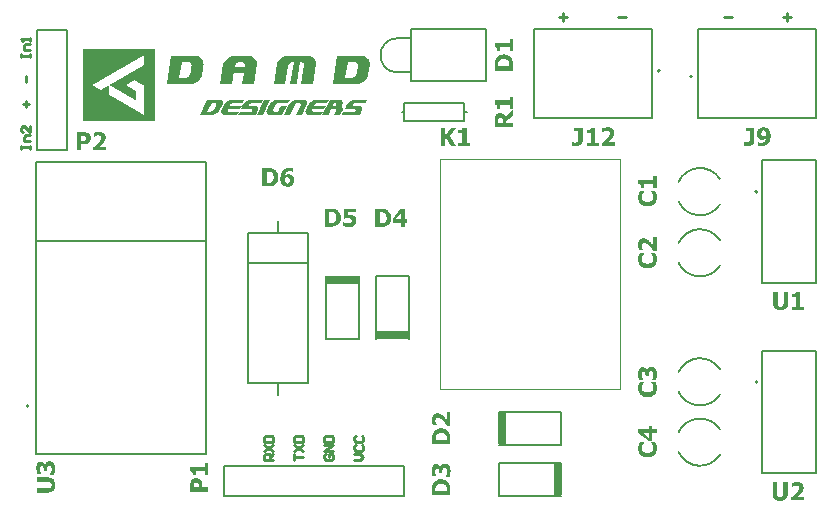
<source format=gbr>
%TF.GenerationSoftware,Altium Limited,Altium Designer,21.0.9 (235)*%
G04 Layer_Color=65535*
%FSLAX45Y45*%
%MOMM*%
%TF.SameCoordinates,CD0AAE9F-0E9C-42BF-811C-419C72380B22*%
%TF.FilePolarity,Positive*%
%TF.FileFunction,Legend,Top*%
%TF.Part,Single*%
G01*
G75*
%TA.AperFunction,NonConductor*%
%ADD49C,0.20000*%
%ADD50C,0.12700*%
%ADD51C,0.10000*%
%ADD52C,0.25400*%
%ADD53R,0.80000X2.79999*%
%ADD54R,2.79999X0.80000*%
G36*
X1252188Y4251984D02*
Y4251007D01*
Y4250030D01*
Y4249053D01*
Y4248076D01*
Y4247100D01*
Y4246123D01*
Y4245146D01*
Y4244169D01*
Y4243192D01*
Y4242216D01*
Y4241239D01*
Y4240262D01*
Y4239285D01*
Y4238308D01*
Y4237331D01*
Y4236355D01*
Y4235378D01*
Y4234401D01*
Y4233424D01*
Y4232447D01*
Y4231471D01*
Y4230494D01*
Y4229517D01*
Y4228540D01*
Y4227563D01*
Y4226586D01*
Y4225610D01*
Y4224633D01*
Y4223656D01*
Y4222679D01*
Y4221703D01*
Y4220726D01*
Y4219749D01*
Y4218772D01*
Y4217795D01*
Y4216819D01*
Y4215842D01*
Y4214865D01*
Y4213888D01*
Y4212911D01*
Y4211934D01*
Y4210958D01*
Y4209981D01*
Y4209004D01*
Y4208027D01*
Y4207050D01*
Y4206073D01*
Y4205097D01*
Y4204120D01*
Y4203143D01*
Y4202166D01*
Y4201189D01*
Y4200213D01*
Y4199236D01*
Y4198259D01*
Y4197282D01*
Y4196306D01*
Y4195329D01*
Y4194352D01*
Y4193375D01*
Y4192398D01*
Y4191421D01*
Y4190445D01*
Y4189468D01*
Y4188491D01*
Y4187514D01*
Y4186537D01*
Y4185561D01*
Y4184584D01*
Y4183607D01*
Y4182630D01*
Y4181653D01*
Y4180676D01*
Y4179700D01*
Y4178723D01*
Y4177746D01*
Y4176769D01*
Y4175793D01*
Y4174816D01*
Y4173839D01*
Y4172862D01*
Y4171885D01*
Y4170908D01*
Y4169931D01*
Y4168955D01*
Y4167978D01*
Y4167001D01*
Y4166024D01*
Y4165048D01*
Y4164071D01*
Y4163094D01*
Y4162117D01*
Y4161140D01*
Y4160163D01*
Y4159187D01*
Y4158210D01*
Y4157233D01*
Y4156256D01*
Y4155279D01*
Y4154303D01*
Y4153326D01*
Y4152349D01*
Y4151372D01*
Y4150395D01*
Y4149419D01*
Y4148442D01*
Y4147465D01*
Y4146488D01*
Y4145511D01*
Y4144535D01*
Y4143558D01*
Y4142581D01*
Y4141604D01*
Y4140627D01*
Y4139651D01*
Y4138674D01*
Y4137697D01*
Y4136720D01*
Y4135743D01*
Y4134766D01*
Y4133790D01*
Y4132813D01*
Y4131836D01*
Y4130859D01*
Y4129883D01*
Y4128906D01*
Y4127929D01*
Y4126952D01*
Y4125975D01*
Y4124998D01*
Y4124021D01*
Y4123045D01*
Y4122068D01*
Y4121091D01*
Y4120114D01*
Y4119137D01*
Y4118161D01*
Y4117184D01*
Y4116207D01*
Y4115230D01*
Y4114253D01*
Y4113277D01*
Y4112300D01*
Y4111323D01*
Y4110346D01*
Y4109369D01*
Y4108392D01*
Y4107416D01*
Y4106439D01*
Y4105462D01*
Y4104485D01*
Y4103508D01*
Y4102532D01*
Y4101555D01*
Y4100578D01*
Y4099601D01*
Y4098624D01*
Y4097648D01*
Y4096671D01*
Y4095694D01*
Y4094717D01*
Y4093740D01*
Y4092764D01*
Y4091787D01*
Y4090810D01*
Y4089833D01*
Y4088856D01*
Y4087880D01*
Y4086903D01*
Y4085926D01*
Y4084949D01*
Y4083972D01*
Y4082995D01*
Y4082019D01*
Y4081042D01*
Y4080065D01*
Y4079088D01*
Y4078111D01*
Y4077135D01*
Y4076158D01*
Y4075181D01*
Y4074204D01*
Y4073227D01*
Y4072250D01*
Y4071274D01*
Y4070297D01*
Y4069320D01*
Y4068343D01*
Y4067367D01*
Y4066390D01*
Y4065413D01*
Y4064436D01*
Y4063459D01*
Y4062482D01*
Y4061505D01*
Y4060529D01*
Y4059552D01*
Y4058575D01*
Y4057598D01*
Y4056622D01*
Y4055645D01*
Y4054668D01*
Y4053691D01*
Y4052714D01*
Y4051737D01*
Y4050761D01*
Y4049784D01*
Y4048807D01*
Y4047830D01*
Y4046853D01*
Y4045877D01*
Y4044900D01*
Y4043923D01*
Y4042946D01*
Y4041969D01*
Y4040993D01*
Y4040016D01*
Y4039039D01*
Y4038062D01*
Y4037085D01*
Y4036109D01*
Y4035132D01*
Y4034155D01*
Y4033178D01*
Y4032201D01*
Y4031224D01*
Y4030248D01*
Y4029271D01*
Y4028294D01*
Y4027317D01*
Y4026340D01*
Y4025364D01*
Y4024387D01*
Y4023410D01*
Y4022433D01*
Y4021457D01*
Y4020480D01*
Y4019503D01*
Y4018526D01*
Y4017549D01*
Y4016572D01*
Y4015595D01*
Y4014619D01*
Y4013642D01*
Y4012665D01*
Y4011688D01*
Y4010712D01*
Y4009735D01*
Y4008758D01*
Y4007781D01*
Y4006804D01*
Y4005827D01*
Y4004851D01*
Y4003874D01*
Y4002897D01*
Y4001920D01*
Y4000943D01*
Y3999967D01*
Y3998990D01*
Y3998013D01*
Y3997036D01*
Y3996059D01*
Y3995082D01*
Y3994106D01*
Y3993129D01*
Y3992152D01*
Y3991175D01*
Y3990199D01*
Y3989222D01*
Y3988245D01*
Y3987268D01*
Y3986291D01*
Y3985314D01*
Y3984337D01*
Y3983361D01*
Y3982384D01*
Y3981407D01*
Y3980430D01*
Y3979454D01*
Y3978477D01*
Y3977500D01*
Y3976523D01*
Y3975546D01*
Y3974570D01*
Y3973593D01*
Y3972616D01*
Y3971639D01*
Y3970662D01*
Y3969685D01*
Y3968709D01*
Y3967732D01*
Y3966755D01*
Y3965778D01*
Y3964802D01*
Y3963825D01*
Y3962848D01*
Y3961871D01*
Y3960894D01*
Y3959917D01*
Y3958941D01*
Y3957964D01*
Y3956987D01*
Y3956010D01*
Y3955033D01*
Y3954057D01*
Y3953080D01*
Y3952103D01*
Y3951126D01*
Y3950149D01*
Y3949172D01*
Y3948196D01*
Y3947219D01*
Y3946242D01*
Y3945265D01*
Y3944288D01*
Y3943312D01*
Y3942335D01*
Y3941358D01*
Y3940381D01*
Y3939404D01*
Y3938427D01*
Y3937451D01*
Y3936474D01*
Y3935497D01*
Y3934520D01*
Y3933543D01*
Y3932567D01*
Y3931590D01*
Y3930613D01*
Y3929636D01*
Y3928659D01*
Y3927683D01*
Y3926706D01*
Y3925729D01*
Y3924752D01*
Y3923775D01*
Y3922798D01*
Y3921822D01*
Y3920845D01*
Y3919868D01*
Y3918891D01*
Y3917915D01*
Y3916938D01*
Y3915961D01*
Y3914984D01*
Y3914007D01*
Y3913030D01*
Y3912054D01*
Y3911077D01*
Y3910100D01*
Y3909123D01*
Y3908146D01*
Y3907170D01*
Y3906193D01*
Y3905216D01*
Y3904239D01*
Y3903262D01*
Y3902286D01*
Y3901309D01*
Y3900332D01*
Y3899355D01*
Y3898378D01*
Y3897401D01*
Y3896425D01*
Y3895448D01*
Y3894471D01*
Y3893494D01*
Y3892517D01*
Y3891541D01*
Y3890564D01*
Y3889587D01*
Y3888610D01*
Y3887633D01*
Y3886656D01*
Y3885680D01*
Y3884703D01*
Y3883726D01*
Y3882749D01*
Y3881773D01*
Y3880796D01*
Y3879819D01*
Y3878842D01*
Y3877865D01*
Y3876888D01*
Y3875911D01*
Y3874935D01*
Y3873958D01*
Y3872981D01*
Y3872004D01*
Y3871028D01*
Y3870051D01*
Y3869074D01*
Y3868097D01*
Y3867120D01*
Y3866144D01*
Y3865167D01*
Y3864190D01*
Y3863213D01*
Y3862236D01*
Y3861259D01*
Y3860283D01*
Y3859306D01*
Y3858329D01*
Y3857352D01*
Y3856375D01*
Y3855398D01*
Y3854422D01*
Y3853445D01*
Y3852468D01*
Y3851491D01*
Y3850515D01*
Y3849538D01*
Y3848561D01*
Y3847584D01*
Y3846607D01*
Y3845631D01*
Y3844654D01*
Y3843677D01*
Y3842700D01*
Y3841723D01*
Y3840746D01*
Y3839770D01*
Y3838793D01*
Y3837816D01*
Y3836839D01*
Y3835863D01*
Y3834886D01*
Y3833909D01*
Y3832932D01*
Y3831955D01*
Y3830978D01*
Y3830001D01*
Y3829025D01*
Y3828048D01*
Y3827071D01*
Y3826094D01*
Y3825118D01*
Y3824141D01*
Y3823164D01*
Y3822187D01*
Y3821210D01*
Y3820233D01*
Y3819257D01*
Y3818280D01*
Y3817303D01*
Y3816326D01*
Y3815349D01*
Y3814373D01*
Y3813396D01*
Y3812419D01*
Y3811442D01*
Y3810465D01*
Y3809488D01*
Y3808512D01*
Y3807535D01*
Y3806558D01*
Y3805581D01*
Y3804604D01*
Y3803628D01*
Y3802651D01*
Y3801674D01*
Y3800697D01*
Y3799720D01*
Y3798744D01*
Y3797767D01*
Y3796790D01*
Y3795813D01*
Y3794836D01*
Y3793860D01*
Y3792883D01*
Y3791906D01*
Y3790929D01*
Y3789952D01*
Y3788976D01*
Y3787999D01*
Y3787022D01*
Y3786045D01*
Y3785068D01*
Y3784091D01*
Y3783115D01*
Y3782138D01*
Y3781161D01*
Y3780184D01*
Y3779207D01*
Y3778231D01*
Y3777254D01*
Y3776277D01*
Y3775300D01*
Y3774323D01*
Y3773347D01*
Y3772370D01*
Y3771393D01*
Y3770416D01*
Y3769439D01*
Y3768462D01*
Y3767486D01*
Y3766509D01*
Y3765532D01*
Y3764555D01*
Y3763578D01*
Y3762602D01*
Y3761625D01*
Y3760648D01*
Y3759671D01*
Y3758694D01*
Y3757717D01*
Y3756741D01*
Y3755764D01*
Y3754787D01*
Y3753810D01*
Y3752833D01*
Y3751857D01*
Y3750880D01*
Y3749903D01*
Y3748926D01*
Y3747949D01*
Y3746972D01*
Y3745996D01*
Y3745019D01*
Y3744042D01*
Y3743065D01*
Y3742089D01*
Y3741112D01*
Y3740135D01*
Y3739158D01*
Y3738181D01*
Y3737205D01*
Y3736228D01*
Y3735251D01*
Y3734274D01*
Y3733297D01*
Y3732320D01*
Y3731344D01*
Y3730367D01*
Y3729390D01*
Y3728413D01*
Y3727437D01*
Y3726460D01*
Y3725483D01*
Y3724506D01*
Y3723529D01*
Y3722552D01*
Y3721575D01*
Y3720599D01*
Y3719622D01*
Y3718645D01*
Y3717668D01*
Y3716692D01*
Y3715715D01*
Y3714738D01*
Y3713761D01*
Y3712784D01*
Y3711807D01*
Y3710831D01*
Y3709854D01*
Y3708877D01*
Y3707900D01*
Y3706923D01*
Y3705947D01*
Y3704970D01*
Y3703993D01*
Y3703016D01*
Y3702039D01*
Y3701062D01*
Y3700086D01*
Y3699109D01*
Y3698132D01*
Y3697155D01*
Y3696179D01*
Y3695202D01*
Y3694225D01*
Y3693248D01*
Y3692271D01*
Y3691295D01*
Y3690318D01*
Y3689341D01*
Y3688364D01*
Y3687387D01*
Y3686410D01*
Y3685434D01*
Y3684457D01*
Y3683480D01*
Y3682503D01*
Y3681526D01*
Y3680549D01*
Y3679573D01*
Y3678596D01*
Y3677619D01*
Y3676642D01*
Y3675665D01*
Y3674689D01*
Y3673712D01*
Y3672735D01*
Y3671758D01*
Y3670782D01*
Y3669805D01*
Y3668828D01*
Y3667851D01*
Y3666874D01*
Y3665897D01*
Y3664921D01*
Y3663944D01*
Y3662967D01*
Y3661990D01*
Y3661013D01*
Y3660037D01*
Y3659060D01*
Y3658083D01*
Y3657106D01*
Y3656129D01*
Y3655152D01*
Y3654176D01*
Y3653199D01*
Y3652222D01*
Y3651245D01*
Y3650269D01*
X642658D01*
Y3651245D01*
Y3652222D01*
Y3653199D01*
Y3654176D01*
Y3655152D01*
Y3656129D01*
Y3657106D01*
Y3658083D01*
Y3659060D01*
Y3660037D01*
Y3661013D01*
Y3661990D01*
Y3662967D01*
Y3663944D01*
Y3664921D01*
Y3665897D01*
Y3666874D01*
Y3667851D01*
Y3668828D01*
Y3669805D01*
Y3670782D01*
Y3671758D01*
Y3672735D01*
Y3673712D01*
Y3674689D01*
Y3675665D01*
Y3676642D01*
Y3677619D01*
Y3678596D01*
Y3679573D01*
Y3680549D01*
Y3681526D01*
Y3682503D01*
Y3683480D01*
Y3684457D01*
Y3685434D01*
Y3686410D01*
Y3687387D01*
Y3688364D01*
Y3689341D01*
Y3690318D01*
Y3691295D01*
Y3692271D01*
Y3693248D01*
Y3694225D01*
Y3695202D01*
Y3696179D01*
Y3697155D01*
Y3698132D01*
Y3699109D01*
Y3700086D01*
Y3701062D01*
Y3702039D01*
Y3703016D01*
Y3703993D01*
Y3704970D01*
Y3705947D01*
Y3706923D01*
Y3707900D01*
Y3708877D01*
Y3709854D01*
Y3710831D01*
Y3711807D01*
Y3712784D01*
Y3713761D01*
Y3714738D01*
Y3715715D01*
Y3716692D01*
Y3717668D01*
Y3718645D01*
Y3719622D01*
Y3720599D01*
Y3721575D01*
Y3722552D01*
Y3723529D01*
Y3724506D01*
Y3725483D01*
Y3726460D01*
Y3727437D01*
Y3728413D01*
Y3729390D01*
Y3730367D01*
Y3731344D01*
Y3732320D01*
Y3733297D01*
Y3734274D01*
Y3735251D01*
Y3736228D01*
Y3737205D01*
Y3738181D01*
Y3739158D01*
Y3740135D01*
Y3741112D01*
Y3742089D01*
Y3743065D01*
Y3744042D01*
Y3745019D01*
Y3745996D01*
Y3746972D01*
Y3747949D01*
Y3748926D01*
Y3749903D01*
Y3750880D01*
Y3751857D01*
Y3752833D01*
Y3753810D01*
Y3754787D01*
Y3755764D01*
Y3756741D01*
Y3757717D01*
Y3758694D01*
Y3759671D01*
Y3760648D01*
Y3761625D01*
Y3762602D01*
Y3763578D01*
Y3764555D01*
Y3765532D01*
Y3766509D01*
Y3767486D01*
Y3768462D01*
Y3769439D01*
Y3770416D01*
Y3771393D01*
Y3772370D01*
Y3773347D01*
Y3774323D01*
Y3775300D01*
Y3776277D01*
Y3777254D01*
Y3778231D01*
Y3779207D01*
Y3780184D01*
Y3781161D01*
Y3782138D01*
Y3783115D01*
Y3784091D01*
Y3785068D01*
Y3786045D01*
Y3787022D01*
Y3787999D01*
Y3788976D01*
Y3789952D01*
Y3790929D01*
Y3791906D01*
Y3792883D01*
Y3793860D01*
Y3794836D01*
Y3795813D01*
Y3796790D01*
Y3797767D01*
Y3798744D01*
Y3799720D01*
Y3800697D01*
Y3801674D01*
Y3802651D01*
Y3803628D01*
Y3804604D01*
Y3805581D01*
Y3806558D01*
Y3807535D01*
Y3808512D01*
Y3809488D01*
Y3810465D01*
Y3811442D01*
Y3812419D01*
Y3813396D01*
Y3814373D01*
Y3815349D01*
Y3816326D01*
Y3817303D01*
Y3818280D01*
Y3819257D01*
Y3820233D01*
Y3821210D01*
Y3822187D01*
Y3823164D01*
Y3824141D01*
Y3825118D01*
Y3826094D01*
Y3827071D01*
Y3828048D01*
Y3829025D01*
Y3830001D01*
Y3830978D01*
Y3831955D01*
Y3832932D01*
Y3833909D01*
Y3834886D01*
Y3835863D01*
Y3836839D01*
Y3837816D01*
Y3838793D01*
Y3839770D01*
Y3840746D01*
Y3841723D01*
Y3842700D01*
Y3843677D01*
Y3844654D01*
Y3845631D01*
Y3846607D01*
Y3847584D01*
Y3848561D01*
Y3849538D01*
Y3850515D01*
Y3851491D01*
Y3852468D01*
Y3853445D01*
Y3854422D01*
Y3855398D01*
Y3856375D01*
Y3857352D01*
Y3858329D01*
Y3859306D01*
Y3860283D01*
Y3861259D01*
Y3862236D01*
Y3863213D01*
Y3864190D01*
Y3865167D01*
Y3866144D01*
Y3867120D01*
Y3868097D01*
Y3869074D01*
Y3870051D01*
Y3871028D01*
Y3872004D01*
Y3872981D01*
Y3873958D01*
Y3874935D01*
Y3875911D01*
Y3876888D01*
Y3877865D01*
Y3878842D01*
Y3879819D01*
Y3880796D01*
Y3881773D01*
Y3882749D01*
Y3883726D01*
Y3884703D01*
Y3885680D01*
Y3886656D01*
Y3887633D01*
Y3888610D01*
Y3889587D01*
Y3890564D01*
Y3891541D01*
Y3892517D01*
Y3893494D01*
Y3894471D01*
Y3895448D01*
Y3896425D01*
Y3897401D01*
Y3898378D01*
Y3899355D01*
Y3900332D01*
Y3901309D01*
Y3902286D01*
Y3903262D01*
Y3904239D01*
Y3905216D01*
Y3906193D01*
Y3907170D01*
Y3908146D01*
Y3909123D01*
Y3910100D01*
Y3911077D01*
Y3912054D01*
Y3913030D01*
Y3914007D01*
Y3914984D01*
Y3915961D01*
Y3916938D01*
Y3917915D01*
Y3918891D01*
Y3919868D01*
Y3920845D01*
Y3921822D01*
Y3922798D01*
Y3923775D01*
Y3924752D01*
Y3925729D01*
Y3926706D01*
Y3927683D01*
Y3928659D01*
Y3929636D01*
Y3930613D01*
Y3931590D01*
Y3932567D01*
Y3933543D01*
Y3934520D01*
Y3935497D01*
Y3936474D01*
Y3937451D01*
Y3938427D01*
Y3939404D01*
Y3940381D01*
Y3941358D01*
Y3942335D01*
Y3943312D01*
Y3944288D01*
Y3945265D01*
Y3946242D01*
Y3947219D01*
Y3948196D01*
Y3949172D01*
Y3950149D01*
Y3951126D01*
Y3952103D01*
Y3953080D01*
Y3954057D01*
Y3955033D01*
Y3956010D01*
Y3956987D01*
Y3957964D01*
Y3958941D01*
Y3959917D01*
Y3960894D01*
Y3961871D01*
Y3962848D01*
Y3963825D01*
Y3964802D01*
Y3965778D01*
Y3966755D01*
Y3967732D01*
Y3968709D01*
Y3969685D01*
Y3970662D01*
Y3971639D01*
Y3972616D01*
Y3973593D01*
Y3974570D01*
Y3975546D01*
Y3976523D01*
Y3977500D01*
Y3978477D01*
Y3979454D01*
Y3980430D01*
Y3981407D01*
Y3982384D01*
Y3983361D01*
Y3984337D01*
Y3985314D01*
Y3986291D01*
Y3987268D01*
Y3988245D01*
Y3989222D01*
Y3990199D01*
Y3991175D01*
Y3992152D01*
Y3993129D01*
Y3994106D01*
Y3995082D01*
Y3996059D01*
Y3997036D01*
Y3998013D01*
Y3998990D01*
Y3999967D01*
Y4000943D01*
Y4001920D01*
Y4002897D01*
Y4003874D01*
Y4004851D01*
Y4005827D01*
Y4006804D01*
Y4007781D01*
Y4008758D01*
Y4009735D01*
Y4010712D01*
Y4011688D01*
Y4012665D01*
Y4013642D01*
Y4014619D01*
Y4015595D01*
Y4016572D01*
Y4017549D01*
Y4018526D01*
Y4019503D01*
Y4020480D01*
Y4021457D01*
Y4022433D01*
Y4023410D01*
Y4024387D01*
Y4025364D01*
Y4026340D01*
Y4027317D01*
Y4028294D01*
Y4029271D01*
Y4030248D01*
Y4031224D01*
Y4032201D01*
Y4033178D01*
Y4034155D01*
Y4035132D01*
Y4036109D01*
Y4037085D01*
Y4038062D01*
Y4039039D01*
Y4040016D01*
Y4040993D01*
Y4041969D01*
Y4042946D01*
Y4043923D01*
Y4044900D01*
Y4045877D01*
Y4046853D01*
Y4047830D01*
Y4048807D01*
Y4049784D01*
Y4050761D01*
Y4051737D01*
Y4052714D01*
Y4053691D01*
Y4054668D01*
Y4055645D01*
Y4056622D01*
Y4057598D01*
Y4058575D01*
Y4059552D01*
Y4060529D01*
Y4061505D01*
Y4062482D01*
Y4063459D01*
Y4064436D01*
Y4065413D01*
Y4066390D01*
Y4067367D01*
Y4068343D01*
Y4069320D01*
Y4070297D01*
Y4071274D01*
Y4072250D01*
Y4073227D01*
Y4074204D01*
Y4075181D01*
Y4076158D01*
Y4077135D01*
Y4078111D01*
Y4079088D01*
Y4080065D01*
Y4081042D01*
Y4082019D01*
Y4082995D01*
Y4083972D01*
Y4084949D01*
Y4085926D01*
Y4086903D01*
Y4087880D01*
Y4088856D01*
Y4089833D01*
Y4090810D01*
Y4091787D01*
Y4092764D01*
Y4093740D01*
Y4094717D01*
Y4095694D01*
Y4096671D01*
Y4097648D01*
Y4098624D01*
Y4099601D01*
Y4100578D01*
Y4101555D01*
Y4102532D01*
Y4103508D01*
Y4104485D01*
Y4105462D01*
Y4106439D01*
Y4107416D01*
Y4108392D01*
Y4109369D01*
Y4110346D01*
Y4111323D01*
Y4112300D01*
Y4113277D01*
Y4114253D01*
Y4115230D01*
Y4116207D01*
Y4117184D01*
Y4118161D01*
Y4119137D01*
Y4120114D01*
Y4121091D01*
Y4122068D01*
Y4123045D01*
Y4124021D01*
Y4124998D01*
Y4125975D01*
Y4126952D01*
Y4127929D01*
Y4128906D01*
Y4129883D01*
Y4130859D01*
Y4131836D01*
Y4132813D01*
Y4133790D01*
Y4134766D01*
Y4135743D01*
Y4136720D01*
Y4137697D01*
Y4138674D01*
Y4139651D01*
Y4140627D01*
Y4141604D01*
Y4142581D01*
Y4143558D01*
Y4144535D01*
Y4145511D01*
Y4146488D01*
Y4147465D01*
Y4148442D01*
Y4149419D01*
Y4150395D01*
Y4151372D01*
Y4152349D01*
Y4153326D01*
Y4154303D01*
Y4155279D01*
Y4156256D01*
Y4157233D01*
Y4158210D01*
Y4159187D01*
Y4160163D01*
Y4161140D01*
Y4162117D01*
Y4163094D01*
Y4164071D01*
Y4165048D01*
Y4166024D01*
Y4167001D01*
Y4167978D01*
Y4168955D01*
Y4169931D01*
Y4170908D01*
Y4171885D01*
Y4172862D01*
Y4173839D01*
Y4174816D01*
Y4175793D01*
Y4176769D01*
Y4177746D01*
Y4178723D01*
Y4179700D01*
Y4180676D01*
Y4181653D01*
Y4182630D01*
Y4183607D01*
Y4184584D01*
Y4185561D01*
Y4186537D01*
Y4187514D01*
Y4188491D01*
Y4189468D01*
Y4190445D01*
Y4191421D01*
Y4192398D01*
Y4193375D01*
Y4194352D01*
Y4195329D01*
Y4196306D01*
Y4197282D01*
Y4198259D01*
Y4199236D01*
Y4200213D01*
Y4201189D01*
Y4202166D01*
Y4203143D01*
Y4204120D01*
Y4205097D01*
Y4206073D01*
Y4207050D01*
Y4208027D01*
Y4209004D01*
Y4209981D01*
Y4210958D01*
Y4211934D01*
Y4212911D01*
Y4213888D01*
Y4214865D01*
Y4215842D01*
Y4216819D01*
Y4217795D01*
Y4218772D01*
Y4219749D01*
Y4220726D01*
Y4221703D01*
Y4222679D01*
Y4223656D01*
Y4224633D01*
Y4225610D01*
Y4226586D01*
Y4227563D01*
Y4228540D01*
Y4229517D01*
Y4230494D01*
Y4231471D01*
Y4232447D01*
Y4233424D01*
Y4234401D01*
Y4235378D01*
Y4236355D01*
Y4237331D01*
Y4238308D01*
Y4239285D01*
Y4240262D01*
Y4241239D01*
Y4242216D01*
Y4243192D01*
Y4244169D01*
Y4245146D01*
Y4246123D01*
Y4247100D01*
Y4248076D01*
Y4249053D01*
Y4250030D01*
Y4251007D01*
Y4251984D01*
Y4252961D01*
X1252188D01*
Y4251984D01*
D02*
G37*
G36*
X786368Y3554914D02*
X788718Y3554679D01*
X791302Y3554444D01*
X794122Y3554209D01*
X797411Y3553739D01*
X803990Y3552094D01*
X810803Y3549980D01*
X814327Y3548570D01*
X817382Y3546925D01*
X820436Y3545046D01*
X823255Y3542931D01*
X823490Y3542696D01*
X823960Y3542461D01*
X824665Y3541756D01*
X825370Y3540582D01*
X826545Y3539407D01*
X827719Y3537997D01*
X828894Y3536118D01*
X830304Y3534003D01*
X831714Y3531889D01*
X832888Y3529304D01*
X834063Y3526485D01*
X835238Y3523430D01*
X835943Y3520141D01*
X836648Y3516617D01*
X837117Y3512858D01*
X837352Y3508863D01*
Y3508628D01*
Y3508159D01*
Y3507454D01*
Y3506514D01*
X837117Y3505339D01*
Y3503929D01*
X836648Y3500405D01*
X835708Y3496411D01*
X834533Y3491947D01*
X832888Y3487248D01*
X830774Y3482314D01*
Y3482079D01*
X830539Y3481844D01*
X830069Y3481139D01*
X829599Y3479965D01*
X828894Y3478790D01*
X827954Y3477380D01*
X825840Y3474091D01*
X822786Y3469862D01*
X819261Y3465163D01*
X814797Y3459994D01*
X809628Y3454590D01*
X809158Y3454120D01*
X807984Y3452945D01*
X806339Y3451301D01*
X803990Y3449186D01*
X801170Y3446602D01*
X798351Y3443782D01*
X791772Y3438143D01*
X791302Y3437909D01*
X790362Y3436969D01*
X788718Y3435794D01*
X786838Y3434384D01*
X782844Y3431095D01*
X780729Y3429450D01*
X779085Y3428276D01*
X843931D01*
Y3399377D01*
X731625D01*
Y3424281D01*
X731860Y3424516D01*
X732330Y3424751D01*
X733035Y3425456D01*
X733974Y3426161D01*
X736794Y3428276D01*
X740083Y3431095D01*
X744077Y3434384D01*
X748306Y3437909D01*
X752770Y3441668D01*
X757000Y3445427D01*
X757234Y3445662D01*
X757469Y3445897D01*
X758879Y3447072D01*
X760994Y3449186D01*
X763813Y3451536D01*
X767102Y3454590D01*
X770392Y3457879D01*
X773916Y3461169D01*
X777205Y3464693D01*
X777440Y3464928D01*
X777675Y3465163D01*
X779085Y3466572D01*
X780964Y3468922D01*
X783549Y3471741D01*
X786133Y3474796D01*
X788718Y3478320D01*
X791302Y3481844D01*
X793417Y3485368D01*
X793652Y3485838D01*
X794122Y3487013D01*
X795061Y3488658D01*
X796001Y3491007D01*
X796941Y3493827D01*
X797881Y3496881D01*
X798351Y3500170D01*
X798586Y3503695D01*
Y3503929D01*
Y3504164D01*
Y3505339D01*
X798351Y3507454D01*
X797881Y3509803D01*
X796941Y3512388D01*
X795766Y3514972D01*
X794122Y3517557D01*
X792007Y3519906D01*
X791772Y3520141D01*
X790832Y3520846D01*
X789423Y3521786D01*
X787543Y3522960D01*
X784959Y3523900D01*
X781904Y3524840D01*
X778380Y3525545D01*
X774386Y3525780D01*
X772271D01*
X770862Y3525545D01*
X769217Y3525310D01*
X767337Y3525075D01*
X763343Y3524135D01*
X763108D01*
X762403Y3523900D01*
X761464Y3523665D01*
X760054Y3523195D01*
X758409Y3522725D01*
X756765Y3522021D01*
X752770Y3520611D01*
X752535D01*
X751831Y3520141D01*
X750891Y3519671D01*
X749716Y3519201D01*
X746897Y3517557D01*
X743842Y3515677D01*
X743607D01*
X743137Y3515207D01*
X741728Y3514267D01*
X739848Y3513093D01*
X738204Y3512153D01*
X735384D01*
Y3545516D01*
X735619Y3545751D01*
X736559Y3545986D01*
X738204Y3546690D01*
X740318Y3547395D01*
X743137Y3548335D01*
X746427Y3549510D01*
X750656Y3550685D01*
X755355Y3551859D01*
X755590D01*
X756060Y3552094D01*
X756765D01*
X757704Y3552329D01*
X758879Y3552564D01*
X760524Y3552799D01*
X763813Y3553504D01*
X768042Y3554209D01*
X772506Y3554679D01*
X777205Y3554914D01*
X781904Y3555149D01*
X784489D01*
X786368Y3554914D01*
D02*
G37*
G36*
X657616Y3552094D02*
X660905D01*
X664429Y3551624D01*
X668188Y3551154D01*
X671948Y3550685D01*
X675707Y3549745D01*
X676177D01*
X677351Y3549275D01*
X679231Y3548805D01*
X681581Y3547865D01*
X684165Y3546925D01*
X687219Y3545516D01*
X690274Y3544106D01*
X693328Y3542226D01*
X693798Y3541991D01*
X694738Y3541052D01*
X696147Y3539877D01*
X698262Y3537997D01*
X700377Y3535883D01*
X702491Y3533298D01*
X704606Y3530244D01*
X706485Y3526720D01*
X706720Y3526250D01*
X707190Y3525075D01*
X708130Y3522960D01*
X709070Y3520376D01*
X709775Y3516852D01*
X710714Y3513093D01*
X711184Y3508628D01*
X711419Y3503929D01*
Y3503460D01*
Y3502050D01*
X711184Y3500170D01*
X710949Y3497351D01*
X710479Y3494297D01*
X710010Y3490772D01*
X709070Y3487248D01*
X707895Y3483489D01*
X707660Y3483019D01*
X707190Y3481844D01*
X706485Y3480200D01*
X705545Y3477850D01*
X704136Y3475266D01*
X702256Y3472681D01*
X700377Y3470097D01*
X698027Y3467512D01*
X697792Y3467277D01*
X697322Y3466807D01*
X696617Y3466103D01*
X695678Y3465163D01*
X692858Y3462578D01*
X689569Y3459994D01*
X689334Y3459759D01*
X688864Y3459524D01*
X687689Y3458819D01*
X686515Y3458114D01*
X685105Y3457174D01*
X683225Y3456235D01*
X679231Y3454355D01*
X678996D01*
X678291Y3453885D01*
X677117Y3453650D01*
X675472Y3452945D01*
X673827Y3452475D01*
X671713Y3451771D01*
X666779Y3450596D01*
X666544D01*
X665604Y3450361D01*
X664194Y3450126D01*
X662550D01*
X660200Y3449891D01*
X657851Y3449656D01*
X655031Y3449421D01*
X632006D01*
Y3399377D01*
X593709D01*
Y3552329D01*
X655266D01*
X657616Y3552094D01*
D02*
G37*
G36*
X2032516Y4201346D02*
X2037205D01*
X2038991Y4201122D01*
X2043010D01*
X2047252Y4200899D01*
X2051494Y4200676D01*
X2055513Y4200453D01*
X2057076Y4200229D01*
X2058639Y4200006D01*
X2058862D01*
X2059532Y4199783D01*
X2060648Y4199560D01*
X2062211Y4199113D01*
X2063997Y4198666D01*
X2066230Y4197773D01*
X2068685Y4196880D01*
X2071588Y4195764D01*
X2074714Y4194201D01*
X2077839Y4192415D01*
X2081412Y4190182D01*
X2084984Y4187726D01*
X2088556Y4184824D01*
X2092575Y4181698D01*
X2096370Y4177903D01*
X2100389Y4173884D01*
X2100613Y4173661D01*
X2101282Y4172991D01*
X2102175Y4171875D01*
X2103515Y4170312D01*
X2104855Y4168526D01*
X2106641Y4166516D01*
X2108204Y4164060D01*
X2110213Y4161381D01*
X2113785Y4155576D01*
X2115348Y4152450D01*
X2116688Y4149101D01*
X2118027Y4145752D01*
X2118920Y4142403D01*
X2119590Y4139278D01*
X2119813Y4135929D01*
Y4135482D01*
Y4134366D01*
X2119590Y4133026D01*
X2119367Y4131463D01*
X2092352Y3960888D01*
X1993668D01*
X2008627Y4054883D01*
X1920883D01*
Y4054660D01*
Y4054213D01*
X1920660Y4053320D01*
X1920437Y4051981D01*
X1920214Y4049748D01*
X1919990Y4048408D01*
X1919767Y4046846D01*
X1919544Y4045059D01*
X1919097Y4043050D01*
X1918874Y4040594D01*
X1918427Y4037915D01*
X1917981Y4035013D01*
X1917534Y4031664D01*
X1917088Y4028091D01*
X1916418Y4024072D01*
X1915748Y4019830D01*
X1915078Y4015142D01*
X1914409Y4009783D01*
X1913516Y4004202D01*
X1912846Y3998174D01*
X1911953Y3991699D01*
X1910836Y3984778D01*
X1909720Y3977410D01*
X1908604Y3969372D01*
X1907487Y3960888D01*
X1805455D01*
X1830907Y4126775D01*
Y4126998D01*
X1831130Y4127891D01*
X1831577Y4129231D01*
X1832024Y4131017D01*
X1832917Y4133026D01*
X1833810Y4135705D01*
X1835373Y4138608D01*
X1836935Y4141957D01*
X1839168Y4145529D01*
X1841847Y4149325D01*
X1844750Y4153343D01*
X1848322Y4157586D01*
X1852341Y4162051D01*
X1857029Y4166739D01*
X1862388Y4171428D01*
X1868416Y4176117D01*
X1868862Y4176340D01*
X1869755Y4177233D01*
X1871318Y4178349D01*
X1873551Y4179689D01*
X1876007Y4181475D01*
X1879133Y4183484D01*
X1882482Y4185717D01*
X1886054Y4187950D01*
X1893645Y4192415D01*
X1897664Y4194424D01*
X1901683Y4196211D01*
X1905701Y4197773D01*
X1909497Y4199113D01*
X1913069Y4199783D01*
X1916418Y4200229D01*
X1920883D01*
X1923563Y4200453D01*
X1934503D01*
X1939191Y4200229D01*
X1944550D01*
X1950354Y4200006D01*
X1956606Y4199783D01*
X1963527Y4199560D01*
X1970895Y4199336D01*
X1978709Y4198890D01*
X1987193Y4198443D01*
X1986970D01*
X1986524Y4198220D01*
X1986077Y4197997D01*
X1988086D01*
X1989203Y4198220D01*
X1990989Y4198666D01*
X1993222Y4199113D01*
X1996124Y4199783D01*
X1999696Y4200453D01*
X2003715Y4201346D01*
X2006618D01*
X2007957Y4201569D01*
X2026042D01*
X2032516Y4201346D01*
D02*
G37*
G36*
X2534418Y4201792D02*
X2538660D01*
X2543572Y4201569D01*
X2548931Y4201122D01*
X2554512Y4200676D01*
X2560094Y4200229D01*
X2560317D01*
X2560987Y4200006D01*
X2562103D01*
X2563666Y4199560D01*
X2565452Y4199113D01*
X2567462Y4198443D01*
X2569918Y4197550D01*
X2572820Y4196657D01*
X2575723Y4195317D01*
X2578848Y4193755D01*
X2582197Y4191969D01*
X2585770Y4189736D01*
X2589342Y4187280D01*
X2593137Y4184377D01*
X2596933Y4181252D01*
X2600728Y4177679D01*
X2600952Y4177456D01*
X2601621Y4176786D01*
X2602738Y4175670D01*
X2604077Y4174107D01*
X2605640Y4172321D01*
X2607426Y4170088D01*
X2609212Y4167409D01*
X2611222Y4164730D01*
X2613231Y4161604D01*
X2615017Y4158479D01*
X2616804Y4155130D01*
X2618366Y4151557D01*
X2619706Y4147985D01*
X2620822Y4144190D01*
X2621492Y4140617D01*
X2621715Y4136822D01*
Y4136599D01*
Y4135482D01*
X2621492Y4133919D01*
X2621046Y4131463D01*
X2594254Y3961111D01*
X2495570D01*
X2519906Y4117844D01*
Y4118067D01*
X2520129Y4118737D01*
Y4119854D01*
Y4120970D01*
Y4121193D01*
Y4121416D01*
X2519906Y4122756D01*
X2519683Y4124989D01*
X2519013Y4127445D01*
X2517897Y4130347D01*
X2516334Y4133473D01*
X2514101Y4136599D01*
X2510975Y4139501D01*
X2510752D01*
X2510306Y4139724D01*
X2509636Y4140171D01*
X2508519Y4140617D01*
X2507180Y4141064D01*
X2505617Y4141734D01*
X2502045Y4143297D01*
X2497579Y4144859D01*
X2492891Y4146422D01*
X2487979Y4147762D01*
X2482844Y4149101D01*
Y4148655D01*
X2482621Y4147762D01*
Y4146869D01*
X2482397Y4145976D01*
X2482174Y4144636D01*
X2481951Y4142850D01*
X2481728Y4140841D01*
X2481281Y4138608D01*
X2480835Y4135705D01*
X2480388Y4132580D01*
X2479718Y4128784D01*
X2479048Y4124542D01*
Y4124319D01*
X2478825Y4123426D01*
X2478602Y4122086D01*
Y4120970D01*
X2478379Y4119630D01*
X2478155Y4118067D01*
X2477709Y4116058D01*
X2477486Y4114049D01*
X2477039Y4111369D01*
X2476592Y4108690D01*
X2476146Y4105341D01*
X2475699Y4101769D01*
X2475030Y4097750D01*
X2474360Y4093285D01*
X2473690Y4088373D01*
X2472797Y4083015D01*
X2472127Y4077210D01*
X2471011Y4070735D01*
X2470118Y4063814D01*
X2469001Y4056446D01*
X2467885Y4048408D01*
X2466545Y4039924D01*
X2465206Y4030547D01*
X2463866Y4020723D01*
X2462303Y4010230D01*
X2460741Y3999067D01*
X2458954Y3987010D01*
X2457168Y3974507D01*
X2455159Y3961111D01*
X2401575D01*
X2430621Y4149357D01*
X2430600Y4149325D01*
X2429707Y4149101D01*
X2429260D01*
X2427920Y4148878D01*
X2425911Y4148655D01*
X2423009Y4147985D01*
X2419436Y4146869D01*
X2414971Y4145083D01*
X2410059Y4142850D01*
X2404254Y4139724D01*
X2404031Y4139501D01*
X2403361Y4139278D01*
X2402468Y4138608D01*
X2401352Y4137938D01*
X2399789Y4136822D01*
X2398226Y4135705D01*
X2394431Y4132803D01*
X2390858Y4129231D01*
X2387509Y4125435D01*
X2385946Y4123426D01*
X2384830Y4121193D01*
X2383937Y4118961D01*
X2383267Y4116728D01*
X2358708Y3961111D01*
X2260248D01*
X2286593Y4131910D01*
Y4132133D01*
X2286816Y4132803D01*
X2287040Y4133919D01*
X2287486Y4135482D01*
X2288156Y4137492D01*
X2289272Y4139724D01*
X2290389Y4142403D01*
X2291951Y4145306D01*
X2293738Y4148432D01*
X2295970Y4151781D01*
X2298649Y4155576D01*
X2301775Y4159372D01*
X2305124Y4163390D01*
X2309143Y4167409D01*
X2313832Y4171875D01*
X2318967Y4176117D01*
X2319190Y4176340D01*
X2320306Y4177010D01*
X2321646Y4178126D01*
X2323655Y4179689D01*
X2326111Y4181475D01*
X2328790Y4183261D01*
X2332139Y4185494D01*
X2335488Y4187726D01*
X2339284Y4189736D01*
X2343303Y4191969D01*
X2347321Y4193978D01*
X2351563Y4195987D01*
X2355806Y4197550D01*
X2360048Y4198890D01*
X2364290Y4199783D01*
X2368532Y4200453D01*
X2370095D01*
X2371657Y4200676D01*
X2378132D01*
X2380142Y4200899D01*
X2389965D01*
X2393314Y4201122D01*
X2413631D01*
X2418543Y4201346D01*
X2481951D01*
X2485077Y4201569D01*
X2496463D01*
X2528390Y4202015D01*
X2532632D01*
X2534418Y4201792D01*
D02*
G37*
G36*
X3011315Y4200899D02*
X3012654Y4200676D01*
X3014217Y4200453D01*
X3016226Y4200006D01*
X3018236Y4199560D01*
X3023148Y4197997D01*
X3026050Y4196880D01*
X3028953Y4195541D01*
X3031855Y4193978D01*
X3035204Y4192415D01*
X3038553Y4190182D01*
X3041902Y4187950D01*
X3042125D01*
X3042572Y4187503D01*
X3043242Y4187057D01*
X3044358Y4186164D01*
X3046814Y4184154D01*
X3049940Y4181698D01*
X3053289Y4178796D01*
X3056861Y4175670D01*
X3059987Y4172321D01*
X3062666Y4168972D01*
X3062889Y4168749D01*
X3063112Y4168302D01*
X3063782Y4167409D01*
X3064452Y4166293D01*
X3065122Y4164730D01*
X3066238Y4162944D01*
X3067131Y4160711D01*
X3068247Y4158479D01*
X3069140Y4155799D01*
X3070257Y4152674D01*
X3071150Y4149548D01*
X3071820Y4145976D01*
X3072713Y4142180D01*
X3073159Y4138161D01*
X3073382Y4133696D01*
X3073606Y4129231D01*
Y4128784D01*
Y4127445D01*
Y4125212D01*
X3073382Y4122533D01*
X3073159Y4118961D01*
X3072713Y4114942D01*
X3072266Y4110476D01*
X3071596Y4105788D01*
Y4105565D01*
Y4105118D01*
X3071373Y4104225D01*
X3071150Y4103109D01*
X3070927Y4101546D01*
X3070480Y4099760D01*
X3070033Y4097527D01*
X3069587Y4094848D01*
X3067131Y4082345D01*
X3061326Y4046176D01*
Y4045953D01*
X3061103Y4045283D01*
X3060880Y4044166D01*
X3060656Y4042827D01*
X3060433Y4041041D01*
X3059987Y4039031D01*
X3059317Y4036799D01*
X3058647Y4034343D01*
X3057307Y4028984D01*
X3055298Y4023403D01*
X3053289Y4017598D01*
X3050609Y4012239D01*
Y4012016D01*
X3050163Y4011570D01*
X3049493Y4010453D01*
X3048823Y4009337D01*
X3047707Y4007774D01*
X3046367Y4005988D01*
X3044581Y4003755D01*
X3042572Y4001523D01*
X3040339Y3999067D01*
X3037660Y3996387D01*
X3034534Y3993485D01*
X3031185Y3990583D01*
X3027390Y3987457D01*
X3023371Y3984331D01*
X3018682Y3981205D01*
X3013770Y3978080D01*
X3013547Y3977856D01*
X3012654Y3977410D01*
X3011538Y3976517D01*
X3009752Y3975400D01*
X3007742Y3974061D01*
X3005286Y3972721D01*
X3002607Y3971158D01*
X2999705Y3969596D01*
X2993230Y3966247D01*
X2986085Y3963567D01*
X2982513Y3962451D01*
X2978718Y3961558D01*
X2975145Y3961111D01*
X2971573Y3960888D01*
X2761257D01*
X2798542Y4201122D01*
X3010198D01*
X3011315Y4200899D01*
D02*
G37*
G36*
X1603846D02*
X1605185Y4200676D01*
X1606748Y4200453D01*
X1608758Y4200006D01*
X1610767Y4199560D01*
X1615679Y4197997D01*
X1618581Y4196880D01*
X1621484Y4195541D01*
X1624386Y4193978D01*
X1627735Y4192415D01*
X1631084Y4190182D01*
X1634433Y4187950D01*
X1634656D01*
X1635103Y4187503D01*
X1635773Y4187057D01*
X1636889Y4186164D01*
X1639345Y4184154D01*
X1642471Y4181698D01*
X1645820Y4178796D01*
X1649392Y4175670D01*
X1652518Y4172321D01*
X1655197Y4168972D01*
X1655420Y4168749D01*
X1655643Y4168302D01*
X1656313Y4167409D01*
X1656983Y4166293D01*
X1657653Y4164730D01*
X1658769Y4162944D01*
X1659662Y4160711D01*
X1660778Y4158479D01*
X1661672Y4155799D01*
X1662788Y4152674D01*
X1663681Y4149548D01*
X1664351Y4145976D01*
X1665244Y4142180D01*
X1665690Y4138161D01*
X1665914Y4133696D01*
X1666137Y4129231D01*
Y4128784D01*
Y4127445D01*
Y4125212D01*
X1665914Y4122533D01*
X1665690Y4118961D01*
X1665244Y4114942D01*
X1664797Y4110476D01*
X1664127Y4105788D01*
Y4105565D01*
Y4105118D01*
X1663904Y4104225D01*
X1663681Y4103109D01*
X1663458Y4101546D01*
X1663011Y4099760D01*
X1662565Y4097527D01*
X1662118Y4094848D01*
X1659662Y4082345D01*
X1653857Y4046176D01*
Y4045953D01*
X1653634Y4045283D01*
X1653411Y4044166D01*
X1653187Y4042827D01*
X1652964Y4041041D01*
X1652518Y4039031D01*
X1651848Y4036799D01*
X1651178Y4034343D01*
X1649838Y4028984D01*
X1647829Y4023403D01*
X1645820Y4017598D01*
X1643140Y4012239D01*
Y4012016D01*
X1642694Y4011570D01*
X1642024Y4010453D01*
X1641354Y4009337D01*
X1640238Y4007774D01*
X1638898Y4005988D01*
X1637112Y4003755D01*
X1635103Y4001523D01*
X1632870Y3999067D01*
X1630191Y3996387D01*
X1627065Y3993485D01*
X1623716Y3990583D01*
X1619921Y3987457D01*
X1615902Y3984331D01*
X1611213Y3981205D01*
X1606302Y3978080D01*
X1606078Y3977856D01*
X1605185Y3977410D01*
X1604069Y3976517D01*
X1602283Y3975400D01*
X1600273Y3974061D01*
X1597817Y3972721D01*
X1595138Y3971158D01*
X1592236Y3969596D01*
X1585761Y3966247D01*
X1578617Y3963567D01*
X1575044Y3962451D01*
X1571249Y3961558D01*
X1567677Y3961111D01*
X1564104Y3960888D01*
X1353788D01*
X1391073Y4201122D01*
X1602729D01*
X1603846Y4200899D01*
D02*
G37*
G36*
X3038195Y3801988D02*
X2959455D01*
X2958868Y3801870D01*
X2958399D01*
X2957695Y3801753D01*
X2956991Y3801518D01*
X2956169Y3801284D01*
X2955113Y3801049D01*
X2954057Y3800697D01*
X2952766Y3800228D01*
X2951358Y3799758D01*
X2949832Y3799054D01*
X2948189Y3798350D01*
X2946312Y3797529D01*
X2944317Y3796590D01*
X2944200Y3796472D01*
X2943730Y3796355D01*
X2943143Y3796003D01*
X2942205Y3795534D01*
X2941149Y3794947D01*
X2939975Y3794243D01*
X2937393Y3792600D01*
X2934694Y3790605D01*
X2931995Y3788493D01*
X2930822Y3787319D01*
X2929766Y3786146D01*
X2928827Y3784972D01*
X2928123Y3783799D01*
X2924485Y3776523D01*
X2988674D01*
X2989261Y3776406D01*
X2989965Y3776289D01*
X2990787Y3776054D01*
X2991843Y3775819D01*
X2993016Y3775350D01*
X2994190Y3774763D01*
X2995598Y3774059D01*
X2996889Y3773120D01*
X2998297Y3772064D01*
X2999823Y3770656D01*
X3001231Y3769130D01*
X3002639Y3767253D01*
X3004047Y3765141D01*
X3005338Y3762676D01*
X3005455Y3762559D01*
X3005573Y3762207D01*
X3005925Y3761503D01*
X3006277Y3760681D01*
X3006629Y3759743D01*
X3007098Y3758569D01*
X3007568Y3757278D01*
X3008037Y3755753D01*
X3008741Y3752702D01*
X3008976Y3751059D01*
X3009210Y3749416D01*
Y3747656D01*
Y3746013D01*
X3008976Y3744370D01*
X3008506Y3742844D01*
Y3742610D01*
X3008272Y3742140D01*
X3008037Y3741554D01*
X3007685Y3740850D01*
X2987853Y3701069D01*
X2836826D01*
X2849148Y3726064D01*
X2949128D01*
X2949246Y3726181D01*
X2949480Y3726416D01*
X2949950Y3726768D01*
X2950419Y3727354D01*
X2951006Y3728176D01*
X2951710Y3729232D01*
X2952297Y3730523D01*
X2952883Y3732048D01*
Y3732166D01*
X2953001Y3732283D01*
Y3732635D01*
X2953118Y3733105D01*
X2953353Y3734395D01*
X2953470Y3735921D01*
Y3737798D01*
X2953118Y3739911D01*
X2952414Y3742140D01*
X2951827Y3743314D01*
X2951240Y3744487D01*
Y3744605D01*
X2951006Y3744839D01*
X2950771Y3745191D01*
X2950536Y3745543D01*
X2949598Y3746717D01*
X2948307Y3748008D01*
X2946781Y3749299D01*
X2944904Y3750472D01*
X2943848Y3750824D01*
X2942791Y3751176D01*
X2941618Y3751411D01*
X2940444Y3751528D01*
X2861821D01*
X2881418Y3790840D01*
X2881536Y3790957D01*
X2881653Y3791309D01*
X2882123Y3792013D01*
X2882592Y3792835D01*
X2883413Y3793891D01*
X2884352Y3795182D01*
X2885408Y3796590D01*
X2886816Y3798115D01*
X2888459Y3799876D01*
X2890337Y3801753D01*
X2892449Y3803748D01*
X2894796Y3805860D01*
X2897495Y3807973D01*
X2900429Y3810320D01*
X2903715Y3812549D01*
X2907352Y3814896D01*
X2907587Y3815013D01*
X2908291Y3815365D01*
X2909230Y3816070D01*
X2910638Y3816774D01*
X2912398Y3817712D01*
X2914276Y3818769D01*
X2916505Y3819825D01*
X2918852Y3820998D01*
X2921317Y3822054D01*
X2923898Y3823110D01*
X2926597Y3824167D01*
X2929296Y3825105D01*
X2931878Y3825927D01*
X2934460Y3826514D01*
X2936924Y3826866D01*
X2939271Y3826983D01*
X3050634D01*
X3038195Y3801988D01*
D02*
G37*
G36*
X2824974Y3826866D02*
X2825678Y3826748D01*
X2826382Y3826631D01*
X2827321Y3826396D01*
X2828377Y3825927D01*
X2829433Y3825457D01*
X2830607Y3824871D01*
X2831898Y3824049D01*
X2833188Y3822993D01*
X2834597Y3821820D01*
X2835887Y3820411D01*
X2837296Y3818769D01*
X2838586Y3816891D01*
X2839877Y3814779D01*
Y3814661D01*
X2840112Y3814427D01*
X2840347Y3813957D01*
X2840581Y3813371D01*
X2841051Y3812666D01*
X2841403Y3811845D01*
X2842342Y3809967D01*
X2843280Y3807855D01*
X2844102Y3805743D01*
X2844688Y3803631D01*
X2845041Y3801870D01*
Y3801753D01*
Y3801636D01*
Y3801284D01*
Y3800697D01*
Y3800110D01*
Y3799406D01*
X2844923Y3798585D01*
X2844806Y3797529D01*
X2844336Y3795299D01*
X2843632Y3792600D01*
X2842576Y3789549D01*
X2841872Y3787906D01*
X2841051Y3786146D01*
Y3786028D01*
X2840816Y3785559D01*
X2840464Y3784738D01*
X2840112Y3784151D01*
X2839877Y3783447D01*
X2839408Y3782508D01*
X2839056Y3781569D01*
X2838469Y3780513D01*
X2837882Y3779222D01*
X2837296Y3777814D01*
X2836591Y3776171D01*
X2835770Y3774411D01*
X2834831Y3772533D01*
X2834949D01*
X2835066Y3772299D01*
X2835653Y3771595D01*
X2836709Y3770539D01*
X2837882Y3769013D01*
X2839173Y3767135D01*
X2840581Y3764906D01*
X2841989Y3762324D01*
X2843280Y3759508D01*
Y3759390D01*
X2843398Y3759038D01*
X2843632Y3758569D01*
X2843867Y3757865D01*
X2844102Y3757044D01*
X2844336Y3756105D01*
X2844571Y3755049D01*
X2844806Y3753875D01*
X2845275Y3751293D01*
X2845393Y3748477D01*
X2845275Y3745661D01*
X2844923Y3744253D01*
X2844571Y3742844D01*
Y3742610D01*
X2844336Y3742140D01*
X2844102Y3741554D01*
X2843750Y3740850D01*
X2823918Y3701069D01*
X2773928D01*
Y3701186D01*
X2774045Y3701421D01*
X2774280Y3702007D01*
X2774749Y3702829D01*
X2775218Y3704002D01*
X2776040Y3705528D01*
X2776979Y3707523D01*
X2777565Y3708579D01*
X2778270Y3709870D01*
X2778387Y3709987D01*
X2778622Y3710456D01*
X2778974Y3711043D01*
X2779443Y3711982D01*
X2779912Y3713038D01*
X2780616Y3714329D01*
X2781321Y3715620D01*
X2782025Y3717145D01*
X2783550Y3720314D01*
X2785076Y3723599D01*
X2786484Y3726768D01*
X2787071Y3728176D01*
X2787540Y3729584D01*
Y3729701D01*
X2787657Y3729819D01*
X2787775Y3730523D01*
X2788127Y3731579D01*
X2788361Y3732987D01*
X2788713Y3734630D01*
X2788831Y3736508D01*
X2788948Y3738503D01*
X2788831Y3740497D01*
X2788596Y3742492D01*
X2788009Y3744487D01*
X2787188Y3746365D01*
X2785897Y3748008D01*
X2784254Y3749416D01*
X2783315Y3750003D01*
X2782142Y3750472D01*
X2780969Y3750824D01*
X2779560Y3751176D01*
X2778035Y3751293D01*
X2776392Y3751411D01*
X2748463D01*
X2748346Y3751293D01*
X2748228Y3750941D01*
X2747994Y3750472D01*
X2747524Y3749651D01*
X2746938Y3748477D01*
X2746468Y3747773D01*
X2746116Y3746834D01*
X2745529Y3745895D01*
X2745060Y3744722D01*
X2744356Y3743431D01*
X2743652Y3742023D01*
X2742830Y3740380D01*
X2742009Y3738620D01*
X2741070Y3736742D01*
X2740014Y3734630D01*
X2738841Y3732283D01*
X2737550Y3729701D01*
X2736259Y3727002D01*
X2734733Y3724069D01*
X2733208Y3720783D01*
X2731565Y3717380D01*
X2729687Y3713742D01*
X2727810Y3709752D01*
X2725815Y3705528D01*
X2723585Y3701069D01*
X2672891D01*
X2735438Y3826983D01*
X2824505D01*
X2824974Y3826866D01*
D02*
G37*
G36*
X2713963Y3801988D02*
X2635222D01*
X2634636Y3801870D01*
X2634166D01*
X2633579Y3801753D01*
X2632875Y3801518D01*
X2631937Y3801284D01*
X2630998Y3801049D01*
X2629942Y3800697D01*
X2628651Y3800228D01*
X2627243Y3799758D01*
X2625717Y3799054D01*
X2624074Y3798350D01*
X2622314Y3797529D01*
X2620319Y3796590D01*
X2620202Y3796472D01*
X2619732Y3796355D01*
X2619146Y3796003D01*
X2618207Y3795534D01*
X2617151Y3794947D01*
X2615977Y3794243D01*
X2613396Y3792600D01*
X2610579Y3790605D01*
X2607880Y3788493D01*
X2606707Y3787319D01*
X2605651Y3786146D01*
X2604712Y3784972D01*
X2604008Y3783799D01*
X2600722Y3777110D01*
X2701641D01*
X2688850Y3751646D01*
X2588987D01*
X2588870Y3751528D01*
X2588635Y3751293D01*
X2588166Y3750824D01*
X2587696Y3750120D01*
X2587110Y3749299D01*
X2586406Y3748125D01*
X2585701Y3746717D01*
X2585115Y3745074D01*
Y3744957D01*
X2584997Y3744722D01*
X2584880Y3744370D01*
X2584763Y3743901D01*
X2584645Y3743196D01*
X2584528Y3742492D01*
X2584411Y3740732D01*
Y3738737D01*
X2584645Y3736508D01*
X2584997Y3735334D01*
X2585349Y3734161D01*
X2585819Y3733105D01*
X2586523Y3731931D01*
Y3731814D01*
X2586758Y3731696D01*
X2587227Y3730992D01*
X2588166Y3730053D01*
X2589339Y3728997D01*
X2590865Y3727941D01*
X2592860Y3727002D01*
X2594972Y3726298D01*
X2596263Y3726181D01*
X2597554Y3726064D01*
X2676059D01*
X2663738Y3701069D01*
X2549676D01*
X2549089Y3701186D01*
X2548267Y3701421D01*
X2546977Y3701890D01*
X2545451Y3702594D01*
X2543456Y3703768D01*
X2542400Y3704589D01*
X2541227Y3705410D01*
X2539936Y3706349D01*
X2538645Y3707523D01*
X2538528Y3707640D01*
X2538293Y3707757D01*
X2537941Y3708109D01*
X2537471Y3708579D01*
X2536298Y3709752D01*
X2534890Y3711160D01*
X2533364Y3712803D01*
X2531956Y3714564D01*
X2530783Y3716089D01*
X2530431Y3716911D01*
X2530079Y3717615D01*
Y3717732D01*
X2529961Y3717967D01*
X2529844Y3718436D01*
X2529726Y3719023D01*
X2529609Y3719844D01*
X2529374Y3720783D01*
X2529257Y3721956D01*
X2529140Y3723247D01*
Y3724655D01*
Y3726181D01*
X2529257Y3727824D01*
X2529492Y3729701D01*
X2529726Y3731579D01*
X2530196Y3733574D01*
X2530665Y3735804D01*
X2531369Y3738033D01*
Y3738151D01*
X2531487Y3738268D01*
X2531721Y3738972D01*
X2532073Y3740028D01*
X2532660Y3741436D01*
X2533364Y3743079D01*
X2534186Y3744957D01*
X2535007Y3746952D01*
X2536063Y3748947D01*
X2536181Y3749181D01*
X2536533Y3749768D01*
X2536767Y3750237D01*
X2537119Y3750824D01*
X2537471Y3751528D01*
X2537941Y3752467D01*
X2538410Y3753406D01*
X2538997Y3754462D01*
X2539584Y3755753D01*
X2540288Y3757044D01*
X2541109Y3758569D01*
X2541931Y3760212D01*
X2542869Y3761972D01*
X2543808Y3763967D01*
X2553548Y3783095D01*
X2553665Y3783212D01*
X2553783Y3783564D01*
X2554135Y3784151D01*
X2554604Y3784972D01*
X2555074Y3785794D01*
X2555660Y3786850D01*
X2557186Y3789314D01*
X2558829Y3792131D01*
X2560706Y3794947D01*
X2562701Y3797646D01*
X2563757Y3798937D01*
X2564696Y3800110D01*
X2564814Y3800228D01*
X2565048Y3800462D01*
X2565518Y3800932D01*
X2566104Y3801636D01*
X2566926Y3802340D01*
X2567982Y3803279D01*
X2569155Y3804335D01*
X2570564Y3805508D01*
X2572089Y3806799D01*
X2573967Y3808207D01*
X2575962Y3809615D01*
X2578074Y3811258D01*
X2580538Y3812784D01*
X2583120Y3814427D01*
X2585936Y3816070D01*
X2588987Y3817830D01*
X2589222Y3817947D01*
X2589691Y3818182D01*
X2590630Y3818651D01*
X2591804Y3819238D01*
X2593212Y3819942D01*
X2594737Y3820764D01*
X2596615Y3821585D01*
X2598492Y3822406D01*
X2602717Y3824049D01*
X2607059Y3825575D01*
X2609171Y3826162D01*
X2611283Y3826631D01*
X2613278Y3826866D01*
X2615038Y3826983D01*
X2726402D01*
X2713963Y3801988D01*
D02*
G37*
G36*
X2511655Y3827100D02*
X2513650D01*
X2514941Y3826983D01*
X2516231D01*
X2517640Y3826866D01*
X2519282Y3826748D01*
X2521043Y3826631D01*
X2522920Y3826514D01*
X2523038D01*
X2523390Y3826396D01*
X2523859Y3826279D01*
X2524563Y3826162D01*
X2525502Y3825927D01*
X2526441Y3825457D01*
X2527614Y3824988D01*
X2528905Y3824401D01*
X2530196Y3823580D01*
X2531604Y3822758D01*
X2533012Y3821585D01*
X2534420Y3820294D01*
X2535946Y3818886D01*
X2537354Y3817126D01*
X2538762Y3815248D01*
X2540170Y3813019D01*
X2540288Y3812901D01*
X2540405Y3812549D01*
X2540757Y3811962D01*
X2541109Y3811258D01*
X2541461Y3810320D01*
X2541931Y3809263D01*
X2542400Y3807973D01*
X2542869Y3806682D01*
X2543574Y3803631D01*
X2543926Y3802105D01*
X2544043Y3800345D01*
Y3798702D01*
X2543926Y3796942D01*
X2543691Y3795299D01*
X2543221Y3793539D01*
Y3793421D01*
X2543104Y3793304D01*
X2542987Y3792717D01*
X2542635Y3791896D01*
X2542283Y3791192D01*
X2497338Y3701069D01*
X2447113D01*
X2488185Y3783447D01*
Y3783564D01*
X2488303Y3783799D01*
X2488537Y3784151D01*
X2488655Y3784738D01*
X2488889Y3785324D01*
X2489007Y3786146D01*
X2489124Y3788023D01*
X2489007Y3788962D01*
X2488889Y3790018D01*
X2488537Y3791192D01*
X2487951Y3792365D01*
X2487246Y3793539D01*
X2486425Y3794712D01*
X2485252Y3795886D01*
X2483843Y3797059D01*
X2483726Y3797177D01*
X2483609Y3797294D01*
X2483257Y3797529D01*
X2482787Y3797881D01*
X2481496Y3798585D01*
X2479971Y3799524D01*
X2478093Y3800462D01*
X2476098Y3801166D01*
X2474104Y3801753D01*
X2472109Y3801988D01*
X2471405D01*
X2470818Y3801870D01*
X2470114D01*
X2469292Y3801753D01*
X2468353Y3801636D01*
X2467297Y3801401D01*
X2466006Y3801166D01*
X2464716Y3800814D01*
X2461665Y3799993D01*
X2458262Y3798819D01*
X2454506Y3797294D01*
X2454389Y3797177D01*
X2453920Y3797059D01*
X2453333Y3796707D01*
X2452394Y3796238D01*
X2451338Y3795768D01*
X2450165Y3795064D01*
X2447466Y3793421D01*
X2444649Y3791427D01*
X2441833Y3789197D01*
X2440659Y3787906D01*
X2439486Y3786615D01*
X2438430Y3785207D01*
X2437608Y3783799D01*
X2396419Y3701069D01*
X2346312D01*
X2390904Y3790840D01*
X2391021Y3790957D01*
X2391138Y3791309D01*
X2391491Y3791896D01*
X2392077Y3792717D01*
X2392781Y3793773D01*
X2393603Y3794947D01*
X2394659Y3796238D01*
X2396067Y3797763D01*
X2397593Y3799406D01*
X2399353Y3801166D01*
X2401348Y3803044D01*
X2403577Y3805156D01*
X2406159Y3807151D01*
X2408975Y3809381D01*
X2412144Y3811610D01*
X2415547Y3813840D01*
X2415782Y3813957D01*
X2416368Y3814309D01*
X2417307Y3814896D01*
X2418598Y3815718D01*
X2420241Y3816539D01*
X2422001Y3817595D01*
X2424113Y3818651D01*
X2426343Y3819825D01*
X2428690Y3820998D01*
X2431037Y3822172D01*
X2433618Y3823228D01*
X2436200Y3824167D01*
X2438664Y3825105D01*
X2441129Y3825809D01*
X2443593Y3826279D01*
X2445823Y3826631D01*
X2446057D01*
X2446761Y3826748D01*
X2447818D01*
X2449343Y3826866D01*
X2451103Y3826983D01*
X2453333D01*
X2455915Y3827100D01*
X2458731Y3827218D01*
X2510833D01*
X2511655Y3827100D01*
D02*
G37*
G36*
X2383746Y3801988D02*
X2304770D01*
X2304418Y3801870D01*
X2303949D01*
X2303362Y3801753D01*
X2302541Y3801518D01*
X2301719Y3801284D01*
X2300663Y3800932D01*
X2299490Y3800580D01*
X2298199Y3800110D01*
X2296673Y3799641D01*
X2295030Y3798937D01*
X2293153Y3798233D01*
X2291158Y3797294D01*
X2288928Y3796355D01*
X2288811D01*
X2288459Y3796120D01*
X2287872Y3795768D01*
X2287051Y3795299D01*
X2285995Y3794595D01*
X2284821Y3793773D01*
X2283530Y3792717D01*
X2282122Y3791544D01*
X2280597Y3790018D01*
X2278954Y3788375D01*
X2277194Y3786381D01*
X2275433Y3784151D01*
X2273673Y3781687D01*
X2271913Y3778988D01*
X2270035Y3775937D01*
X2268275Y3772533D01*
Y3772416D01*
X2268040Y3772064D01*
X2267806Y3771477D01*
X2267336Y3770539D01*
X2266867Y3769365D01*
X2266046Y3767840D01*
X2265224Y3766079D01*
X2264168Y3763967D01*
X2264051Y3763850D01*
X2263816Y3763380D01*
X2263464Y3762676D01*
X2263112Y3761737D01*
X2262525Y3760681D01*
X2261938Y3759390D01*
X2261234Y3757982D01*
X2260530Y3756457D01*
X2259005Y3753288D01*
X2257596Y3750237D01*
X2257010Y3748712D01*
X2256423Y3747421D01*
X2255954Y3746130D01*
X2255602Y3745074D01*
Y3744957D01*
X2255484Y3744605D01*
X2255367Y3744135D01*
X2255132Y3743431D01*
X2255015Y3742610D01*
X2254780Y3741671D01*
X2254428Y3739559D01*
X2254311Y3737329D01*
X2254545Y3735099D01*
X2254780Y3734043D01*
X2255249Y3733105D01*
X2255719Y3732166D01*
X2256423Y3731462D01*
X2256540D01*
X2256658Y3731227D01*
X2257010Y3730992D01*
X2257479Y3730640D01*
X2258653Y3729819D01*
X2260178Y3728880D01*
X2261938Y3727824D01*
X2263699Y3727002D01*
X2265693Y3726416D01*
X2266515Y3726298D01*
X2267454Y3726181D01*
X2295265D01*
X2295383Y3726298D01*
X2295500Y3726650D01*
X2295852Y3727120D01*
X2296204Y3727941D01*
X2296908Y3729115D01*
X2297260Y3729819D01*
X2297729Y3730640D01*
X2298199Y3731696D01*
X2298786Y3732870D01*
X2299490Y3734043D01*
X2300194Y3735569D01*
X2301015Y3737094D01*
X2301837Y3738855D01*
X2302893Y3740850D01*
X2303949Y3742962D01*
X2305005Y3745191D01*
X2306296Y3747773D01*
X2307704Y3750472D01*
X2309112Y3753523D01*
X2310755Y3756691D01*
X2312398Y3760095D01*
X2314158Y3763732D01*
X2316153Y3767722D01*
X2318148Y3771947D01*
X2320378Y3776406D01*
X2371189D01*
X2333638Y3701069D01*
X2219458D01*
X2218872Y3701186D01*
X2218050Y3701421D01*
X2216759Y3701890D01*
X2215234Y3702594D01*
X2213239Y3703768D01*
X2212183Y3704589D01*
X2211009Y3705410D01*
X2209718Y3706349D01*
X2208428Y3707523D01*
X2208310Y3707640D01*
X2208076Y3707757D01*
X2207724Y3708109D01*
X2207254Y3708579D01*
X2206081Y3709752D01*
X2204673Y3711160D01*
X2203147Y3712803D01*
X2201739Y3714564D01*
X2200565Y3716089D01*
X2200213Y3716911D01*
X2199861Y3717615D01*
Y3717732D01*
X2199744Y3717967D01*
X2199627Y3718436D01*
X2199509Y3719023D01*
X2199392Y3719844D01*
X2199157Y3720783D01*
X2199040Y3721956D01*
X2198922Y3723247D01*
Y3724655D01*
Y3726181D01*
X2199040Y3727824D01*
X2199274Y3729701D01*
X2199509Y3731579D01*
X2199979Y3733574D01*
X2200448Y3735804D01*
X2201152Y3738033D01*
Y3738151D01*
X2201269Y3738268D01*
X2201504Y3738972D01*
X2201856Y3740028D01*
X2202443Y3741436D01*
X2203147Y3743079D01*
X2203968Y3744957D01*
X2204790Y3746952D01*
X2205846Y3748947D01*
X2205963Y3749181D01*
X2206315Y3749768D01*
X2206550Y3750237D01*
X2206902Y3750824D01*
X2207254Y3751528D01*
X2207724Y3752467D01*
X2208193Y3753406D01*
X2208780Y3754462D01*
X2209366Y3755753D01*
X2210071Y3757044D01*
X2210892Y3758569D01*
X2211713Y3760212D01*
X2212652Y3761972D01*
X2213591Y3763967D01*
X2223331Y3783095D01*
X2223448Y3783212D01*
X2223566Y3783564D01*
X2223918Y3784151D01*
X2224387Y3784972D01*
X2224856Y3785794D01*
X2225443Y3786850D01*
X2226969Y3789314D01*
X2228611Y3792131D01*
X2230489Y3794947D01*
X2232484Y3797646D01*
X2233540Y3798937D01*
X2234479Y3800110D01*
X2234596Y3800228D01*
X2234831Y3800462D01*
X2235300Y3800932D01*
X2235887Y3801636D01*
X2236709Y3802340D01*
X2237765Y3803279D01*
X2238938Y3804335D01*
X2240346Y3805508D01*
X2241872Y3806799D01*
X2243749Y3808207D01*
X2245744Y3809615D01*
X2247857Y3811258D01*
X2250321Y3812784D01*
X2252903Y3814427D01*
X2255719Y3816070D01*
X2258770Y3817830D01*
X2259005Y3817947D01*
X2259474Y3818182D01*
X2260413Y3818651D01*
X2261586Y3819238D01*
X2262994Y3819942D01*
X2264520Y3820764D01*
X2266398Y3821585D01*
X2268275Y3822406D01*
X2272500Y3824049D01*
X2276842Y3825575D01*
X2278954Y3826162D01*
X2281066Y3826631D01*
X2283061Y3826866D01*
X2284821Y3826983D01*
X2396184D01*
X2383746Y3801988D01*
D02*
G37*
G36*
X2166652Y3701069D02*
X2116544D01*
X2179091Y3826983D01*
X2229316D01*
X2166652Y3701069D01*
D02*
G37*
G36*
X2160550Y3801988D02*
X2081809D01*
X2081222Y3801870D01*
X2080753D01*
X2080049Y3801753D01*
X2079345Y3801518D01*
X2078523Y3801284D01*
X2077467Y3801049D01*
X2076411Y3800697D01*
X2075120Y3800228D01*
X2073712Y3799758D01*
X2072187Y3799054D01*
X2070544Y3798350D01*
X2068666Y3797529D01*
X2066671Y3796590D01*
X2066554Y3796472D01*
X2066085Y3796355D01*
X2065498Y3796003D01*
X2064559Y3795534D01*
X2063503Y3794947D01*
X2062329Y3794243D01*
X2059748Y3792600D01*
X2057049Y3790605D01*
X2054350Y3788493D01*
X2053176Y3787319D01*
X2052120Y3786146D01*
X2051181Y3784972D01*
X2050477Y3783799D01*
X2046839Y3776523D01*
X2111029D01*
X2111616Y3776406D01*
X2112320Y3776289D01*
X2113141Y3776054D01*
X2114197Y3775819D01*
X2115371Y3775350D01*
X2116544Y3774763D01*
X2117952Y3774059D01*
X2119243Y3773120D01*
X2120651Y3772064D01*
X2122177Y3770656D01*
X2123585Y3769130D01*
X2124993Y3767253D01*
X2126401Y3765141D01*
X2127692Y3762676D01*
X2127810Y3762559D01*
X2127927Y3762207D01*
X2128279Y3761503D01*
X2128631Y3760681D01*
X2128983Y3759743D01*
X2129452Y3758569D01*
X2129922Y3757278D01*
X2130391Y3755753D01*
X2131095Y3752702D01*
X2131330Y3751059D01*
X2131565Y3749416D01*
Y3747656D01*
Y3746013D01*
X2131330Y3744370D01*
X2130861Y3742844D01*
Y3742610D01*
X2130626Y3742140D01*
X2130391Y3741554D01*
X2130039Y3740850D01*
X2110207Y3701069D01*
X1959180D01*
X1971502Y3726064D01*
X2071483D01*
X2071600Y3726181D01*
X2071835Y3726416D01*
X2072304Y3726768D01*
X2072773Y3727354D01*
X2073360Y3728176D01*
X2074064Y3729232D01*
X2074651Y3730523D01*
X2075238Y3732048D01*
Y3732166D01*
X2075355Y3732283D01*
Y3732635D01*
X2075472Y3733105D01*
X2075707Y3734395D01*
X2075824Y3735921D01*
Y3737798D01*
X2075472Y3739911D01*
X2074768Y3742140D01*
X2074182Y3743314D01*
X2073595Y3744487D01*
Y3744605D01*
X2073360Y3744839D01*
X2073125Y3745191D01*
X2072891Y3745543D01*
X2071952Y3746717D01*
X2070661Y3748008D01*
X2069136Y3749299D01*
X2067258Y3750472D01*
X2066202Y3750824D01*
X2065146Y3751176D01*
X2063972Y3751411D01*
X2062799Y3751528D01*
X1984176D01*
X2003773Y3790840D01*
X2003890Y3790957D01*
X2004007Y3791309D01*
X2004477Y3792013D01*
X2004946Y3792835D01*
X2005768Y3793891D01*
X2006706Y3795182D01*
X2007763Y3796590D01*
X2009171Y3798115D01*
X2010814Y3799876D01*
X2012691Y3801753D01*
X2014803Y3803748D01*
X2017150Y3805860D01*
X2019849Y3807973D01*
X2022783Y3810320D01*
X2026069Y3812549D01*
X2029707Y3814896D01*
X2029941Y3815013D01*
X2030645Y3815365D01*
X2031584Y3816070D01*
X2032992Y3816774D01*
X2034753Y3817712D01*
X2036630Y3818769D01*
X2038860Y3819825D01*
X2041207Y3820998D01*
X2043671Y3822054D01*
X2046253Y3823110D01*
X2048952Y3824167D01*
X2051651Y3825105D01*
X2054232Y3825927D01*
X2056814Y3826514D01*
X2059278Y3826866D01*
X2061625Y3826983D01*
X2172989D01*
X2160550Y3801988D01*
D02*
G37*
G36*
X2000370D02*
X1921629D01*
X1921042Y3801870D01*
X1920573D01*
X1919986Y3801753D01*
X1919282Y3801518D01*
X1918343Y3801284D01*
X1917405Y3801049D01*
X1916348Y3800697D01*
X1915058Y3800228D01*
X1913649Y3799758D01*
X1912124Y3799054D01*
X1910481Y3798350D01*
X1908721Y3797529D01*
X1906726Y3796590D01*
X1906609Y3796472D01*
X1906139Y3796355D01*
X1905552Y3796003D01*
X1904614Y3795534D01*
X1903558Y3794947D01*
X1902384Y3794243D01*
X1899802Y3792600D01*
X1896986Y3790605D01*
X1894287Y3788493D01*
X1893114Y3787319D01*
X1892057Y3786146D01*
X1891119Y3784972D01*
X1890415Y3783799D01*
X1887129Y3777110D01*
X1988048D01*
X1975257Y3751646D01*
X1875394D01*
X1875277Y3751528D01*
X1875042Y3751293D01*
X1874573Y3750824D01*
X1874103Y3750120D01*
X1873516Y3749299D01*
X1872812Y3748125D01*
X1872108Y3746717D01*
X1871522Y3745074D01*
Y3744957D01*
X1871404Y3744722D01*
X1871287Y3744370D01*
X1871169Y3743901D01*
X1871052Y3743196D01*
X1870935Y3742492D01*
X1870817Y3740732D01*
Y3738737D01*
X1871052Y3736508D01*
X1871404Y3735334D01*
X1871756Y3734161D01*
X1872226Y3733105D01*
X1872930Y3731931D01*
Y3731814D01*
X1873164Y3731696D01*
X1873634Y3730992D01*
X1874573Y3730053D01*
X1875746Y3728997D01*
X1877272Y3727941D01*
X1879266Y3727002D01*
X1881379Y3726298D01*
X1882670Y3726181D01*
X1883960Y3726064D01*
X1962466D01*
X1950145Y3701069D01*
X1836082D01*
X1835496Y3701186D01*
X1834674Y3701421D01*
X1833383Y3701890D01*
X1831858Y3702594D01*
X1829863Y3703768D01*
X1828807Y3704589D01*
X1827633Y3705410D01*
X1826343Y3706349D01*
X1825052Y3707523D01*
X1824934Y3707640D01*
X1824700Y3707757D01*
X1824348Y3708109D01*
X1823878Y3708579D01*
X1822705Y3709752D01*
X1821297Y3711160D01*
X1819771Y3712803D01*
X1818363Y3714564D01*
X1817189Y3716089D01*
X1816837Y3716911D01*
X1816485Y3717615D01*
Y3717732D01*
X1816368Y3717967D01*
X1816251Y3718436D01*
X1816133Y3719023D01*
X1816016Y3719844D01*
X1815781Y3720783D01*
X1815664Y3721956D01*
X1815547Y3723247D01*
Y3724655D01*
Y3726181D01*
X1815664Y3727824D01*
X1815899Y3729701D01*
X1816133Y3731579D01*
X1816603Y3733574D01*
X1817072Y3735804D01*
X1817776Y3738033D01*
Y3738151D01*
X1817893Y3738268D01*
X1818128Y3738972D01*
X1818480Y3740028D01*
X1819067Y3741436D01*
X1819771Y3743079D01*
X1820592Y3744957D01*
X1821414Y3746952D01*
X1822470Y3748947D01*
X1822587Y3749181D01*
X1822939Y3749768D01*
X1823174Y3750237D01*
X1823526Y3750824D01*
X1823878Y3751528D01*
X1824348Y3752467D01*
X1824817Y3753406D01*
X1825404Y3754462D01*
X1825991Y3755753D01*
X1826695Y3757044D01*
X1827516Y3758569D01*
X1828337Y3760212D01*
X1829276Y3761972D01*
X1830215Y3763967D01*
X1839955Y3783095D01*
X1840072Y3783212D01*
X1840190Y3783564D01*
X1840542Y3784151D01*
X1841011Y3784972D01*
X1841480Y3785794D01*
X1842067Y3786850D01*
X1843593Y3789314D01*
X1845236Y3792131D01*
X1847113Y3794947D01*
X1849108Y3797646D01*
X1850164Y3798937D01*
X1851103Y3800110D01*
X1851220Y3800228D01*
X1851455Y3800462D01*
X1851924Y3800932D01*
X1852511Y3801636D01*
X1853333Y3802340D01*
X1854389Y3803279D01*
X1855562Y3804335D01*
X1856970Y3805508D01*
X1858496Y3806799D01*
X1860373Y3808207D01*
X1862368Y3809615D01*
X1864481Y3811258D01*
X1866945Y3812784D01*
X1869527Y3814427D01*
X1872343Y3816070D01*
X1875394Y3817830D01*
X1875629Y3817947D01*
X1876098Y3818182D01*
X1877037Y3818651D01*
X1878210Y3819238D01*
X1879619Y3819942D01*
X1881144Y3820764D01*
X1883022Y3821585D01*
X1884899Y3822406D01*
X1889124Y3824049D01*
X1893466Y3825575D01*
X1895578Y3826162D01*
X1897690Y3826631D01*
X1899685Y3826866D01*
X1901445Y3826983D01*
X2012809D01*
X2000370Y3801988D01*
D02*
G37*
G36*
X1808388Y3826866D02*
X1809092Y3826748D01*
X1809796Y3826631D01*
X1811791Y3826162D01*
X1814021Y3825340D01*
X1815194Y3824753D01*
X1816485Y3824167D01*
X1817776Y3823345D01*
X1819067Y3822406D01*
X1820475Y3821350D01*
X1821766Y3820177D01*
X1821883D01*
X1822001Y3819942D01*
X1822705Y3819238D01*
X1823644Y3818299D01*
X1824817Y3817008D01*
X1826108Y3815483D01*
X1827399Y3813840D01*
X1828455Y3812197D01*
X1829276Y3810437D01*
Y3810320D01*
X1829394Y3810085D01*
X1829511Y3809615D01*
X1829628Y3809029D01*
X1829863Y3808207D01*
X1829980Y3807268D01*
X1830098Y3806212D01*
X1830215Y3804922D01*
Y3803513D01*
Y3801988D01*
X1830098Y3800345D01*
X1829980Y3798467D01*
X1829628Y3796472D01*
X1829159Y3794360D01*
X1828572Y3792131D01*
X1827868Y3789784D01*
X1827751Y3789549D01*
X1827516Y3788845D01*
X1827164Y3787671D01*
X1826577Y3786263D01*
X1825756Y3784386D01*
X1824934Y3782273D01*
X1823878Y3779926D01*
X1822587Y3777462D01*
Y3777345D01*
X1822470Y3777110D01*
X1822235Y3776641D01*
X1821883Y3775937D01*
X1821414Y3774998D01*
X1820827Y3773824D01*
X1820123Y3772416D01*
X1819184Y3770656D01*
X1815547Y3763967D01*
X1806276Y3745543D01*
Y3745426D01*
X1806041Y3745074D01*
X1805689Y3744487D01*
X1805337Y3743783D01*
X1804868Y3742844D01*
X1804281Y3741788D01*
X1803577Y3740615D01*
X1802756Y3739324D01*
X1801113Y3736625D01*
X1799118Y3733574D01*
X1797006Y3730640D01*
X1794659Y3727824D01*
X1794541Y3727707D01*
X1794307Y3727472D01*
X1793837Y3727002D01*
X1793133Y3726298D01*
X1792312Y3725477D01*
X1791373Y3724538D01*
X1790082Y3723482D01*
X1788674Y3722309D01*
X1787148Y3721018D01*
X1785388Y3719610D01*
X1783393Y3718201D01*
X1781164Y3716676D01*
X1778817Y3715033D01*
X1776235Y3713507D01*
X1773536Y3711865D01*
X1770602Y3710222D01*
X1770368Y3710104D01*
X1769898Y3709870D01*
X1768959Y3709400D01*
X1767903Y3708814D01*
X1766495Y3708109D01*
X1764852Y3707288D01*
X1763092Y3706467D01*
X1761097Y3705645D01*
X1756990Y3704002D01*
X1752531Y3702477D01*
X1750418Y3701890D01*
X1748306Y3701421D01*
X1746311Y3701186D01*
X1744434Y3701069D01*
X1633188D01*
X1695734Y3826983D01*
X1807802D01*
X1808388Y3826866D01*
D02*
G37*
G36*
X364385Y767629D02*
X367204Y767394D01*
X370494Y766925D01*
X373783Y765985D01*
X377542Y765045D01*
X381067Y763635D01*
X381536Y763400D01*
X382476Y762930D01*
X384356Y761991D01*
X386470Y760581D01*
X388820Y758701D01*
X391639Y756822D01*
X394224Y754237D01*
X396808Y751418D01*
X397043Y750948D01*
X397748Y750008D01*
X398923Y748129D01*
X400332Y746014D01*
X401977Y743195D01*
X403622Y739905D01*
X405266Y736146D01*
X406676Y732152D01*
Y731917D01*
X406911Y731682D01*
Y730977D01*
X407146Y730272D01*
X407616Y727923D01*
X408321Y724869D01*
X409026Y720874D01*
X409495Y716410D01*
X409730Y711241D01*
X409965Y705603D01*
Y701139D01*
X409730Y699259D01*
X409495Y695030D01*
X409261Y690331D01*
X408556Y685162D01*
X407851Y679993D01*
X406911Y675059D01*
Y674824D01*
X406676Y674589D01*
Y673884D01*
X406441Y672945D01*
X405736Y670595D01*
X405031Y667776D01*
X404092Y664486D01*
X402917Y660962D01*
X401742Y657673D01*
X400332Y654384D01*
X367204D01*
Y657908D01*
X367439Y658378D01*
X368144Y659317D01*
X369084Y661197D01*
X370494Y663547D01*
X372138Y666366D01*
X373548Y669890D01*
X375193Y673649D01*
X376837Y677644D01*
Y677879D01*
X377072Y678113D01*
X377307Y679523D01*
X378012Y681873D01*
X378717Y684692D01*
X379422Y687746D01*
X379892Y691271D01*
X380362Y695030D01*
X380597Y698554D01*
Y700669D01*
X380362Y702078D01*
Y703958D01*
X380127Y705838D01*
X379657Y710537D01*
Y710772D01*
X379422Y711711D01*
X379187Y712886D01*
X378717Y714296D01*
X377542Y718055D01*
X375428Y721579D01*
X375193Y721814D01*
X374958Y722284D01*
X373548Y723694D01*
X371669Y725338D01*
X369084Y727218D01*
X368849D01*
X368379Y727453D01*
X367439Y727923D01*
X366265Y728393D01*
X364620Y728628D01*
X362740Y729098D01*
X360626Y729333D01*
X358276D01*
X358041D01*
X357102D01*
X355927Y729098D01*
X354282Y728863D01*
X350758Y728158D01*
X349113Y727218D01*
X347704Y726278D01*
X347469Y726043D01*
X346999Y725808D01*
X346529Y725103D01*
X345589Y724164D01*
X343944Y721579D01*
X342300Y718290D01*
Y718055D01*
X342065Y717350D01*
X341595Y716410D01*
X341360Y715001D01*
X340890Y713356D01*
X340655Y711241D01*
X340420Y709127D01*
X340185Y706542D01*
Y704193D01*
X339950Y702548D01*
Y687981D01*
X313166D01*
Y698084D01*
X312931Y699964D01*
Y702078D01*
X312696Y706542D01*
Y706777D01*
X312461Y707482D01*
Y708657D01*
X311991Y710067D01*
X311286Y713356D01*
X310112Y716645D01*
Y716880D01*
X309642Y717350D01*
X309407Y718055D01*
X308702Y718995D01*
X307057Y721109D01*
X304708Y722989D01*
X304473D01*
X304003Y723459D01*
X303298Y723694D01*
X302123Y724164D01*
X300949Y724634D01*
X299304Y724869D01*
X297424Y725338D01*
X295310D01*
X295075D01*
X294605D01*
X293665D01*
X292490Y725103D01*
X290141Y724399D01*
X287791Y722989D01*
X287556D01*
X287321Y722519D01*
X286147Y721579D01*
X284502Y719935D01*
X283092Y717820D01*
Y717585D01*
X282857Y717115D01*
X282388Y716410D01*
X282153Y715236D01*
X281213Y712651D01*
X280508Y709127D01*
Y708892D01*
X280273Y708422D01*
Y707482D01*
X280038Y706307D01*
X279803Y703488D01*
Y698554D01*
X280038Y697144D01*
Y695500D01*
X280273Y693385D01*
X281213Y689156D01*
Y688921D01*
X281448Y688216D01*
X281683Y687042D01*
X282153Y685632D01*
X282622Y683987D01*
X283327Y682108D01*
X284737Y677879D01*
Y677644D01*
X284972Y677174D01*
X285442Y676234D01*
X285912Y675294D01*
X287321Y672240D01*
X288966Y668950D01*
Y668715D01*
X289436Y668246D01*
X289906Y667306D01*
X290376Y666366D01*
X291551Y664016D01*
X292725Y661902D01*
Y658848D01*
X260067D01*
X259832Y659317D01*
X259597Y660257D01*
X258893Y661902D01*
X257953Y664486D01*
X257013Y667541D01*
X256073Y671065D01*
X254898Y675294D01*
X253724Y679993D01*
Y680228D01*
X253489Y680698D01*
Y681403D01*
X253254Y682343D01*
X253019Y683517D01*
X252784Y684927D01*
X252079Y688451D01*
X251374Y692680D01*
X250904Y697144D01*
X250669Y702313D01*
X250434Y707482D01*
Y709832D01*
X250669Y712416D01*
Y715471D01*
X251139Y719230D01*
X251609Y723224D01*
X252079Y727218D01*
X253019Y730977D01*
Y731447D01*
X253489Y732622D01*
X253959Y734501D01*
X254663Y736851D01*
X255603Y739670D01*
X256778Y742490D01*
X258188Y745309D01*
X259832Y748129D01*
X260067Y748364D01*
X260772Y749303D01*
X261712Y750713D01*
X263122Y752593D01*
X264766Y754472D01*
X266881Y756352D01*
X269465Y758231D01*
X272050Y759876D01*
X272285Y760111D01*
X273459Y760581D01*
X274869Y761051D01*
X276984Y761991D01*
X279568Y762695D01*
X282388Y763165D01*
X285442Y763635D01*
X288966Y763870D01*
X289201D01*
X289436D01*
X290141D01*
X291081D01*
X293665Y763400D01*
X296719Y762930D01*
X300244Y761991D01*
X304003Y760581D01*
X307997Y758701D01*
X311756Y756117D01*
X312226Y755882D01*
X313401Y754707D01*
X315046Y753063D01*
X316925Y750948D01*
X319275Y747894D01*
X321154Y744604D01*
X323034Y740845D01*
X324444Y736381D01*
X325853D01*
Y736616D01*
X326088Y737321D01*
X326323Y738261D01*
X326558Y739670D01*
X327028Y741315D01*
X327498Y743195D01*
X328673Y746954D01*
Y747189D01*
X329143Y747894D01*
X329612Y748833D01*
X330082Y750243D01*
X332197Y753297D01*
X333372Y755177D01*
X335016Y757057D01*
X335251Y757292D01*
X335721Y757762D01*
X336661Y758701D01*
X337836Y759876D01*
X339245Y761051D01*
X341125Y762226D01*
X343005Y763635D01*
X345354Y764810D01*
X345589Y765045D01*
X346529Y765280D01*
X347704Y765750D01*
X349583Y766455D01*
X351698Y766925D01*
X354282Y767394D01*
X357337Y767629D01*
X360391Y767864D01*
X360626D01*
X360861D01*
X362271D01*
X364385Y767629D01*
D02*
G37*
G36*
X356162Y629949D02*
X358511Y629714D01*
X361096Y629244D01*
X364150Y628774D01*
X367439Y628069D01*
X370964Y627364D01*
X374488Y626190D01*
X378012Y625015D01*
X381771Y623370D01*
X385296Y621491D01*
X388585Y619376D01*
X391874Y616792D01*
X394929Y613972D01*
X395164Y613737D01*
X395633Y613267D01*
X396338Y612327D01*
X397278Y610918D01*
X398453Y609273D01*
X399628Y607159D01*
X401037Y604809D01*
X402447Y601990D01*
X403857Y598700D01*
X405266Y595176D01*
X406441Y591182D01*
X407616Y586953D01*
X408556Y582254D01*
X409261Y577320D01*
X409730Y571916D01*
X409965Y566042D01*
Y562988D01*
X409730Y560873D01*
X409495Y558289D01*
X409261Y555470D01*
X408791Y552180D01*
X408086Y548656D01*
X406441Y540903D01*
X405031Y536909D01*
X403622Y533149D01*
X401977Y529155D01*
X400097Y525396D01*
X397748Y521872D01*
X395164Y518582D01*
X394929Y518347D01*
X394459Y517878D01*
X393519Y517173D01*
X392344Y515998D01*
X390934Y514823D01*
X389055Y513414D01*
X386705Y512004D01*
X384121Y510359D01*
X381301Y508949D01*
X378012Y507305D01*
X374488Y505895D01*
X370494Y504720D01*
X366265Y503546D01*
X361801Y502841D01*
X356867Y502371D01*
X351698Y502136D01*
X253724D01*
Y540433D01*
X349348D01*
X349583D01*
X350053D01*
X350758D01*
X351933D01*
X354752Y540668D01*
X358276Y541138D01*
X362271Y541842D01*
X366030Y543017D01*
X369789Y544427D01*
X373078Y546307D01*
X373313Y546541D01*
X374253Y547481D01*
X375428Y548891D01*
X376837Y551006D01*
X378482Y553825D01*
X379657Y557114D01*
X380597Y561343D01*
X380832Y566042D01*
Y567217D01*
X380597Y568157D01*
X380362Y570506D01*
X379892Y573326D01*
X378952Y576615D01*
X377777Y579904D01*
X375898Y582959D01*
X373548Y585543D01*
X373078Y585778D01*
X372138Y586483D01*
X370259Y587658D01*
X367674Y588832D01*
X364385Y589772D01*
X360156Y590947D01*
X355222Y591652D01*
X349348Y591887D01*
X253724D01*
Y630184D01*
X351463D01*
X351698D01*
X352638D01*
X354047D01*
X356162Y629949D01*
D02*
G37*
G36*
X6612399Y490604D02*
Y490369D01*
Y489430D01*
Y488020D01*
X6612164Y485905D01*
X6611929Y483556D01*
X6611459Y480971D01*
X6610990Y477917D01*
X6610285Y474628D01*
X6609580Y471103D01*
X6608405Y467579D01*
X6607230Y464055D01*
X6605586Y460296D01*
X6603706Y456772D01*
X6601592Y453482D01*
X6599007Y450193D01*
X6596188Y447139D01*
X6595953Y446904D01*
X6595483Y446434D01*
X6594543Y445729D01*
X6593133Y444789D01*
X6591489Y443614D01*
X6589374Y442440D01*
X6587025Y441030D01*
X6584205Y439620D01*
X6580916Y438210D01*
X6577392Y436801D01*
X6573398Y435626D01*
X6569168Y434451D01*
X6564469Y433511D01*
X6559536Y432807D01*
X6554132Y432337D01*
X6548258Y432102D01*
X6545204D01*
X6543089Y432337D01*
X6540505Y432572D01*
X6537685Y432807D01*
X6534396Y433277D01*
X6530872Y433981D01*
X6523118Y435626D01*
X6519124Y437036D01*
X6515365Y438445D01*
X6511371Y440090D01*
X6507612Y441970D01*
X6504087Y444319D01*
X6500798Y446904D01*
X6500563Y447139D01*
X6500093Y447608D01*
X6499388Y448548D01*
X6498214Y449723D01*
X6497039Y451133D01*
X6495629Y453012D01*
X6494219Y455362D01*
X6492575Y457946D01*
X6491165Y460766D01*
X6489520Y464055D01*
X6488111Y467579D01*
X6486936Y471573D01*
X6485761Y475802D01*
X6485056Y480267D01*
X6484586Y485200D01*
X6484352Y490369D01*
Y588344D01*
X6522648D01*
Y492719D01*
Y492484D01*
Y492014D01*
Y491309D01*
Y490134D01*
X6522883Y487315D01*
X6523353Y483791D01*
X6524058Y479797D01*
X6525233Y476037D01*
X6526643Y472278D01*
X6528522Y468989D01*
X6528757Y468754D01*
X6529697Y467814D01*
X6531107Y466639D01*
X6533221Y465230D01*
X6536041Y463585D01*
X6539330Y462410D01*
X6543559Y461471D01*
X6548258Y461236D01*
X6549433D01*
X6550372Y461471D01*
X6552722Y461705D01*
X6555541Y462175D01*
X6558831Y463115D01*
X6562120Y464290D01*
X6565174Y466170D01*
X6567759Y468519D01*
X6567994Y468989D01*
X6568699Y469929D01*
X6569873Y471808D01*
X6571048Y474393D01*
X6571988Y477682D01*
X6573163Y481911D01*
X6573867Y486845D01*
X6574102Y492719D01*
Y588344D01*
X6612399D01*
Y490604D01*
D02*
G37*
G36*
X6696276Y590928D02*
X6698626Y590693D01*
X6701210Y590458D01*
X6704030Y590223D01*
X6707319Y589753D01*
X6713898Y588109D01*
X6720711Y585994D01*
X6724235Y584584D01*
X6727290Y582940D01*
X6730344Y581060D01*
X6733164Y578946D01*
X6733399Y578711D01*
X6733868Y578476D01*
X6734573Y577771D01*
X6735278Y576596D01*
X6736453Y575421D01*
X6737628Y574012D01*
X6738802Y572132D01*
X6740212Y570017D01*
X6741622Y567903D01*
X6742797Y565318D01*
X6743971Y562499D01*
X6745146Y559445D01*
X6745851Y556155D01*
X6746556Y552631D01*
X6747026Y548872D01*
X6747261Y544878D01*
Y544643D01*
Y544173D01*
Y543468D01*
Y542528D01*
X6747026Y541354D01*
Y539944D01*
X6746556Y536420D01*
X6745616Y532425D01*
X6744441Y527961D01*
X6742797Y523262D01*
X6740682Y518328D01*
Y518093D01*
X6740447Y517859D01*
X6739977Y517154D01*
X6739507Y515979D01*
X6738802Y514804D01*
X6737863Y513394D01*
X6735748Y510105D01*
X6732694Y505876D01*
X6729169Y501177D01*
X6724705Y496008D01*
X6719536Y490604D01*
X6719067Y490134D01*
X6717892Y488960D01*
X6716247Y487315D01*
X6713898Y485200D01*
X6711078Y482616D01*
X6708259Y479797D01*
X6701680Y474158D01*
X6701210Y473923D01*
X6700271Y472983D01*
X6698626Y471808D01*
X6696746Y470399D01*
X6692752Y467109D01*
X6690638Y465465D01*
X6688993Y464290D01*
X6753839D01*
Y435391D01*
X6641533D01*
Y460296D01*
X6641768Y460531D01*
X6642238Y460766D01*
X6642943Y461471D01*
X6643883Y462175D01*
X6646702Y464290D01*
X6649991Y467109D01*
X6653985Y470399D01*
X6658215Y473923D01*
X6662679Y477682D01*
X6666908Y481441D01*
X6667143Y481676D01*
X6667378Y481911D01*
X6668787Y483086D01*
X6670902Y485200D01*
X6673721Y487550D01*
X6677011Y490604D01*
X6680300Y493894D01*
X6683824Y497183D01*
X6687113Y500707D01*
X6687348Y500942D01*
X6687583Y501177D01*
X6688993Y502587D01*
X6690873Y504936D01*
X6693457Y507756D01*
X6696041Y510810D01*
X6698626Y514334D01*
X6701210Y517859D01*
X6703325Y521383D01*
X6703560Y521853D01*
X6704030Y523027D01*
X6704970Y524672D01*
X6705909Y527022D01*
X6706849Y529841D01*
X6707789Y532895D01*
X6708259Y536185D01*
X6708494Y539709D01*
Y539944D01*
Y540179D01*
Y541354D01*
X6708259Y543468D01*
X6707789Y545818D01*
X6706849Y548402D01*
X6705674Y550986D01*
X6704030Y553571D01*
X6701915Y555920D01*
X6701680Y556155D01*
X6700740Y556860D01*
X6699331Y557800D01*
X6697451Y558975D01*
X6694867Y559915D01*
X6691812Y560854D01*
X6688288Y561559D01*
X6684294Y561794D01*
X6682179D01*
X6680770Y561559D01*
X6679125Y561324D01*
X6677245Y561089D01*
X6673251Y560150D01*
X6673016D01*
X6672312Y559915D01*
X6671372Y559680D01*
X6669962Y559210D01*
X6668317Y558740D01*
X6666673Y558035D01*
X6662679Y556625D01*
X6662444D01*
X6661739Y556155D01*
X6660799Y555685D01*
X6659624Y555216D01*
X6656805Y553571D01*
X6653750Y551691D01*
X6653516D01*
X6653046Y551221D01*
X6651636Y550282D01*
X6649756Y549107D01*
X6648112Y548167D01*
X6645292D01*
Y581530D01*
X6645527Y581765D01*
X6646467Y582000D01*
X6648112Y582705D01*
X6650226Y583410D01*
X6653046Y584349D01*
X6656335Y585524D01*
X6660564Y586699D01*
X6665263Y587874D01*
X6665498D01*
X6665968Y588109D01*
X6666673D01*
X6667613Y588344D01*
X6668787Y588578D01*
X6670432Y588813D01*
X6673721Y589518D01*
X6677950Y590223D01*
X6682414Y590693D01*
X6687113Y590928D01*
X6691812Y591163D01*
X6694397D01*
X6696276Y590928D01*
D02*
G37*
G36*
X6615689Y2104796D02*
Y2104561D01*
Y2103622D01*
Y2102212D01*
X6615454Y2100097D01*
X6615219Y2097748D01*
X6614749Y2095163D01*
X6614279Y2092109D01*
X6613574Y2088820D01*
X6612869Y2085296D01*
X6611694Y2081771D01*
X6610520Y2078247D01*
X6608875Y2074488D01*
X6606995Y2070964D01*
X6604881Y2067674D01*
X6602296Y2064385D01*
X6599477Y2061331D01*
X6599242Y2061096D01*
X6598772Y2060626D01*
X6597832Y2059921D01*
X6596423Y2058981D01*
X6594778Y2057806D01*
X6592663Y2056632D01*
X6590314Y2055222D01*
X6587495Y2053812D01*
X6584205Y2052403D01*
X6580681Y2050993D01*
X6576687Y2049818D01*
X6572458Y2048643D01*
X6567759Y2047704D01*
X6562825Y2046999D01*
X6557421Y2046529D01*
X6551547Y2046294D01*
X6548493D01*
X6546378Y2046529D01*
X6543794Y2046764D01*
X6540974Y2046999D01*
X6537685Y2047469D01*
X6534161Y2048173D01*
X6526408Y2049818D01*
X6522413Y2051228D01*
X6518654Y2052638D01*
X6514660Y2054282D01*
X6510901Y2056162D01*
X6507377Y2058511D01*
X6504087Y2061096D01*
X6503852Y2061331D01*
X6503382Y2061801D01*
X6502678Y2062740D01*
X6501503Y2063915D01*
X6500328Y2065325D01*
X6498918Y2067204D01*
X6497509Y2069554D01*
X6495864Y2072138D01*
X6494454Y2074958D01*
X6492810Y2078247D01*
X6491400Y2081771D01*
X6490225Y2085765D01*
X6489051Y2089995D01*
X6488346Y2094459D01*
X6487876Y2099393D01*
X6487641Y2104561D01*
Y2202536D01*
X6525938D01*
Y2106911D01*
Y2106676D01*
Y2106206D01*
Y2105501D01*
Y2104326D01*
X6526173Y2101507D01*
X6526643Y2097983D01*
X6527347Y2093989D01*
X6528522Y2090229D01*
X6529932Y2086470D01*
X6531811Y2083181D01*
X6532046Y2082946D01*
X6532986Y2082006D01*
X6534396Y2080832D01*
X6536510Y2079422D01*
X6539330Y2077777D01*
X6542619Y2076602D01*
X6546848Y2075663D01*
X6551547Y2075428D01*
X6552722D01*
X6553662Y2075663D01*
X6556011Y2075898D01*
X6558831Y2076367D01*
X6562120Y2077307D01*
X6565409Y2078482D01*
X6568464Y2080362D01*
X6571048Y2082711D01*
X6571283Y2083181D01*
X6571988Y2084121D01*
X6573163Y2086000D01*
X6574337Y2088585D01*
X6575277Y2091874D01*
X6576452Y2096103D01*
X6577157Y2101037D01*
X6577392Y2106911D01*
Y2202536D01*
X6615689D01*
Y2104796D01*
D02*
G37*
G36*
X6719067Y2076367D02*
X6750550D01*
Y2049583D01*
X6649521D01*
Y2076367D01*
X6681710D01*
Y2156955D01*
X6649521D01*
Y2181860D01*
X6653985D01*
X6656100Y2182095D01*
X6658449D01*
X6663383Y2182565D01*
X6663618D01*
X6664558Y2182800D01*
X6665733Y2183035D01*
X6667378Y2183270D01*
X6671137Y2184209D01*
X6673016Y2184914D01*
X6674661Y2185619D01*
X6674896Y2185854D01*
X6675366Y2186089D01*
X6676306Y2186559D01*
X6677480Y2187499D01*
X6679830Y2189378D01*
X6682179Y2192198D01*
X6682414Y2192433D01*
X6682649Y2192903D01*
X6683119Y2193842D01*
X6683589Y2195017D01*
X6684294Y2196662D01*
X6684764Y2198541D01*
X6685234Y2200421D01*
X6685469Y2202771D01*
X6719067D01*
Y2076367D01*
D02*
G37*
G36*
X4285229Y3752809D02*
X4258445D01*
Y3784997D01*
X4177857D01*
Y3752809D01*
X4152952D01*
Y3757273D01*
X4152717Y3759387D01*
Y3761737D01*
X4152247Y3766671D01*
Y3766906D01*
X4152012Y3767846D01*
X4151777Y3769020D01*
X4151542Y3770665D01*
X4150603Y3774424D01*
X4149898Y3776304D01*
X4149193Y3777949D01*
X4148958Y3778183D01*
X4148723Y3778653D01*
X4148253Y3779593D01*
X4147313Y3780768D01*
X4145434Y3783117D01*
X4142614Y3785467D01*
X4142379Y3785702D01*
X4141909Y3785937D01*
X4140970Y3786407D01*
X4139795Y3786877D01*
X4138150Y3787581D01*
X4136271Y3788051D01*
X4134391Y3788521D01*
X4132042Y3788756D01*
Y3822354D01*
X4258445D01*
Y3853837D01*
X4285229D01*
Y3752809D01*
D02*
G37*
G36*
Y3690312D02*
X4229076Y3647551D01*
Y3633924D01*
X4285229D01*
Y3595627D01*
X4132276D01*
Y3661648D01*
X4132511Y3664703D01*
X4132746Y3668227D01*
X4132981Y3671751D01*
X4133451Y3675745D01*
X4133921Y3679270D01*
Y3679739D01*
X4134156Y3680914D01*
X4134626Y3682559D01*
X4135331Y3684908D01*
X4136271Y3687728D01*
X4137445Y3690547D01*
X4138855Y3693601D01*
X4140500Y3696656D01*
X4140735Y3697126D01*
X4141440Y3698066D01*
X4142614Y3699475D01*
X4144259Y3701355D01*
X4146139Y3703469D01*
X4148488Y3705584D01*
X4151072Y3707933D01*
X4153892Y3709813D01*
X4154362Y3710048D01*
X4155302Y3710518D01*
X4157181Y3711458D01*
X4159531Y3712397D01*
X4162350Y3713102D01*
X4165874Y3714042D01*
X4169868Y3714512D01*
X4174333Y3714747D01*
X4174567D01*
X4175037D01*
X4175977D01*
X4177152D01*
X4178797Y3714512D01*
X4180441Y3714277D01*
X4184435Y3713807D01*
X4189134Y3712867D01*
X4193833Y3711458D01*
X4198532Y3709343D01*
X4202996Y3706759D01*
X4203466Y3706289D01*
X4204876Y3705349D01*
X4206756Y3703469D01*
X4209105Y3701120D01*
X4211925Y3698066D01*
X4214979Y3694306D01*
X4217798Y3690077D01*
X4220383Y3685378D01*
X4285229Y3737067D01*
Y3690312D01*
D02*
G37*
G36*
X1706749Y648965D02*
X1679965D01*
Y681154D01*
X1599377D01*
Y648965D01*
X1574472D01*
Y653429D01*
X1574237Y655544D01*
Y657894D01*
X1573767Y662827D01*
Y663062D01*
X1573532Y664002D01*
X1573297Y665177D01*
X1573062Y666822D01*
X1572123Y670581D01*
X1571418Y672460D01*
X1570713Y674105D01*
X1570478Y674340D01*
X1570243Y674810D01*
X1569773Y675750D01*
X1568833Y676924D01*
X1566954Y679274D01*
X1564134Y681623D01*
X1563899Y681858D01*
X1563429Y682093D01*
X1562490Y682563D01*
X1561315Y683033D01*
X1559670Y683738D01*
X1557791Y684208D01*
X1555911Y684678D01*
X1553562Y684913D01*
Y718511D01*
X1679965D01*
Y749994D01*
X1706749D01*
Y648965D01*
D02*
G37*
G36*
X1605955Y623826D02*
X1608775Y623591D01*
X1611829Y623121D01*
X1615353Y622651D01*
X1618878Y621711D01*
X1622637Y620536D01*
X1623107Y620302D01*
X1624281Y619832D01*
X1625926Y619127D01*
X1628276Y618187D01*
X1630860Y616777D01*
X1633445Y614898D01*
X1636029Y613018D01*
X1638613Y610669D01*
X1638848Y610434D01*
X1639318Y609964D01*
X1640023Y609259D01*
X1640963Y608319D01*
X1643547Y605500D01*
X1646132Y602210D01*
X1646367Y601975D01*
X1646602Y601506D01*
X1647307Y600331D01*
X1648011Y599156D01*
X1648951Y597746D01*
X1649891Y595867D01*
X1651771Y591873D01*
Y591638D01*
X1652241Y590933D01*
X1652475Y589758D01*
X1653180Y588113D01*
X1653650Y586469D01*
X1654355Y584354D01*
X1655530Y579420D01*
Y579185D01*
X1655765Y578245D01*
X1656000Y576836D01*
Y575191D01*
X1656235Y572842D01*
X1656470Y570492D01*
X1656705Y567673D01*
Y544648D01*
X1706749D01*
Y506351D01*
X1553796D01*
Y567908D01*
X1554031Y570257D01*
Y573546D01*
X1554501Y577071D01*
X1554971Y580830D01*
X1555441Y584589D01*
X1556381Y588348D01*
Y588818D01*
X1556851Y589993D01*
X1557321Y591873D01*
X1558261Y594222D01*
X1559200Y596807D01*
X1560610Y599861D01*
X1562020Y602915D01*
X1563899Y605970D01*
X1564134Y606439D01*
X1565074Y607379D01*
X1566249Y608789D01*
X1568128Y610904D01*
X1570243Y613018D01*
X1572827Y615133D01*
X1575882Y617247D01*
X1579406Y619127D01*
X1579876Y619362D01*
X1581051Y619832D01*
X1583165Y620771D01*
X1585750Y621711D01*
X1589274Y622416D01*
X1593033Y623356D01*
X1597497Y623826D01*
X1602196Y624061D01*
X1602666D01*
X1604076D01*
X1605955Y623826D01*
D02*
G37*
G36*
X3750826Y3520421D02*
X3807684Y3438659D01*
X3761163D01*
X3719577Y3500685D01*
X3712059Y3490113D01*
Y3438659D01*
X3673762D01*
Y3591611D01*
X3712059D01*
Y3523006D01*
X3761163Y3591611D01*
X3805334D01*
X3750826Y3520421D01*
D02*
G37*
G36*
X3894145Y3465443D02*
X3925628D01*
Y3438659D01*
X3824600D01*
Y3465443D01*
X3856788D01*
Y3546031D01*
X3824600D01*
Y3570935D01*
X3829064D01*
X3831179Y3571170D01*
X3833528D01*
X3838462Y3571640D01*
X3838697D01*
X3839637Y3571875D01*
X3840811Y3572110D01*
X3842456Y3572345D01*
X3846215Y3573285D01*
X3848095Y3573990D01*
X3849740Y3574695D01*
X3849975Y3574930D01*
X3850444Y3575165D01*
X3851384Y3575634D01*
X3852559Y3576574D01*
X3854908Y3578454D01*
X3857258Y3581273D01*
X3857493Y3581508D01*
X3857728Y3581978D01*
X3858198Y3582918D01*
X3858668Y3584093D01*
X3859373Y3585737D01*
X3859842Y3587617D01*
X3860312Y3589497D01*
X3860547Y3591846D01*
X3894145D01*
Y3465443D01*
D02*
G37*
G36*
X4876723Y3483417D02*
Y3482947D01*
Y3481772D01*
X4876488Y3479658D01*
X4876253Y3477308D01*
X4875783Y3474254D01*
X4875313Y3471199D01*
X4874373Y3467675D01*
X4873198Y3464386D01*
X4872963Y3463916D01*
X4872493Y3462976D01*
X4871789Y3461331D01*
X4870614Y3459217D01*
X4869204Y3456867D01*
X4867559Y3454518D01*
X4865445Y3451933D01*
X4862860Y3449584D01*
X4862626Y3449349D01*
X4861451Y3448409D01*
X4860041Y3447234D01*
X4857692Y3445590D01*
X4855107Y3443945D01*
X4852053Y3442300D01*
X4848529Y3440656D01*
X4844769Y3439246D01*
X4844299Y3439011D01*
X4842890Y3438776D01*
X4840775Y3438306D01*
X4837956Y3437836D01*
X4834432Y3437132D01*
X4830202Y3436662D01*
X4825738Y3436427D01*
X4820804Y3436192D01*
X4817045D01*
X4814461Y3436427D01*
X4811641D01*
X4808352Y3436662D01*
X4801539Y3437132D01*
X4801069D01*
X4800129Y3437367D01*
X4798484D01*
X4796370Y3437601D01*
X4793785Y3437836D01*
X4791201Y3438306D01*
X4786032Y3439011D01*
Y3470025D01*
X4789556D01*
X4790026Y3469790D01*
X4790966Y3469320D01*
X4792375Y3468850D01*
X4795430Y3467675D01*
X4798954Y3466500D01*
X4799189D01*
X4799894Y3466265D01*
X4801069Y3466030D01*
X4802478Y3465795D01*
X4804358Y3465561D01*
X4806707Y3465326D01*
X4809292Y3465091D01*
X4813756D01*
X4815636Y3465326D01*
X4817750Y3465561D01*
X4820335Y3465795D01*
X4822919Y3466265D01*
X4825503Y3466970D01*
X4827618Y3467910D01*
X4827853Y3468145D01*
X4828558Y3468380D01*
X4829498Y3469085D01*
X4830672Y3470025D01*
X4832082Y3471199D01*
X4833257Y3472374D01*
X4834432Y3474019D01*
X4835371Y3475898D01*
Y3476133D01*
X4835841Y3476838D01*
X4836076Y3477778D01*
X4836546Y3479188D01*
X4837016Y3480832D01*
X4837486Y3482947D01*
X4837956Y3487411D01*
Y3487646D01*
Y3488586D01*
X4838191Y3489995D01*
Y3491640D01*
Y3493989D01*
X4838426Y3496339D01*
Y3499158D01*
Y3502213D01*
Y3563535D01*
X4803418D01*
Y3591494D01*
X4876723D01*
Y3483417D01*
D02*
G37*
G36*
X5094756Y3594078D02*
X5097106Y3593843D01*
X5099690Y3593608D01*
X5102509Y3593373D01*
X5105799Y3592903D01*
X5112377Y3591259D01*
X5119191Y3589144D01*
X5122715Y3587735D01*
X5125770Y3586090D01*
X5128824Y3584210D01*
X5131643Y3582096D01*
X5131878Y3581861D01*
X5132348Y3581626D01*
X5133053Y3580921D01*
X5133758Y3579746D01*
X5134933Y3578571D01*
X5136107Y3577162D01*
X5137282Y3575282D01*
X5138692Y3573168D01*
X5140101Y3571053D01*
X5141276Y3568469D01*
X5142451Y3565649D01*
X5143626Y3562595D01*
X5144331Y3559306D01*
X5145035Y3555781D01*
X5145505Y3552022D01*
X5145740Y3548028D01*
Y3547793D01*
Y3547323D01*
Y3546618D01*
Y3545678D01*
X5145505Y3544504D01*
Y3543094D01*
X5145035Y3539570D01*
X5144096Y3535576D01*
X5142921Y3531112D01*
X5141276Y3526413D01*
X5139162Y3521479D01*
Y3521244D01*
X5138927Y3521009D01*
X5138457Y3520304D01*
X5137987Y3519129D01*
X5137282Y3517954D01*
X5136342Y3516545D01*
X5134228Y3513255D01*
X5131173Y3509026D01*
X5127649Y3504327D01*
X5123185Y3499158D01*
X5118016Y3493755D01*
X5117546Y3493285D01*
X5116372Y3492110D01*
X5114727Y3490465D01*
X5112377Y3488351D01*
X5109558Y3485766D01*
X5106739Y3482947D01*
X5100160Y3477308D01*
X5099690Y3477073D01*
X5098750Y3476133D01*
X5097106Y3474959D01*
X5095226Y3473549D01*
X5091232Y3470260D01*
X5089117Y3468615D01*
X5087473Y3467440D01*
X5152319D01*
Y3438541D01*
X5040013D01*
Y3463446D01*
X5040248Y3463681D01*
X5040718Y3463916D01*
X5041422Y3464621D01*
X5042362Y3465326D01*
X5045182Y3467440D01*
X5048471Y3470260D01*
X5052465Y3473549D01*
X5056694Y3477073D01*
X5061158Y3480832D01*
X5065387Y3484591D01*
X5065622Y3484826D01*
X5065857Y3485061D01*
X5067267Y3486236D01*
X5069382Y3488351D01*
X5072201Y3490700D01*
X5075490Y3493755D01*
X5078780Y3497044D01*
X5082304Y3500333D01*
X5085593Y3503857D01*
X5085828Y3504092D01*
X5086063Y3504327D01*
X5087473Y3505737D01*
X5089352Y3508086D01*
X5091937Y3510906D01*
X5094521Y3513960D01*
X5097106Y3517484D01*
X5099690Y3521009D01*
X5101805Y3524533D01*
X5102040Y3525003D01*
X5102509Y3526178D01*
X5103449Y3527822D01*
X5104389Y3530172D01*
X5105329Y3532991D01*
X5106269Y3536046D01*
X5106739Y3539335D01*
X5106974Y3542859D01*
Y3543094D01*
Y3543329D01*
Y3544504D01*
X5106739Y3546618D01*
X5106269Y3548968D01*
X5105329Y3551552D01*
X5104154Y3554137D01*
X5102509Y3556721D01*
X5100395Y3559071D01*
X5100160Y3559306D01*
X5099220Y3560010D01*
X5097810Y3560950D01*
X5095931Y3562125D01*
X5093346Y3563065D01*
X5090292Y3564005D01*
X5086768Y3564709D01*
X5082774Y3564944D01*
X5080659D01*
X5079249Y3564709D01*
X5077605Y3564474D01*
X5075725Y3564240D01*
X5071731Y3563300D01*
X5071496D01*
X5070791Y3563065D01*
X5069851Y3562830D01*
X5068442Y3562360D01*
X5066797Y3561890D01*
X5065152Y3561185D01*
X5061158Y3559775D01*
X5060923D01*
X5060218Y3559306D01*
X5059279Y3558836D01*
X5058104Y3558366D01*
X5055285Y3556721D01*
X5052230Y3554842D01*
X5051995D01*
X5051525Y3554372D01*
X5050116Y3553432D01*
X5048236Y3552257D01*
X5046591Y3551317D01*
X5043772D01*
Y3584680D01*
X5044007Y3584915D01*
X5044947Y3585150D01*
X5046591Y3585855D01*
X5048706Y3586560D01*
X5051525Y3587500D01*
X5054815Y3588674D01*
X5059044Y3589849D01*
X5063743Y3591024D01*
X5063978D01*
X5064448Y3591259D01*
X5065152D01*
X5066092Y3591494D01*
X5067267Y3591729D01*
X5068912Y3591964D01*
X5072201Y3592668D01*
X5076430Y3593373D01*
X5080894Y3593843D01*
X5085593Y3594078D01*
X5090292Y3594313D01*
X5092877D01*
X5094756Y3594078D01*
D02*
G37*
G36*
X4980335Y3465326D02*
X5011819D01*
Y3438541D01*
X4910790D01*
Y3465326D01*
X4942978D01*
Y3545913D01*
X4910790D01*
Y3570818D01*
X4915254D01*
X4917369Y3571053D01*
X4919718D01*
X4924652Y3571523D01*
X4924887D01*
X4925827Y3571758D01*
X4927002Y3571993D01*
X4928646Y3572228D01*
X4932406Y3573168D01*
X4934285Y3573872D01*
X4935930Y3574577D01*
X4936165Y3574812D01*
X4936635Y3575047D01*
X4937575Y3575517D01*
X4938749Y3576457D01*
X4941099Y3578337D01*
X4943448Y3581156D01*
X4943683Y3581391D01*
X4943918Y3581861D01*
X4944388Y3582801D01*
X4944858Y3583975D01*
X4945563Y3585620D01*
X4946033Y3587500D01*
X4946503Y3589379D01*
X4946738Y3591729D01*
X4980335D01*
Y3465326D01*
D02*
G37*
G36*
X6329980Y3483534D02*
Y3483064D01*
Y3481889D01*
X6329745Y3479775D01*
X6329510Y3477425D01*
X6329040Y3474371D01*
X6328571Y3471317D01*
X6327631Y3467792D01*
X6326456Y3464503D01*
X6326221Y3464033D01*
X6325751Y3463093D01*
X6325046Y3461449D01*
X6323872Y3459334D01*
X6322462Y3456985D01*
X6320817Y3454635D01*
X6318703Y3452051D01*
X6316118Y3449701D01*
X6315883Y3449466D01*
X6314708Y3448527D01*
X6313299Y3447352D01*
X6310949Y3445707D01*
X6308365Y3444062D01*
X6305310Y3442418D01*
X6301786Y3440773D01*
X6298027Y3439363D01*
X6297557Y3439129D01*
X6296147Y3438894D01*
X6294033Y3438424D01*
X6291213Y3437954D01*
X6287689Y3437249D01*
X6283460Y3436779D01*
X6278996Y3436544D01*
X6274062Y3436309D01*
X6270303D01*
X6267718Y3436544D01*
X6264899D01*
X6261610Y3436779D01*
X6254796Y3437249D01*
X6254326D01*
X6253387Y3437484D01*
X6251742D01*
X6249627Y3437719D01*
X6247043Y3437954D01*
X6244458Y3438424D01*
X6239290Y3439129D01*
Y3470142D01*
X6242814D01*
X6243284Y3469907D01*
X6244223Y3469437D01*
X6245633Y3468967D01*
X6248688Y3467792D01*
X6252212Y3466618D01*
X6252447D01*
X6253152Y3466383D01*
X6254326Y3466148D01*
X6255736Y3465913D01*
X6257616Y3465678D01*
X6259965Y3465443D01*
X6262550Y3465208D01*
X6267014D01*
X6268893Y3465443D01*
X6271008Y3465678D01*
X6273592Y3465913D01*
X6276177Y3466383D01*
X6278761Y3467088D01*
X6280876Y3468027D01*
X6281111Y3468262D01*
X6281815Y3468497D01*
X6282755Y3469202D01*
X6283930Y3470142D01*
X6285340Y3471317D01*
X6286514Y3472491D01*
X6287689Y3474136D01*
X6288629Y3476016D01*
Y3476251D01*
X6289099Y3476955D01*
X6289334Y3477895D01*
X6289804Y3479305D01*
X6290274Y3480950D01*
X6290744Y3483064D01*
X6291213Y3487528D01*
Y3487763D01*
Y3488703D01*
X6291448Y3490113D01*
Y3491757D01*
Y3494107D01*
X6291683Y3496456D01*
Y3499276D01*
Y3502330D01*
Y3563652D01*
X6256676D01*
Y3591611D01*
X6329980D01*
Y3483534D01*
D02*
G37*
G36*
X6413153Y3594665D02*
X6416442Y3594430D01*
X6420201Y3593961D01*
X6424195Y3593256D01*
X6428189Y3592316D01*
X6432183Y3591141D01*
X6432418D01*
X6432653Y3590906D01*
X6433828Y3590436D01*
X6435943Y3589497D01*
X6438292Y3588322D01*
X6441112Y3586677D01*
X6444166Y3584798D01*
X6447220Y3582448D01*
X6450040Y3579629D01*
X6450510Y3579159D01*
X6451449Y3577984D01*
X6453094Y3576104D01*
X6454974Y3573520D01*
X6457088Y3570231D01*
X6459203Y3566236D01*
X6461317Y3561772D01*
X6463197Y3556838D01*
Y3556604D01*
X6463432Y3556134D01*
X6463667Y3555429D01*
X6463902Y3554489D01*
X6464137Y3553079D01*
X6464607Y3551435D01*
X6465076Y3549555D01*
X6465546Y3547675D01*
X6466251Y3542741D01*
X6466956Y3537103D01*
X6467426Y3530759D01*
X6467661Y3523711D01*
Y3523476D01*
Y3522771D01*
Y3521831D01*
Y3520421D01*
X6467426Y3518777D01*
Y3516662D01*
X6467191Y3514313D01*
Y3511963D01*
X6466486Y3506324D01*
X6465781Y3500216D01*
X6464607Y3494107D01*
X6462962Y3487763D01*
Y3487528D01*
X6462727Y3487058D01*
X6462492Y3486119D01*
X6462022Y3484944D01*
X6461552Y3483769D01*
X6461082Y3482124D01*
X6459438Y3478130D01*
X6457558Y3473901D01*
X6455209Y3469202D01*
X6452154Y3464503D01*
X6448865Y3460039D01*
Y3459804D01*
X6448395Y3459569D01*
X6447220Y3458159D01*
X6444871Y3455810D01*
X6442051Y3453226D01*
X6438527Y3450406D01*
X6434298Y3447352D01*
X6429599Y3444297D01*
X6424430Y3441713D01*
X6424195D01*
X6423725Y3441478D01*
X6423020Y3441243D01*
X6421846Y3440773D01*
X6420436Y3440303D01*
X6418791Y3439833D01*
X6416677Y3439129D01*
X6414562Y3438659D01*
X6411978Y3438189D01*
X6409158Y3437484D01*
X6403050Y3436544D01*
X6396236Y3435839D01*
X6388483Y3435604D01*
X6385898D01*
X6384019Y3435839D01*
X6381669D01*
X6379085Y3436074D01*
X6373446Y3436544D01*
X6373211D01*
X6372271Y3436779D01*
X6370862D01*
X6369217Y3437014D01*
X6365928Y3437719D01*
X6364518Y3437954D01*
X6363343Y3438189D01*
Y3468262D01*
X6366397D01*
X6366632Y3468027D01*
X6367337Y3467557D01*
X6368277Y3467323D01*
X6369452Y3466853D01*
X6370627Y3466148D01*
X6374151Y3464973D01*
X6374386D01*
X6375091Y3464738D01*
X6376265Y3464503D01*
X6378145Y3464268D01*
X6380260Y3464033D01*
X6382609Y3463798D01*
X6385663Y3463563D01*
X6391772D01*
X6393652Y3463798D01*
X6395766Y3464033D01*
X6398116Y3464268D01*
X6403285Y3465443D01*
X6403520D01*
X6404459Y3465913D01*
X6405869Y3466383D01*
X6407514Y3467088D01*
X6409393Y3468027D01*
X6411508Y3468967D01*
X6415502Y3471787D01*
X6415737Y3472022D01*
X6416442Y3472491D01*
X6417382Y3473666D01*
X6418556Y3474841D01*
X6419966Y3476486D01*
X6421376Y3478365D01*
X6422785Y3480715D01*
X6424195Y3483064D01*
X6424430Y3483299D01*
X6424665Y3484239D01*
X6425370Y3485884D01*
X6426075Y3487763D01*
X6427015Y3490348D01*
X6427719Y3493167D01*
X6428424Y3496456D01*
X6428894Y3500216D01*
X6428424Y3499981D01*
X6427484Y3499276D01*
X6425840Y3498336D01*
X6423960Y3497396D01*
X6421611Y3495986D01*
X6419026Y3494577D01*
X6413622Y3492227D01*
X6413387D01*
X6412448Y3491757D01*
X6410803Y3491522D01*
X6408923Y3491052D01*
X6406339Y3490583D01*
X6403285Y3490113D01*
X6399995Y3489878D01*
X6396236Y3489643D01*
X6393417D01*
X6391302Y3489878D01*
X6388953Y3490113D01*
X6386368Y3490348D01*
X6380964Y3491522D01*
X6380729D01*
X6379790Y3491992D01*
X6378380Y3492462D01*
X6376735Y3493167D01*
X6374621Y3494107D01*
X6372506Y3495282D01*
X6367807Y3498101D01*
X6367572Y3498336D01*
X6366632Y3499276D01*
X6365223Y3500685D01*
X6363343Y3502565D01*
X6361464Y3504680D01*
X6359349Y3507499D01*
X6357234Y3510553D01*
X6355355Y3514078D01*
X6355120Y3514547D01*
X6354650Y3515722D01*
X6353945Y3517837D01*
X6353240Y3520891D01*
X6352300Y3524415D01*
X6351596Y3528644D01*
X6351126Y3533578D01*
X6350891Y3539217D01*
Y3539452D01*
Y3539687D01*
Y3540392D01*
Y3541332D01*
X6351126Y3543446D01*
X6351361Y3546501D01*
X6351831Y3549790D01*
X6352535Y3553549D01*
X6353475Y3557543D01*
X6354885Y3561303D01*
Y3561537D01*
X6355120Y3561772D01*
X6355590Y3562947D01*
X6356530Y3564827D01*
X6357939Y3567411D01*
X6359349Y3569996D01*
X6361464Y3573050D01*
X6363813Y3576104D01*
X6366397Y3578924D01*
X6366632Y3579159D01*
X6367807Y3580099D01*
X6369217Y3581508D01*
X6371331Y3583153D01*
X6373916Y3585032D01*
X6377205Y3587147D01*
X6380729Y3589027D01*
X6384489Y3590671D01*
X6384724D01*
X6384959Y3590906D01*
X6386368Y3591376D01*
X6388718Y3592081D01*
X6391537Y3592786D01*
X6395061Y3593491D01*
X6399056Y3594196D01*
X6403755Y3594665D01*
X6408454Y3594900D01*
X6410803D01*
X6413153Y3594665D01*
D02*
G37*
G36*
X2400171Y3250308D02*
X2402521D01*
X2405105Y3250073D01*
X2410509Y3249368D01*
X2410744D01*
X2411684Y3249133D01*
X2413093D01*
X2414738Y3248898D01*
X2418027Y3248428D01*
X2419672Y3248193D01*
X2420847Y3247958D01*
Y3217885D01*
X2417792D01*
X2417558Y3218120D01*
X2416853Y3218355D01*
X2415913Y3218590D01*
X2414503Y3219060D01*
X2413093Y3219530D01*
X2411214Y3220234D01*
X2409099Y3220704D01*
X2408864D01*
X2407925Y3220939D01*
X2406750Y3221409D01*
X2405105Y3221644D01*
X2402991Y3222114D01*
X2400641Y3222349D01*
X2397822Y3222584D01*
X2393358D01*
X2392183Y3222349D01*
X2390538D01*
X2388894Y3222114D01*
X2384899Y3221409D01*
X2380435Y3220234D01*
X2375736Y3218590D01*
X2371272Y3216240D01*
X2367278Y3212951D01*
X2366808Y3212481D01*
X2365634Y3211306D01*
X2364224Y3208957D01*
X2362109Y3206137D01*
X2360230Y3202143D01*
X2358115Y3197679D01*
X2356471Y3192275D01*
X2355296Y3185932D01*
X2355531Y3186167D01*
X2356705Y3186637D01*
X2358115Y3187576D01*
X2359995Y3188751D01*
X2362344Y3189926D01*
X2364929Y3191101D01*
X2370568Y3193450D01*
X2371037Y3193685D01*
X2371977Y3193920D01*
X2373622Y3194390D01*
X2375736Y3195095D01*
X2378321Y3195565D01*
X2381375Y3196035D01*
X2384665Y3196269D01*
X2388189Y3196504D01*
X2391243D01*
X2393123Y3196269D01*
X2395472Y3196035D01*
X2398057Y3195565D01*
X2403461Y3194155D01*
X2403695D01*
X2404635Y3193685D01*
X2406045Y3193215D01*
X2407925Y3192510D01*
X2409804Y3191570D01*
X2411919Y3190631D01*
X2416383Y3187811D01*
X2416853Y3187576D01*
X2417792Y3186637D01*
X2419202Y3185462D01*
X2421082Y3183582D01*
X2422961Y3181233D01*
X2425076Y3178413D01*
X2427190Y3175359D01*
X2429070Y3171835D01*
X2429305Y3171365D01*
X2429775Y3169955D01*
X2430480Y3167841D01*
X2431420Y3165021D01*
X2432359Y3161262D01*
X2433064Y3157033D01*
X2433534Y3152099D01*
X2433769Y3146695D01*
Y3146460D01*
Y3145520D01*
Y3144346D01*
X2433534Y3142701D01*
X2433299Y3140586D01*
X2433064Y3138237D01*
X2432594Y3135652D01*
X2431889Y3132598D01*
X2430010Y3126489D01*
X2428835Y3122965D01*
X2427190Y3119676D01*
X2425546Y3116386D01*
X2423431Y3113097D01*
X2421082Y3110043D01*
X2418262Y3106988D01*
X2418027Y3106754D01*
X2417558Y3106284D01*
X2416618Y3105579D01*
X2415443Y3104639D01*
X2414033Y3103464D01*
X2412154Y3102055D01*
X2409804Y3100645D01*
X2407220Y3099235D01*
X2404400Y3097825D01*
X2401346Y3096416D01*
X2397822Y3095006D01*
X2394297Y3093831D01*
X2390068Y3092891D01*
X2385839Y3092187D01*
X2381375Y3091717D01*
X2376441Y3091482D01*
X2374092D01*
X2371742Y3091717D01*
X2368453Y3091952D01*
X2364694Y3092422D01*
X2360700Y3093126D01*
X2356471Y3094066D01*
X2352476Y3095241D01*
X2352006Y3095476D01*
X2350832Y3095946D01*
X2348717Y3096886D01*
X2346368Y3098060D01*
X2343548Y3099705D01*
X2340729Y3101585D01*
X2337675Y3103934D01*
X2334855Y3106519D01*
X2334385Y3106988D01*
X2333445Y3108163D01*
X2331801Y3110043D01*
X2329921Y3112627D01*
X2327807Y3115917D01*
X2325457Y3119911D01*
X2323343Y3124375D01*
X2321463Y3129309D01*
Y3129544D01*
X2321228Y3130014D01*
X2320993Y3130718D01*
X2320758Y3131893D01*
X2320523Y3133068D01*
X2320053Y3134713D01*
X2319583Y3136592D01*
X2319348Y3138707D01*
X2318409Y3143641D01*
X2317704Y3149279D01*
X2317234Y3155623D01*
X2316999Y3162672D01*
Y3162907D01*
Y3163611D01*
Y3164551D01*
Y3166196D01*
X2317234Y3167841D01*
Y3169955D01*
X2317469Y3172305D01*
Y3174654D01*
X2317939Y3180293D01*
X2318879Y3186167D01*
X2319818Y3192510D01*
X2321228Y3198384D01*
Y3198619D01*
X2321463Y3199089D01*
X2321698Y3200029D01*
X2322168Y3200968D01*
X2322403Y3202378D01*
X2323108Y3204023D01*
X2324517Y3207782D01*
X2326632Y3212011D01*
X2328981Y3216710D01*
X2331801Y3221409D01*
X2335325Y3226108D01*
Y3226343D01*
X2335795Y3226578D01*
X2336970Y3227988D01*
X2339084Y3230102D01*
X2341904Y3232687D01*
X2345193Y3235506D01*
X2349422Y3238560D01*
X2354121Y3241380D01*
X2359525Y3243964D01*
X2359760D01*
X2360230Y3244199D01*
X2361170Y3244669D01*
X2362344Y3244904D01*
X2363754Y3245609D01*
X2365399Y3246079D01*
X2367513Y3246549D01*
X2369863Y3247254D01*
X2372212Y3247958D01*
X2375032Y3248428D01*
X2381140Y3249603D01*
X2387954Y3250308D01*
X2395472Y3250543D01*
X2398292D01*
X2400171Y3250308D01*
D02*
G37*
G36*
X2220669Y3247489D02*
X2225133Y3247254D01*
X2230302Y3246784D01*
X2235471Y3246314D01*
X2240875Y3245609D01*
X2241580D01*
X2242285Y3245374D01*
X2243225Y3245139D01*
X2244634Y3244904D01*
X2246044Y3244434D01*
X2249568Y3243494D01*
X2253562Y3242320D01*
X2258026Y3240440D01*
X2262725Y3238326D01*
X2267424Y3235506D01*
X2267659D01*
X2268129Y3235036D01*
X2268834Y3234566D01*
X2270009Y3233861D01*
X2272593Y3231512D01*
X2276118Y3228693D01*
X2279877Y3224933D01*
X2283871Y3220469D01*
X2287630Y3215300D01*
X2291154Y3209427D01*
Y3209192D01*
X2291624Y3208722D01*
X2292094Y3207782D01*
X2292564Y3206607D01*
X2293269Y3204963D01*
X2293974Y3203083D01*
X2294679Y3200968D01*
X2295618Y3198619D01*
X2296558Y3195800D01*
X2297263Y3192980D01*
X2298673Y3186402D01*
X2299613Y3178883D01*
X2300083Y3170895D01*
Y3170660D01*
Y3169955D01*
Y3168780D01*
X2299848Y3167371D01*
Y3165491D01*
X2299613Y3163142D01*
X2299378Y3160792D01*
X2298908Y3158208D01*
X2297733Y3152099D01*
X2296088Y3145755D01*
X2293739Y3139177D01*
X2290685Y3132598D01*
Y3132363D01*
X2290215Y3131893D01*
X2289745Y3130953D01*
X2289040Y3129779D01*
X2288100Y3128369D01*
X2286925Y3126959D01*
X2284106Y3123200D01*
X2280817Y3118971D01*
X2276822Y3114742D01*
X2272123Y3110513D01*
X2266955Y3106754D01*
X2266720D01*
X2266485Y3106519D01*
X2265780Y3106049D01*
X2264840Y3105579D01*
X2262491Y3104169D01*
X2259201Y3102524D01*
X2255442Y3100880D01*
X2250978Y3099235D01*
X2246044Y3097825D01*
X2240875Y3096886D01*
X2240170D01*
X2239465Y3096651D01*
X2238526D01*
X2237116Y3096416D01*
X2235706Y3096181D01*
X2231947Y3095946D01*
X2227483Y3095476D01*
X2222549Y3095006D01*
X2216910Y3094771D01*
X2163342D01*
Y3247724D01*
X2216675D01*
X2220669Y3247489D01*
D02*
G37*
G36*
X2956014Y2877414D02*
X2890933D01*
Y2851804D01*
X2892107D01*
X2893047Y2852039D01*
X2895397D01*
X2898216Y2852274D01*
X2899626D01*
X2900566Y2852509D01*
X2908789D01*
X2911608Y2852274D01*
X2914663Y2852039D01*
X2918187Y2851569D01*
X2925235Y2850159D01*
X2925705D01*
X2926880Y2849690D01*
X2928525Y2849220D01*
X2930874Y2848515D01*
X2933459Y2847575D01*
X2936043Y2846400D01*
X2938863Y2844990D01*
X2941682Y2843346D01*
X2942152Y2843111D01*
X2943092Y2842406D01*
X2944736Y2840996D01*
X2946616Y2839352D01*
X2948730Y2837237D01*
X2951080Y2834418D01*
X2953429Y2831598D01*
X2955309Y2828074D01*
X2955544Y2827604D01*
X2956014Y2826429D01*
X2956954Y2824315D01*
X2957893Y2821730D01*
X2958598Y2818441D01*
X2959538Y2814447D01*
X2960008Y2809983D01*
X2960243Y2805049D01*
Y2804814D01*
Y2804579D01*
Y2803874D01*
Y2802934D01*
X2960008Y2800820D01*
X2959773Y2797766D01*
X2959303Y2794241D01*
X2958363Y2790482D01*
X2957424Y2786723D01*
X2956014Y2782729D01*
X2955779Y2782259D01*
X2955309Y2781084D01*
X2954369Y2779205D01*
X2952960Y2776855D01*
X2951315Y2774036D01*
X2949200Y2771216D01*
X2946616Y2768162D01*
X2943796Y2765342D01*
X2943327Y2765107D01*
X2942387Y2764168D01*
X2940742Y2762758D01*
X2938393Y2761113D01*
X2935573Y2759469D01*
X2932519Y2757589D01*
X2928760Y2755710D01*
X2924766Y2754065D01*
X2924531D01*
X2924296Y2753830D01*
X2923591Y2753595D01*
X2922886Y2753360D01*
X2920536Y2752890D01*
X2917247Y2752185D01*
X2913253Y2751245D01*
X2908789Y2750776D01*
X2903385Y2750306D01*
X2897746Y2750071D01*
X2894927D01*
X2893517Y2750306D01*
X2891638D01*
X2887643Y2750541D01*
X2882944Y2751010D01*
X2878245Y2751480D01*
X2873077Y2752185D01*
X2868378Y2753125D01*
X2868143D01*
X2867908Y2753360D01*
X2867203D01*
X2866263Y2753595D01*
X2864148Y2754065D01*
X2861329Y2754770D01*
X2858040Y2755710D01*
X2854750Y2756884D01*
X2851226Y2758059D01*
X2848172Y2759234D01*
Y2792597D01*
X2851696D01*
X2851931Y2792362D01*
X2853341Y2791422D01*
X2855455Y2790012D01*
X2858040Y2788602D01*
X2858275D01*
X2858745Y2788368D01*
X2859449Y2787898D01*
X2860624Y2787428D01*
X2861799Y2786723D01*
X2863444Y2786018D01*
X2865323Y2785313D01*
X2867438Y2784373D01*
X2867673D01*
X2868378Y2784138D01*
X2869552Y2783669D01*
X2870962Y2783199D01*
X2872607Y2782494D01*
X2874486Y2782024D01*
X2878480Y2780849D01*
X2878715D01*
X2879420Y2780614D01*
X2880595Y2780379D01*
X2882240Y2780144D01*
X2884119Y2779909D01*
X2886234Y2779674D01*
X2890933Y2779439D01*
X2893282D01*
X2894927Y2779674D01*
X2896806D01*
X2898921Y2780144D01*
X2903855Y2780849D01*
X2904090D01*
X2905030Y2781084D01*
X2906205Y2781554D01*
X2907849Y2782024D01*
X2911608Y2783669D01*
X2913253Y2784843D01*
X2914898Y2786253D01*
X2915133Y2786488D01*
X2915368Y2786723D01*
X2916777Y2788368D01*
X2918422Y2790482D01*
X2919832Y2793067D01*
Y2793301D01*
X2920067Y2793771D01*
X2920536Y2794711D01*
X2920771Y2795886D01*
X2921241Y2797296D01*
X2921476Y2799175D01*
X2921711Y2801290D01*
Y2803639D01*
Y2803874D01*
Y2804579D01*
Y2805519D01*
X2921476Y2806929D01*
X2920771Y2809748D01*
X2919362Y2812802D01*
Y2813037D01*
X2918892Y2813507D01*
X2918422Y2814212D01*
X2917952Y2815152D01*
X2916072Y2817266D01*
X2913488Y2819146D01*
X2913253Y2819381D01*
X2912548Y2819616D01*
X2911373Y2820321D01*
X2909964Y2821026D01*
X2908084Y2821730D01*
X2905970Y2822435D01*
X2903620Y2823140D01*
X2900801Y2823610D01*
X2900566D01*
X2899626Y2823845D01*
X2898216Y2824080D01*
X2896572Y2824315D01*
X2894457D01*
X2892342Y2824550D01*
X2888113Y2824785D01*
X2885059D01*
X2882944Y2824550D01*
X2880360D01*
X2877541Y2824315D01*
X2871667Y2823375D01*
X2871432D01*
X2870257Y2823140D01*
X2868847Y2822905D01*
X2866968Y2822435D01*
X2864853Y2821965D01*
X2862504Y2821495D01*
X2858040Y2820556D01*
X2854750D01*
Y2906312D01*
X2956014D01*
Y2877414D01*
D02*
G37*
G36*
X2749728Y2906077D02*
X2754192Y2905843D01*
X2759361Y2905373D01*
X2764530Y2904903D01*
X2769933Y2904198D01*
X2770638D01*
X2771343Y2903963D01*
X2772283Y2903728D01*
X2773693Y2903493D01*
X2775102Y2903023D01*
X2778627Y2902083D01*
X2782621Y2900909D01*
X2787085Y2899029D01*
X2791784Y2896914D01*
X2796483Y2894095D01*
X2796718D01*
X2797188Y2893625D01*
X2797893Y2893155D01*
X2799067Y2892450D01*
X2801652Y2890101D01*
X2805176Y2887281D01*
X2808935Y2883522D01*
X2812929Y2879058D01*
X2816689Y2873889D01*
X2820213Y2868016D01*
Y2867781D01*
X2820683Y2867311D01*
X2821153Y2866371D01*
X2821623Y2865196D01*
X2822327Y2863552D01*
X2823032Y2861672D01*
X2823737Y2859557D01*
X2824677Y2857208D01*
X2825617Y2854388D01*
X2826321Y2851569D01*
X2827731Y2844990D01*
X2828671Y2837472D01*
X2829141Y2829484D01*
Y2829249D01*
Y2828544D01*
Y2827369D01*
X2828906Y2825960D01*
Y2824080D01*
X2828671Y2821730D01*
X2828436Y2819381D01*
X2827966Y2816796D01*
X2826791Y2810688D01*
X2825147Y2804344D01*
X2822797Y2797766D01*
X2819743Y2791187D01*
Y2790952D01*
X2819273Y2790482D01*
X2818803Y2789542D01*
X2818098Y2788368D01*
X2817158Y2786958D01*
X2815984Y2785548D01*
X2813164Y2781789D01*
X2809875Y2777560D01*
X2805881Y2773331D01*
X2801182Y2769102D01*
X2796013Y2765342D01*
X2795778D01*
X2795543Y2765107D01*
X2794838Y2764638D01*
X2793898Y2764168D01*
X2791549Y2762758D01*
X2788260Y2761113D01*
X2784500Y2759469D01*
X2780036Y2757824D01*
X2775102Y2756414D01*
X2769933Y2755475D01*
X2769229D01*
X2768524Y2755240D01*
X2767584D01*
X2766174Y2755005D01*
X2764765Y2754770D01*
X2761005Y2754535D01*
X2756541Y2754065D01*
X2751607Y2753595D01*
X2745969Y2753360D01*
X2692400D01*
Y2906312D01*
X2745734D01*
X2749728Y2906077D01*
D02*
G37*
G36*
X3176448Y2903537D02*
X3180912Y2903303D01*
X3186081Y2902833D01*
X3191250Y2902363D01*
X3196653Y2901658D01*
X3197358D01*
X3198063Y2901423D01*
X3199003Y2901188D01*
X3200413Y2900953D01*
X3201822Y2900483D01*
X3205347Y2899543D01*
X3209341Y2898369D01*
X3213805Y2896489D01*
X3218504Y2894374D01*
X3223203Y2891555D01*
X3223438D01*
X3223908Y2891085D01*
X3224613Y2890615D01*
X3225787Y2889910D01*
X3228372Y2887561D01*
X3231896Y2884741D01*
X3235655Y2880982D01*
X3239649Y2876518D01*
X3243409Y2871349D01*
X3246933Y2865476D01*
Y2865241D01*
X3247403Y2864771D01*
X3247873Y2863831D01*
X3248342Y2862656D01*
X3249047Y2861012D01*
X3249752Y2859132D01*
X3250457Y2857017D01*
X3251397Y2854668D01*
X3252337Y2851848D01*
X3253041Y2849029D01*
X3254451Y2842450D01*
X3255391Y2834932D01*
X3255861Y2826944D01*
Y2826709D01*
Y2826004D01*
Y2824829D01*
X3255626Y2823420D01*
Y2821540D01*
X3255391Y2819190D01*
X3255156Y2816841D01*
X3254686Y2814256D01*
X3253511Y2808148D01*
X3251867Y2801804D01*
X3249517Y2795226D01*
X3246463Y2788647D01*
Y2788412D01*
X3245993Y2787942D01*
X3245523Y2787002D01*
X3244818Y2785828D01*
X3243878Y2784418D01*
X3242704Y2783008D01*
X3239884Y2779249D01*
X3236595Y2775020D01*
X3232601Y2770791D01*
X3227902Y2766562D01*
X3222733Y2762802D01*
X3222498D01*
X3222263Y2762568D01*
X3221558Y2762098D01*
X3220618Y2761628D01*
X3218269Y2760218D01*
X3214980Y2758573D01*
X3211220Y2756929D01*
X3206756Y2755284D01*
X3201822Y2753874D01*
X3196653Y2752935D01*
X3195949D01*
X3195244Y2752700D01*
X3194304D01*
X3192894Y2752465D01*
X3191485Y2752230D01*
X3187725Y2751995D01*
X3183261Y2751525D01*
X3178327Y2751055D01*
X3172689Y2750820D01*
X3119120D01*
Y2903772D01*
X3172454D01*
X3176448Y2903537D01*
D02*
G37*
G36*
X3371691Y2814022D02*
X3392367D01*
Y2786532D01*
X3371691D01*
Y2750350D01*
X3334334D01*
Y2786532D01*
X3267373D01*
Y2814961D01*
X3332925Y2903772D01*
X3371691D01*
Y2814022D01*
D02*
G37*
G36*
X3711960Y746801D02*
X3714780Y746566D01*
X3718069Y746097D01*
X3721358Y745157D01*
X3725118Y744217D01*
X3728642Y742807D01*
X3729112Y742572D01*
X3730051Y742102D01*
X3731931Y741163D01*
X3734046Y739753D01*
X3736395Y737873D01*
X3739215Y735994D01*
X3741799Y733409D01*
X3744383Y730590D01*
X3744618Y730120D01*
X3745323Y729180D01*
X3746498Y727301D01*
X3747908Y725186D01*
X3749552Y722367D01*
X3751197Y719077D01*
X3752842Y715318D01*
X3754251Y711324D01*
Y711089D01*
X3754486Y710854D01*
Y710149D01*
X3754721Y709444D01*
X3755191Y707095D01*
X3755896Y704041D01*
X3756601Y700046D01*
X3757071Y695582D01*
X3757306Y690413D01*
X3757541Y684775D01*
Y680311D01*
X3757306Y678431D01*
X3757071Y674202D01*
X3756836Y669503D01*
X3756131Y664334D01*
X3755426Y659165D01*
X3754486Y654231D01*
Y653996D01*
X3754251Y653761D01*
Y653056D01*
X3754016Y652117D01*
X3753312Y649767D01*
X3752607Y646948D01*
X3751667Y643658D01*
X3750492Y640134D01*
X3749317Y636845D01*
X3747908Y633556D01*
X3714780D01*
Y637080D01*
X3715015Y637550D01*
X3715720Y638489D01*
X3716659Y640369D01*
X3718069Y642719D01*
X3719714Y645538D01*
X3721123Y649062D01*
X3722768Y652821D01*
X3724413Y656816D01*
Y657051D01*
X3724648Y657285D01*
X3724883Y658695D01*
X3725587Y661045D01*
X3726292Y663864D01*
X3726997Y666918D01*
X3727467Y670443D01*
X3727937Y674202D01*
X3728172Y677726D01*
Y679841D01*
X3727937Y681250D01*
Y683130D01*
X3727702Y685010D01*
X3727232Y689709D01*
Y689944D01*
X3726997Y690883D01*
X3726762Y692058D01*
X3726292Y693468D01*
X3725118Y697227D01*
X3723003Y700751D01*
X3722768Y700986D01*
X3722533Y701456D01*
X3721123Y702866D01*
X3719244Y704510D01*
X3716659Y706390D01*
X3716424D01*
X3715954Y706625D01*
X3715015Y707095D01*
X3713840Y707565D01*
X3712195Y707800D01*
X3710316Y708270D01*
X3708201Y708505D01*
X3705852D01*
X3705617D01*
X3704677D01*
X3703502Y708270D01*
X3701857Y708035D01*
X3698333Y707330D01*
X3696689Y706390D01*
X3695279Y705450D01*
X3695044Y705215D01*
X3694574Y704980D01*
X3694104Y704275D01*
X3693164Y703336D01*
X3691520Y700751D01*
X3689875Y697462D01*
Y697227D01*
X3689640Y696522D01*
X3689170Y695582D01*
X3688935Y694173D01*
X3688465Y692528D01*
X3688230Y690413D01*
X3687995Y688299D01*
X3687760Y685714D01*
Y683365D01*
X3687526Y681720D01*
Y667153D01*
X3660741D01*
Y677256D01*
X3660506Y679136D01*
Y681250D01*
X3660271Y685714D01*
Y685949D01*
X3660036Y686654D01*
Y687829D01*
X3659566Y689239D01*
X3658862Y692528D01*
X3657687Y695817D01*
Y696052D01*
X3657217Y696522D01*
X3656982Y697227D01*
X3656277Y698167D01*
X3654633Y700281D01*
X3652283Y702161D01*
X3652048D01*
X3651578Y702631D01*
X3650873Y702866D01*
X3649699Y703336D01*
X3648524Y703806D01*
X3646879Y704041D01*
X3645000Y704510D01*
X3642885D01*
X3642650D01*
X3642180D01*
X3641240D01*
X3640066Y704275D01*
X3637716Y703571D01*
X3635367Y702161D01*
X3635132D01*
X3634897Y701691D01*
X3633722Y700751D01*
X3632077Y699107D01*
X3630668Y696992D01*
Y696757D01*
X3630433Y696287D01*
X3629963Y695582D01*
X3629728Y694408D01*
X3628788Y691823D01*
X3628083Y688299D01*
Y688064D01*
X3627848Y687594D01*
Y686654D01*
X3627613Y685479D01*
X3627378Y682660D01*
Y677726D01*
X3627613Y676316D01*
Y674672D01*
X3627848Y672557D01*
X3628788Y668328D01*
Y668093D01*
X3629023Y667388D01*
X3629258Y666214D01*
X3629728Y664804D01*
X3630198Y663159D01*
X3630903Y661280D01*
X3632312Y657051D01*
Y656816D01*
X3632547Y656346D01*
X3633017Y655406D01*
X3633487Y654466D01*
X3634897Y651412D01*
X3636541Y648122D01*
Y647887D01*
X3637011Y647418D01*
X3637481Y646478D01*
X3637951Y645538D01*
X3639126Y643188D01*
X3640301Y641074D01*
Y638020D01*
X3607643D01*
X3607408Y638489D01*
X3607173Y639429D01*
X3606468Y641074D01*
X3605528Y643658D01*
X3604588Y646713D01*
X3603648Y650237D01*
X3602474Y654466D01*
X3601299Y659165D01*
Y659400D01*
X3601064Y659870D01*
Y660575D01*
X3600829Y661515D01*
X3600594Y662689D01*
X3600359Y664099D01*
X3599654Y667623D01*
X3598949Y671852D01*
X3598479Y676316D01*
X3598245Y681485D01*
X3598010Y686654D01*
Y689004D01*
X3598245Y691588D01*
Y694643D01*
X3598714Y698402D01*
X3599184Y702396D01*
X3599654Y706390D01*
X3600594Y710149D01*
Y710619D01*
X3601064Y711794D01*
X3601534Y713673D01*
X3602239Y716023D01*
X3603178Y718842D01*
X3604353Y721662D01*
X3605763Y724481D01*
X3607408Y727301D01*
X3607643Y727536D01*
X3608347Y728475D01*
X3609287Y729885D01*
X3610697Y731765D01*
X3612342Y733644D01*
X3614456Y735524D01*
X3617041Y737403D01*
X3619625Y739048D01*
X3619860Y739283D01*
X3621035Y739753D01*
X3622444Y740223D01*
X3624559Y741163D01*
X3627143Y741867D01*
X3629963Y742337D01*
X3633017Y742807D01*
X3636541Y743042D01*
X3636776D01*
X3637011D01*
X3637716D01*
X3638656D01*
X3641240Y742572D01*
X3644295Y742102D01*
X3647819Y741163D01*
X3651578Y739753D01*
X3655572Y737873D01*
X3659332Y735289D01*
X3659801Y735054D01*
X3660976Y733879D01*
X3662621Y732235D01*
X3664500Y730120D01*
X3666850Y727066D01*
X3668730Y723776D01*
X3670609Y720017D01*
X3672019Y715553D01*
X3673429D01*
Y715788D01*
X3673663Y716493D01*
X3673898Y717433D01*
X3674133Y718842D01*
X3674603Y720487D01*
X3675073Y722367D01*
X3676248Y726126D01*
Y726361D01*
X3676718Y727066D01*
X3677188Y728005D01*
X3677658Y729415D01*
X3679772Y732469D01*
X3680947Y734349D01*
X3682592Y736229D01*
X3682827Y736464D01*
X3683296Y736934D01*
X3684236Y737873D01*
X3685411Y739048D01*
X3686821Y740223D01*
X3688700Y741398D01*
X3690580Y742807D01*
X3692929Y743982D01*
X3693164Y744217D01*
X3694104Y744452D01*
X3695279Y744922D01*
X3697158Y745627D01*
X3699273Y746097D01*
X3701857Y746566D01*
X3704912Y746801D01*
X3707966Y747036D01*
X3708201D01*
X3708436D01*
X3709846D01*
X3711960Y746801D01*
D02*
G37*
G36*
X3681652Y615934D02*
X3683531D01*
X3685881Y615699D01*
X3688230Y615464D01*
X3690815Y614994D01*
X3696924Y613820D01*
X3703267Y612175D01*
X3709846Y609826D01*
X3716424Y606771D01*
X3716659D01*
X3717129Y606301D01*
X3718069Y605831D01*
X3719244Y605127D01*
X3720653Y604187D01*
X3722063Y603012D01*
X3725822Y600193D01*
X3730051Y596903D01*
X3734281Y592909D01*
X3738510Y588210D01*
X3742269Y583041D01*
Y582806D01*
X3742504Y582571D01*
X3742974Y581867D01*
X3743444Y580927D01*
X3744853Y578577D01*
X3746498Y575288D01*
X3748143Y571529D01*
X3749787Y567065D01*
X3751197Y562131D01*
X3752137Y556962D01*
Y556257D01*
X3752372Y555552D01*
Y554612D01*
X3752607Y553203D01*
X3752842Y551793D01*
X3753077Y548034D01*
X3753546Y543570D01*
X3754016Y538636D01*
X3754251Y532997D01*
Y479428D01*
X3601299D01*
Y532762D01*
X3601534Y536756D01*
X3601769Y541220D01*
X3602239Y546389D01*
X3602709Y551558D01*
X3603413Y556962D01*
Y557667D01*
X3603648Y558372D01*
X3603883Y559311D01*
X3604118Y560721D01*
X3604588Y562131D01*
X3605528Y565655D01*
X3606703Y569649D01*
X3608582Y574113D01*
X3610697Y578812D01*
X3613516Y583511D01*
Y583746D01*
X3613986Y584216D01*
X3614456Y584921D01*
X3615161Y586096D01*
X3617510Y588680D01*
X3620330Y592204D01*
X3624089Y595964D01*
X3628553Y599958D01*
X3633722Y603717D01*
X3639596Y607241D01*
X3639831D01*
X3640301Y607711D01*
X3641240Y608181D01*
X3642415Y608651D01*
X3644060Y609356D01*
X3645939Y610061D01*
X3648054Y610765D01*
X3650403Y611705D01*
X3653223Y612645D01*
X3656042Y613350D01*
X3662621Y614760D01*
X3670139Y615699D01*
X3678128Y616169D01*
X3678362D01*
X3679067D01*
X3680242D01*
X3681652Y615934D01*
D02*
G37*
G36*
X3755661Y1068410D02*
X3730756D01*
X3730521Y1068645D01*
X3730286Y1069115D01*
X3729582Y1069820D01*
X3728877Y1070759D01*
X3726762Y1073579D01*
X3723943Y1076868D01*
X3720653Y1080862D01*
X3717129Y1085091D01*
X3713370Y1089555D01*
X3709611Y1093784D01*
X3709376Y1094019D01*
X3709141Y1094254D01*
X3707966Y1095664D01*
X3705852Y1097779D01*
X3703502Y1100598D01*
X3700448Y1103887D01*
X3697158Y1107177D01*
X3693869Y1110701D01*
X3690345Y1113990D01*
X3690110Y1114225D01*
X3689875Y1114460D01*
X3688465Y1115870D01*
X3686116Y1117749D01*
X3683296Y1120334D01*
X3680242Y1122918D01*
X3676718Y1125503D01*
X3673194Y1128087D01*
X3669669Y1130202D01*
X3669199Y1130437D01*
X3668025Y1130907D01*
X3666380Y1131846D01*
X3664031Y1132786D01*
X3661211Y1133726D01*
X3658157Y1134666D01*
X3654867Y1135136D01*
X3651343Y1135371D01*
X3651108D01*
X3650873D01*
X3649699D01*
X3647584Y1135136D01*
X3645235Y1134666D01*
X3642650Y1133726D01*
X3640066Y1132551D01*
X3637481Y1130907D01*
X3635132Y1128792D01*
X3634897Y1128557D01*
X3634192Y1127617D01*
X3633252Y1126208D01*
X3632077Y1124328D01*
X3631138Y1121744D01*
X3630198Y1118689D01*
X3629493Y1115165D01*
X3629258Y1111171D01*
Y1109056D01*
X3629493Y1107647D01*
X3629728Y1106002D01*
X3629963Y1104122D01*
X3630903Y1100128D01*
Y1099893D01*
X3631138Y1099188D01*
X3631372Y1098249D01*
X3631842Y1096839D01*
X3632312Y1095194D01*
X3633017Y1093550D01*
X3634427Y1089555D01*
Y1089320D01*
X3634897Y1088616D01*
X3635367Y1087676D01*
X3635837Y1086501D01*
X3637481Y1083682D01*
X3639361Y1080627D01*
Y1080392D01*
X3639831Y1079922D01*
X3640770Y1078513D01*
X3641945Y1076633D01*
X3642885Y1074988D01*
Y1072169D01*
X3609522D01*
X3609287Y1072404D01*
X3609052Y1073344D01*
X3608347Y1074988D01*
X3607643Y1077103D01*
X3606703Y1079922D01*
X3605528Y1083212D01*
X3604353Y1087441D01*
X3603178Y1092140D01*
Y1092375D01*
X3602944Y1092845D01*
Y1093550D01*
X3602709Y1094489D01*
X3602474Y1095664D01*
X3602239Y1097309D01*
X3601534Y1100598D01*
X3600829Y1104827D01*
X3600359Y1109291D01*
X3600124Y1113990D01*
X3599889Y1118689D01*
Y1121274D01*
X3600124Y1123153D01*
X3600359Y1125503D01*
X3600594Y1128087D01*
X3600829Y1130907D01*
X3601299Y1134196D01*
X3602944Y1140774D01*
X3605058Y1147588D01*
X3606468Y1151112D01*
X3608112Y1154167D01*
X3609992Y1157221D01*
X3612107Y1160040D01*
X3612342Y1160275D01*
X3612576Y1160745D01*
X3613281Y1161450D01*
X3614456Y1162155D01*
X3615631Y1163330D01*
X3617041Y1164504D01*
X3618920Y1165679D01*
X3621035Y1167089D01*
X3623149Y1168499D01*
X3625734Y1169673D01*
X3628553Y1170848D01*
X3631607Y1172023D01*
X3634897Y1172728D01*
X3638421Y1173433D01*
X3642180Y1173902D01*
X3646174Y1174137D01*
X3646409D01*
X3646879D01*
X3647584D01*
X3648524D01*
X3649699Y1173902D01*
X3651108D01*
X3654633Y1173433D01*
X3658627Y1172493D01*
X3663091Y1171318D01*
X3667790Y1169673D01*
X3672724Y1167559D01*
X3672959D01*
X3673194Y1167324D01*
X3673898Y1166854D01*
X3675073Y1166384D01*
X3676248Y1165679D01*
X3677658Y1164739D01*
X3680947Y1162625D01*
X3685176Y1159570D01*
X3689875Y1156046D01*
X3695044Y1151582D01*
X3700448Y1146413D01*
X3700918Y1145943D01*
X3702092Y1144769D01*
X3703737Y1143124D01*
X3705852Y1140774D01*
X3708436Y1137955D01*
X3711255Y1135136D01*
X3716894Y1128557D01*
X3717129Y1128087D01*
X3718069Y1127147D01*
X3719244Y1125503D01*
X3720653Y1123623D01*
X3723943Y1119629D01*
X3725587Y1117514D01*
X3726762Y1115870D01*
Y1180716D01*
X3755661D01*
Y1068410D01*
D02*
G37*
G36*
X3683061Y1045855D02*
X3684941D01*
X3687291Y1045620D01*
X3689640Y1045385D01*
X3692225Y1044915D01*
X3698333Y1043740D01*
X3704677Y1042095D01*
X3711255Y1039746D01*
X3717834Y1036692D01*
X3718069D01*
X3718539Y1036222D01*
X3719479Y1035752D01*
X3720653Y1035047D01*
X3722063Y1034107D01*
X3723473Y1032932D01*
X3727232Y1030113D01*
X3731461Y1026824D01*
X3735690Y1022830D01*
X3739919Y1018131D01*
X3743679Y1012962D01*
Y1012727D01*
X3743914Y1012492D01*
X3744383Y1011787D01*
X3744853Y1010847D01*
X3746263Y1008498D01*
X3747908Y1005208D01*
X3749552Y1001449D01*
X3751197Y996985D01*
X3752607Y992051D01*
X3753546Y986882D01*
Y986177D01*
X3753781Y985473D01*
Y984533D01*
X3754016Y983123D01*
X3754251Y981713D01*
X3754486Y977954D01*
X3754956Y973490D01*
X3755426Y968556D01*
X3755661Y962917D01*
Y909349D01*
X3602709D01*
Y962682D01*
X3602944Y966677D01*
X3603178Y971141D01*
X3603648Y976309D01*
X3604118Y981478D01*
X3604823Y986882D01*
Y987587D01*
X3605058Y988292D01*
X3605293Y989232D01*
X3605528Y990641D01*
X3605998Y992051D01*
X3606938Y995575D01*
X3608112Y999570D01*
X3609992Y1004034D01*
X3612107Y1008733D01*
X3614926Y1013432D01*
Y1013667D01*
X3615396Y1014136D01*
X3615866Y1014841D01*
X3616571Y1016016D01*
X3618920Y1018600D01*
X3621740Y1022125D01*
X3625499Y1025884D01*
X3629963Y1029878D01*
X3635132Y1033637D01*
X3641005Y1037162D01*
X3641240D01*
X3641710Y1037631D01*
X3642650Y1038101D01*
X3643825Y1038571D01*
X3645469Y1039276D01*
X3647349Y1039981D01*
X3649464Y1040686D01*
X3651813Y1041626D01*
X3654633Y1042565D01*
X3657452Y1043270D01*
X3664031Y1044680D01*
X3671549Y1045620D01*
X3679537Y1046090D01*
X3679772D01*
X3680477D01*
X3681652D01*
X3683061Y1045855D01*
D02*
G37*
G36*
X4285229Y4238698D02*
X4258445D01*
Y4270886D01*
X4177857D01*
Y4238698D01*
X4152952D01*
Y4243162D01*
X4152717Y4245277D01*
Y4247626D01*
X4152247Y4252560D01*
Y4252795D01*
X4152012Y4253735D01*
X4151777Y4254910D01*
X4151542Y4256554D01*
X4150603Y4260314D01*
X4149898Y4262193D01*
X4149193Y4263838D01*
X4148958Y4264073D01*
X4148723Y4264543D01*
X4148253Y4265482D01*
X4147313Y4266657D01*
X4145434Y4269007D01*
X4142614Y4271356D01*
X4142379Y4271591D01*
X4141909Y4271826D01*
X4140970Y4272296D01*
X4139795Y4272766D01*
X4138150Y4273471D01*
X4136271Y4273941D01*
X4134391Y4274411D01*
X4132042Y4274646D01*
Y4308243D01*
X4258445D01*
Y4339727D01*
X4285229D01*
Y4238698D01*
D02*
G37*
G36*
X4212629Y4211444D02*
X4214509D01*
X4216858Y4211209D01*
X4219208Y4210974D01*
X4221792Y4210504D01*
X4227901Y4209329D01*
X4234245Y4207685D01*
X4240823Y4205335D01*
X4247402Y4202281D01*
X4247637D01*
X4248107Y4201811D01*
X4249047Y4201341D01*
X4250221Y4200636D01*
X4251631Y4199696D01*
X4253041Y4198522D01*
X4256800Y4195702D01*
X4261029Y4192413D01*
X4265258Y4188419D01*
X4269487Y4183720D01*
X4273246Y4178551D01*
Y4178316D01*
X4273481Y4178081D01*
X4273951Y4177376D01*
X4274421Y4176436D01*
X4275831Y4174087D01*
X4277476Y4170798D01*
X4279120Y4167038D01*
X4280765Y4162574D01*
X4282175Y4157640D01*
X4283114Y4152472D01*
Y4151767D01*
X4283349Y4151062D01*
Y4150122D01*
X4283584Y4148712D01*
X4283819Y4147303D01*
X4284054Y4143543D01*
X4284524Y4139079D01*
X4284994Y4134145D01*
X4285229Y4128507D01*
Y4074938D01*
X4132276D01*
Y4128272D01*
X4132511Y4132266D01*
X4132746Y4136730D01*
X4133216Y4141899D01*
X4133686Y4147068D01*
X4134391Y4152472D01*
Y4153176D01*
X4134626Y4153881D01*
X4134861Y4154821D01*
X4135096Y4156231D01*
X4135566Y4157640D01*
X4136506Y4161165D01*
X4137680Y4165159D01*
X4139560Y4169623D01*
X4141674Y4174322D01*
X4144494Y4179021D01*
Y4179256D01*
X4144964Y4179726D01*
X4145434Y4180431D01*
X4146139Y4181605D01*
X4148488Y4184190D01*
X4151307Y4187714D01*
X4155067Y4191473D01*
X4159531Y4195467D01*
X4164700Y4199227D01*
X4170573Y4202751D01*
X4170808D01*
X4171278Y4203221D01*
X4172218Y4203691D01*
X4173393Y4204161D01*
X4175037Y4204865D01*
X4176917Y4205570D01*
X4179032Y4206275D01*
X4181381Y4207215D01*
X4184200Y4208155D01*
X4187020Y4208860D01*
X4193598Y4210269D01*
X4201117Y4211209D01*
X4209105Y4211679D01*
X4209340D01*
X4210045D01*
X4211220D01*
X4212629Y4211444D01*
D02*
G37*
G36*
X5465941Y1041629D02*
X5502123D01*
Y1004272D01*
X5465941D01*
Y937311D01*
X5437512D01*
X5348701Y1002862D01*
Y1041629D01*
X5438452D01*
Y1062304D01*
X5465941D01*
Y1041629D01*
D02*
G37*
G36*
X5491786Y925563D02*
X5492021Y925093D01*
X5492490Y924154D01*
X5492960Y922979D01*
X5493665Y921569D01*
X5494370Y919924D01*
X5496250Y915930D01*
Y915695D01*
X5496720Y914991D01*
X5497189Y913816D01*
X5497659Y912406D01*
X5498364Y910761D01*
X5499069Y908882D01*
X5500479Y904653D01*
Y904418D01*
X5500714Y903478D01*
X5501184Y902068D01*
X5501653Y900189D01*
X5502123Y898074D01*
X5502593Y895725D01*
X5503533Y891026D01*
Y890791D01*
X5503768Y889851D01*
X5504003Y888441D01*
Y886562D01*
X5504238Y884212D01*
X5504473Y881158D01*
X5504708Y877868D01*
Y872465D01*
X5504473Y870585D01*
Y868236D01*
X5504003Y865416D01*
X5503533Y861892D01*
X5503063Y858133D01*
X5502123Y854138D01*
X5500949Y849909D01*
X5499539Y845445D01*
X5497894Y840981D01*
X5496015Y836517D01*
X5493665Y831818D01*
X5490846Y827589D01*
X5487556Y823360D01*
X5484032Y819366D01*
X5483797Y819131D01*
X5483092Y818426D01*
X5481918Y817486D01*
X5480273Y816312D01*
X5478158Y814667D01*
X5475574Y813022D01*
X5472520Y811143D01*
X5468995Y809263D01*
X5465001Y807383D01*
X5460772Y805504D01*
X5455838Y803859D01*
X5450669Y802215D01*
X5445031Y801040D01*
X5438922Y800100D01*
X5432343Y799395D01*
X5425530Y799160D01*
X5425060D01*
X5423885D01*
X5422005Y799395D01*
X5419421D01*
X5416367Y799865D01*
X5412842Y800335D01*
X5408848Y800805D01*
X5404619Y801745D01*
X5400155Y802684D01*
X5395456Y804094D01*
X5390522Y805739D01*
X5385588Y807618D01*
X5380889Y809968D01*
X5376190Y812787D01*
X5371726Y815842D01*
X5367497Y819366D01*
X5367262Y819601D01*
X5366557Y820306D01*
X5365382Y821480D01*
X5364208Y823125D01*
X5362563Y825005D01*
X5360683Y827589D01*
X5358804Y830409D01*
X5356689Y833698D01*
X5354575Y837457D01*
X5352695Y841451D01*
X5350816Y846150D01*
X5349171Y850849D01*
X5347761Y856018D01*
X5346821Y861657D01*
X5346117Y867531D01*
X5345882Y873874D01*
Y877164D01*
X5346117Y879278D01*
Y881863D01*
X5346352Y884682D01*
X5347056Y890321D01*
Y890556D01*
X5347291Y891496D01*
X5347526Y892905D01*
X5347761Y894785D01*
X5348231Y896899D01*
X5348701Y899249D01*
X5349876Y904418D01*
Y904653D01*
X5350111Y905358D01*
X5350581Y906297D01*
X5351051Y907707D01*
X5351520Y909352D01*
X5352460Y911466D01*
X5354105Y915695D01*
Y915930D01*
X5354575Y916635D01*
X5355045Y917810D01*
X5355750Y919220D01*
X5357159Y922509D01*
X5358804Y925798D01*
X5394986D01*
Y921569D01*
X5394516Y921334D01*
X5393342Y919924D01*
X5391697Y917575D01*
X5389347Y914756D01*
X5389112Y914521D01*
X5388643Y914051D01*
X5388173Y913111D01*
X5387233Y911936D01*
X5386293Y910526D01*
X5385118Y909117D01*
X5382769Y905358D01*
X5382534Y905123D01*
X5382299Y904418D01*
X5381594Y903243D01*
X5380889Y901833D01*
X5379949Y899954D01*
X5379010Y898074D01*
X5377130Y893375D01*
Y893140D01*
X5376660Y892200D01*
X5376425Y891026D01*
X5375955Y889381D01*
X5375485Y887266D01*
X5375250Y885152D01*
X5374780Y880218D01*
Y878808D01*
X5375015Y877164D01*
Y875049D01*
X5375485Y872700D01*
X5375955Y870115D01*
X5376660Y867531D01*
X5377600Y864946D01*
Y864711D01*
X5378070Y863771D01*
X5378775Y862362D01*
X5379714Y860717D01*
X5380889Y858837D01*
X5382534Y856488D01*
X5384413Y854138D01*
X5386528Y851789D01*
X5386763Y851554D01*
X5387703Y850849D01*
X5388877Y849674D01*
X5390757Y848500D01*
X5392872Y846855D01*
X5395691Y845445D01*
X5398745Y843801D01*
X5402270Y842391D01*
X5402740Y842156D01*
X5403914Y841921D01*
X5406029Y841216D01*
X5408848Y840746D01*
X5412372Y840041D01*
X5416367Y839337D01*
X5420831Y839102D01*
X5425765Y838867D01*
X5426000D01*
X5426469D01*
X5427174D01*
X5428114D01*
X5430699Y839102D01*
X5433988Y839337D01*
X5437747Y839807D01*
X5441741Y840511D01*
X5445735Y841451D01*
X5449495Y842626D01*
X5449964Y842861D01*
X5451139Y843331D01*
X5452784Y844036D01*
X5455133Y845210D01*
X5457483Y846620D01*
X5460067Y848500D01*
X5462652Y850379D01*
X5465001Y852494D01*
X5465236Y852729D01*
X5465941Y853434D01*
X5466881Y854843D01*
X5468291Y856253D01*
X5469700Y858368D01*
X5471110Y860482D01*
X5472285Y863067D01*
X5473459Y865651D01*
Y865886D01*
X5473929Y867061D01*
X5474164Y868470D01*
X5474634Y870350D01*
X5475104Y872465D01*
X5475339Y875049D01*
X5475809Y880453D01*
Y881628D01*
X5475574Y883272D01*
Y885152D01*
X5475339Y887266D01*
X5474869Y889616D01*
X5473459Y894785D01*
X5473225Y895020D01*
X5472990Y895960D01*
X5472520Y897134D01*
X5471815Y898779D01*
X5469935Y902538D01*
X5467821Y906297D01*
X5467586Y906532D01*
X5467351Y907237D01*
X5466646Y908177D01*
X5465941Y909352D01*
X5463827Y912171D01*
X5461477Y915226D01*
X5461242Y915460D01*
X5461007Y915930D01*
X5460302Y916635D01*
X5459597Y917575D01*
X5457718Y919924D01*
X5455603Y922274D01*
Y925798D01*
X5491786D01*
Y925563D01*
D02*
G37*
G36*
X5459480Y1567250D02*
X5462300Y1567015D01*
X5465589Y1566545D01*
X5468878Y1565605D01*
X5472638Y1564666D01*
X5476162Y1563256D01*
X5476632Y1563021D01*
X5477571Y1562551D01*
X5479451Y1561611D01*
X5481566Y1560202D01*
X5483915Y1558322D01*
X5486735Y1556442D01*
X5489319Y1553858D01*
X5491903Y1551039D01*
X5492138Y1550569D01*
X5492843Y1549629D01*
X5494018Y1547749D01*
X5495428Y1545635D01*
X5497072Y1542815D01*
X5498717Y1539526D01*
X5500362Y1535767D01*
X5501771Y1531773D01*
Y1531538D01*
X5502006Y1531303D01*
Y1530598D01*
X5502241Y1529893D01*
X5502711Y1527544D01*
X5503416Y1524489D01*
X5504121Y1520495D01*
X5504591Y1516031D01*
X5504826Y1510862D01*
X5505061Y1505223D01*
Y1500759D01*
X5504826Y1498880D01*
X5504591Y1494651D01*
X5504356Y1489952D01*
X5503651Y1484783D01*
X5502946Y1479614D01*
X5502006Y1474680D01*
Y1474445D01*
X5501771Y1474210D01*
Y1473505D01*
X5501536Y1472565D01*
X5500832Y1470216D01*
X5500127Y1467396D01*
X5499187Y1464107D01*
X5498012Y1460583D01*
X5496837Y1457294D01*
X5495428Y1454004D01*
X5462300D01*
Y1457528D01*
X5462535Y1457998D01*
X5463240Y1458938D01*
X5464179Y1460818D01*
X5465589Y1463167D01*
X5467234Y1465987D01*
X5468643Y1469511D01*
X5470288Y1473270D01*
X5471933Y1477264D01*
Y1477499D01*
X5472168Y1477734D01*
X5472403Y1479144D01*
X5473107Y1481493D01*
X5473812Y1484313D01*
X5474517Y1487367D01*
X5474987Y1490891D01*
X5475457Y1494651D01*
X5475692Y1498175D01*
Y1500289D01*
X5475457Y1501699D01*
Y1503579D01*
X5475222Y1505458D01*
X5474752Y1510157D01*
Y1510392D01*
X5474517Y1511332D01*
X5474282Y1512507D01*
X5473812Y1513916D01*
X5472638Y1517676D01*
X5470523Y1521200D01*
X5470288Y1521435D01*
X5470053Y1521905D01*
X5468643Y1523314D01*
X5466764Y1524959D01*
X5464179Y1526839D01*
X5463944D01*
X5463474Y1527074D01*
X5462535Y1527544D01*
X5461360Y1528013D01*
X5459715Y1528248D01*
X5457836Y1528718D01*
X5455721Y1528953D01*
X5453372D01*
X5453137D01*
X5452197D01*
X5451022Y1528718D01*
X5449377Y1528483D01*
X5445853Y1527779D01*
X5444209Y1526839D01*
X5442799Y1525899D01*
X5442564Y1525664D01*
X5442094Y1525429D01*
X5441624Y1524724D01*
X5440684Y1523784D01*
X5439040Y1521200D01*
X5437395Y1517911D01*
Y1517676D01*
X5437160Y1516971D01*
X5436690Y1516031D01*
X5436455Y1514621D01*
X5435985Y1512977D01*
X5435750Y1510862D01*
X5435515Y1508748D01*
X5435280Y1506163D01*
Y1503814D01*
X5435046Y1502169D01*
Y1487602D01*
X5408261D01*
Y1497705D01*
X5408026Y1499585D01*
Y1501699D01*
X5407791Y1506163D01*
Y1506398D01*
X5407556Y1507103D01*
Y1508278D01*
X5407086Y1509687D01*
X5406382Y1512977D01*
X5405207Y1516266D01*
Y1516501D01*
X5404737Y1516971D01*
X5404502Y1517676D01*
X5403797Y1518615D01*
X5402153Y1520730D01*
X5399803Y1522610D01*
X5399568D01*
X5399098Y1523080D01*
X5398393Y1523314D01*
X5397219Y1523784D01*
X5396044Y1524254D01*
X5394399Y1524489D01*
X5392520Y1524959D01*
X5390405D01*
X5390170D01*
X5389700D01*
X5388760D01*
X5387586Y1524724D01*
X5385236Y1524019D01*
X5382887Y1522610D01*
X5382652D01*
X5382417Y1522140D01*
X5381242Y1521200D01*
X5379597Y1519555D01*
X5378188Y1517441D01*
Y1517206D01*
X5377953Y1516736D01*
X5377483Y1516031D01*
X5377248Y1514856D01*
X5376308Y1512272D01*
X5375603Y1508748D01*
Y1508513D01*
X5375368Y1508043D01*
Y1507103D01*
X5375133Y1505928D01*
X5374898Y1503109D01*
Y1498175D01*
X5375133Y1496765D01*
Y1495120D01*
X5375368Y1493006D01*
X5376308Y1488777D01*
Y1488542D01*
X5376543Y1487837D01*
X5376778Y1486662D01*
X5377248Y1485253D01*
X5377718Y1483608D01*
X5378423Y1481728D01*
X5379832Y1477499D01*
Y1477264D01*
X5380067Y1476794D01*
X5380537Y1475855D01*
X5381007Y1474915D01*
X5382417Y1471860D01*
X5384061Y1468571D01*
Y1468336D01*
X5384531Y1467866D01*
X5385001Y1466926D01*
X5385471Y1465987D01*
X5386646Y1463637D01*
X5387821Y1461523D01*
Y1458468D01*
X5355163D01*
X5354928Y1458938D01*
X5354693Y1459878D01*
X5353988Y1461523D01*
X5353048Y1464107D01*
X5352108Y1467161D01*
X5351168Y1470686D01*
X5349994Y1474915D01*
X5348819Y1479614D01*
Y1479849D01*
X5348584Y1480319D01*
Y1481023D01*
X5348349Y1481963D01*
X5348114Y1483138D01*
X5347879Y1484548D01*
X5347174Y1488072D01*
X5346469Y1492301D01*
X5345999Y1496765D01*
X5345765Y1501934D01*
X5345530Y1507103D01*
Y1509452D01*
X5345765Y1512037D01*
Y1515091D01*
X5346234Y1518850D01*
X5346704Y1522845D01*
X5347174Y1526839D01*
X5348114Y1530598D01*
Y1531068D01*
X5348584Y1532243D01*
X5349054Y1534122D01*
X5349759Y1536472D01*
X5350698Y1539291D01*
X5351873Y1542110D01*
X5353283Y1544930D01*
X5354928Y1547749D01*
X5355163Y1547984D01*
X5355867Y1548924D01*
X5356807Y1550334D01*
X5358217Y1552213D01*
X5359862Y1554093D01*
X5361976Y1555973D01*
X5364561Y1557852D01*
X5367145Y1559497D01*
X5367380Y1559732D01*
X5368555Y1560202D01*
X5369964Y1560672D01*
X5372079Y1561611D01*
X5374663Y1562316D01*
X5377483Y1562786D01*
X5380537Y1563256D01*
X5384061Y1563491D01*
X5384296D01*
X5384531D01*
X5385236D01*
X5386176D01*
X5388760Y1563021D01*
X5391815Y1562551D01*
X5395339Y1561611D01*
X5399098Y1560202D01*
X5403092Y1558322D01*
X5406852Y1555738D01*
X5407321Y1555503D01*
X5408496Y1554328D01*
X5410141Y1552683D01*
X5412020Y1550569D01*
X5414370Y1547514D01*
X5416250Y1544225D01*
X5418129Y1540466D01*
X5419539Y1536002D01*
X5420949D01*
Y1536237D01*
X5421183Y1536942D01*
X5421418Y1537881D01*
X5421653Y1539291D01*
X5422123Y1540936D01*
X5422593Y1542815D01*
X5423768Y1546575D01*
Y1546809D01*
X5424238Y1547514D01*
X5424708Y1548454D01*
X5425178Y1549864D01*
X5427292Y1552918D01*
X5428467Y1554798D01*
X5430112Y1556677D01*
X5430347Y1556912D01*
X5430816Y1557382D01*
X5431756Y1558322D01*
X5432931Y1559497D01*
X5434341Y1560672D01*
X5436220Y1561846D01*
X5438100Y1563256D01*
X5440449Y1564431D01*
X5440684Y1564666D01*
X5441624Y1564901D01*
X5442799Y1565371D01*
X5444678Y1566075D01*
X5446793Y1566545D01*
X5449377Y1567015D01*
X5452432Y1567250D01*
X5455486Y1567485D01*
X5455721D01*
X5455956D01*
X5457366D01*
X5459480Y1567250D01*
D02*
G37*
G36*
X5491903Y1436383D02*
X5492138Y1435913D01*
X5492608Y1434973D01*
X5493078Y1433799D01*
X5493783Y1432389D01*
X5494488Y1430744D01*
X5496367Y1426750D01*
Y1426515D01*
X5496837Y1425810D01*
X5497307Y1424635D01*
X5497777Y1423226D01*
X5498482Y1421581D01*
X5499187Y1419702D01*
X5500597Y1415472D01*
Y1415237D01*
X5500832Y1414298D01*
X5501301Y1412888D01*
X5501771Y1411008D01*
X5502241Y1408894D01*
X5502711Y1406544D01*
X5503651Y1401845D01*
Y1401610D01*
X5503886Y1400671D01*
X5504121Y1399261D01*
Y1397381D01*
X5504356Y1395032D01*
X5504591Y1391977D01*
X5504826Y1388688D01*
Y1383284D01*
X5504591Y1381405D01*
Y1379055D01*
X5504121Y1376236D01*
X5503651Y1372712D01*
X5503181Y1368952D01*
X5502241Y1364958D01*
X5501066Y1360729D01*
X5499657Y1356265D01*
X5498012Y1351801D01*
X5496133Y1347337D01*
X5493783Y1342638D01*
X5490964Y1338409D01*
X5487674Y1334180D01*
X5484150Y1330186D01*
X5483915Y1329951D01*
X5483210Y1329246D01*
X5482036Y1328306D01*
X5480391Y1327131D01*
X5478276Y1325487D01*
X5475692Y1323842D01*
X5472638Y1321962D01*
X5469113Y1320083D01*
X5465119Y1318203D01*
X5460890Y1316324D01*
X5455956Y1314679D01*
X5450787Y1313034D01*
X5445148Y1311859D01*
X5439040Y1310920D01*
X5432461Y1310215D01*
X5425648Y1309980D01*
X5425178D01*
X5424003D01*
X5422123Y1310215D01*
X5419539D01*
X5416484Y1310685D01*
X5412960Y1311155D01*
X5408966Y1311625D01*
X5404737Y1312564D01*
X5400273Y1313504D01*
X5395574Y1314914D01*
X5390640Y1316558D01*
X5385706Y1318438D01*
X5381007Y1320788D01*
X5376308Y1323607D01*
X5371844Y1326661D01*
X5367615Y1330186D01*
X5367380Y1330421D01*
X5366675Y1331125D01*
X5365500Y1332300D01*
X5364326Y1333945D01*
X5362681Y1335824D01*
X5360801Y1338409D01*
X5358922Y1341228D01*
X5356807Y1344518D01*
X5354693Y1348277D01*
X5352813Y1352271D01*
X5350933Y1356970D01*
X5349289Y1361669D01*
X5347879Y1366838D01*
X5346939Y1372477D01*
X5346234Y1378350D01*
X5345999Y1384694D01*
Y1387983D01*
X5346234Y1390098D01*
Y1392682D01*
X5346469Y1395502D01*
X5347174Y1401140D01*
Y1401375D01*
X5347409Y1402315D01*
X5347644Y1403725D01*
X5347879Y1405605D01*
X5348349Y1407719D01*
X5348819Y1410069D01*
X5349994Y1415237D01*
Y1415472D01*
X5350229Y1416177D01*
X5350698Y1417117D01*
X5351168Y1418527D01*
X5351638Y1420171D01*
X5352578Y1422286D01*
X5354223Y1426515D01*
Y1426750D01*
X5354693Y1427455D01*
X5355163Y1428630D01*
X5355867Y1430039D01*
X5357277Y1433329D01*
X5358922Y1436618D01*
X5395104D01*
Y1432389D01*
X5394634Y1432154D01*
X5393459Y1430744D01*
X5391815Y1428395D01*
X5389465Y1425575D01*
X5389230Y1425340D01*
X5388760Y1424870D01*
X5388290Y1423931D01*
X5387351Y1422756D01*
X5386411Y1421346D01*
X5385236Y1419936D01*
X5382887Y1416177D01*
X5382652Y1415942D01*
X5382417Y1415237D01*
X5381712Y1414063D01*
X5381007Y1412653D01*
X5380067Y1410773D01*
X5379127Y1408894D01*
X5377248Y1404195D01*
Y1403960D01*
X5376778Y1403020D01*
X5376543Y1401845D01*
X5376073Y1400201D01*
X5375603Y1398086D01*
X5375368Y1395972D01*
X5374898Y1391038D01*
Y1389628D01*
X5375133Y1387983D01*
Y1385869D01*
X5375603Y1383519D01*
X5376073Y1380935D01*
X5376778Y1378350D01*
X5377718Y1375766D01*
Y1375531D01*
X5378188Y1374591D01*
X5378892Y1373181D01*
X5379832Y1371537D01*
X5381007Y1369657D01*
X5382652Y1367308D01*
X5384531Y1364958D01*
X5386646Y1362609D01*
X5386881Y1362374D01*
X5387821Y1361669D01*
X5388995Y1360494D01*
X5390875Y1359319D01*
X5392989Y1357675D01*
X5395809Y1356265D01*
X5398863Y1354620D01*
X5402387Y1353211D01*
X5402857Y1352976D01*
X5404032Y1352741D01*
X5406147Y1352036D01*
X5408966Y1351566D01*
X5412490Y1350861D01*
X5416484Y1350156D01*
X5420949Y1349921D01*
X5425882Y1349686D01*
X5426117D01*
X5426587D01*
X5427292D01*
X5428232D01*
X5430816Y1349921D01*
X5434106Y1350156D01*
X5437865Y1350626D01*
X5441859Y1351331D01*
X5445853Y1352271D01*
X5449612Y1353446D01*
X5450082Y1353681D01*
X5451257Y1354150D01*
X5452902Y1354855D01*
X5455251Y1356030D01*
X5457601Y1357440D01*
X5460185Y1359319D01*
X5462770Y1361199D01*
X5465119Y1363314D01*
X5465354Y1363548D01*
X5466059Y1364253D01*
X5466999Y1365663D01*
X5468408Y1367073D01*
X5469818Y1369187D01*
X5471228Y1371302D01*
X5472403Y1373886D01*
X5473577Y1376471D01*
Y1376706D01*
X5474047Y1377880D01*
X5474282Y1379290D01*
X5474752Y1381170D01*
X5475222Y1383284D01*
X5475457Y1385869D01*
X5475927Y1391273D01*
Y1392447D01*
X5475692Y1394092D01*
Y1395972D01*
X5475457Y1398086D01*
X5474987Y1400436D01*
X5473577Y1405605D01*
X5473342Y1405839D01*
X5473107Y1406779D01*
X5472638Y1407954D01*
X5471933Y1409599D01*
X5470053Y1413358D01*
X5467939Y1417117D01*
X5467704Y1417352D01*
X5467469Y1418057D01*
X5466764Y1418997D01*
X5466059Y1420171D01*
X5463944Y1422991D01*
X5461595Y1426045D01*
X5461360Y1426280D01*
X5461125Y1426750D01*
X5460420Y1427455D01*
X5459715Y1428395D01*
X5457836Y1430744D01*
X5455721Y1433094D01*
Y1436618D01*
X5491903D01*
Y1436383D01*
D02*
G37*
G36*
X5501653Y2549258D02*
X5476749D01*
X5476514Y2549493D01*
X5476279Y2549963D01*
X5475574Y2550668D01*
X5474869Y2551608D01*
X5472755Y2554427D01*
X5469935Y2557717D01*
X5466646Y2561711D01*
X5463122Y2565940D01*
X5459362Y2570404D01*
X5455603Y2574633D01*
X5455368Y2574868D01*
X5455133Y2575103D01*
X5453959Y2576513D01*
X5451844Y2578627D01*
X5449495Y2581446D01*
X5446440Y2584736D01*
X5443151Y2588025D01*
X5439862Y2591549D01*
X5436337Y2594839D01*
X5436102Y2595074D01*
X5435867Y2595308D01*
X5434458Y2596718D01*
X5432108Y2598598D01*
X5429289Y2601182D01*
X5426235Y2603767D01*
X5422710Y2606351D01*
X5419186Y2608936D01*
X5415662Y2611050D01*
X5415192Y2611285D01*
X5414017Y2611755D01*
X5412372Y2612695D01*
X5410023Y2613635D01*
X5407204Y2614574D01*
X5404149Y2615514D01*
X5400860Y2615984D01*
X5397336Y2616219D01*
X5397101D01*
X5396866D01*
X5395691D01*
X5393576Y2615984D01*
X5391227Y2615514D01*
X5388643Y2614574D01*
X5386058Y2613400D01*
X5383474Y2611755D01*
X5381124Y2609640D01*
X5380889Y2609405D01*
X5380184Y2608466D01*
X5379245Y2607056D01*
X5378070Y2605176D01*
X5377130Y2602592D01*
X5376190Y2599538D01*
X5375485Y2596013D01*
X5375250Y2592019D01*
Y2589905D01*
X5375485Y2588495D01*
X5375720Y2586850D01*
X5375955Y2584971D01*
X5376895Y2580977D01*
Y2580742D01*
X5377130Y2580037D01*
X5377365Y2579097D01*
X5377835Y2577687D01*
X5378305Y2576043D01*
X5379010Y2574398D01*
X5380419Y2570404D01*
Y2570169D01*
X5380889Y2569464D01*
X5381359Y2568524D01*
X5381829Y2567349D01*
X5383474Y2564530D01*
X5385353Y2561476D01*
Y2561241D01*
X5385823Y2560771D01*
X5386763Y2559361D01*
X5387938Y2557482D01*
X5388877Y2555837D01*
Y2553017D01*
X5355515D01*
X5355280Y2553252D01*
X5355045Y2554192D01*
X5354340Y2555837D01*
X5353635Y2557951D01*
X5352695Y2560771D01*
X5351520Y2564060D01*
X5350346Y2568289D01*
X5349171Y2572988D01*
Y2573223D01*
X5348936Y2573693D01*
Y2574398D01*
X5348701Y2575338D01*
X5348466Y2576513D01*
X5348231Y2578157D01*
X5347526Y2581446D01*
X5346821Y2585676D01*
X5346352Y2590140D01*
X5346117Y2594839D01*
X5345882Y2599538D01*
Y2602122D01*
X5346117Y2604002D01*
X5346352Y2606351D01*
X5346586Y2608936D01*
X5346821Y2611755D01*
X5347291Y2615044D01*
X5348936Y2621623D01*
X5351051Y2628436D01*
X5352460Y2631961D01*
X5354105Y2635015D01*
X5355984Y2638069D01*
X5358099Y2640889D01*
X5358334Y2641124D01*
X5358569Y2641594D01*
X5359274Y2642298D01*
X5360449Y2643003D01*
X5361623Y2644178D01*
X5363033Y2645353D01*
X5364913Y2646528D01*
X5367027Y2647937D01*
X5369142Y2649347D01*
X5371726Y2650522D01*
X5374546Y2651696D01*
X5377600Y2652871D01*
X5380889Y2653576D01*
X5384413Y2654281D01*
X5388173Y2654751D01*
X5392167Y2654986D01*
X5392402D01*
X5392872D01*
X5393576D01*
X5394516D01*
X5395691Y2654751D01*
X5397101D01*
X5400625Y2654281D01*
X5404619Y2653341D01*
X5409083Y2652166D01*
X5413782Y2650522D01*
X5418716Y2648407D01*
X5418951D01*
X5419186Y2648172D01*
X5419891Y2647702D01*
X5421066Y2647232D01*
X5422240Y2646528D01*
X5423650Y2645588D01*
X5426939Y2643473D01*
X5431168Y2640419D01*
X5435867Y2636895D01*
X5441036Y2632431D01*
X5446440Y2627262D01*
X5446910Y2626792D01*
X5448085Y2625617D01*
X5449730Y2623972D01*
X5451844Y2621623D01*
X5454429Y2618803D01*
X5457248Y2615984D01*
X5462887Y2609405D01*
X5463122Y2608936D01*
X5464061Y2607996D01*
X5465236Y2606351D01*
X5466646Y2604472D01*
X5469935Y2600477D01*
X5471580Y2598363D01*
X5472755Y2596718D01*
Y2661564D01*
X5501653D01*
Y2549258D01*
D02*
G37*
G36*
X5491786Y2526703D02*
X5492021Y2526233D01*
X5492490Y2525293D01*
X5492960Y2524119D01*
X5493665Y2522709D01*
X5494370Y2521064D01*
X5496250Y2517070D01*
Y2516835D01*
X5496720Y2516130D01*
X5497189Y2514956D01*
X5497659Y2513546D01*
X5498364Y2511901D01*
X5499069Y2510022D01*
X5500479Y2505793D01*
Y2505558D01*
X5500714Y2504618D01*
X5501184Y2503208D01*
X5501653Y2501328D01*
X5502123Y2499214D01*
X5502593Y2496864D01*
X5503533Y2492165D01*
Y2491930D01*
X5503768Y2490991D01*
X5504003Y2489581D01*
Y2487701D01*
X5504238Y2485352D01*
X5504473Y2482298D01*
X5504708Y2479008D01*
Y2473604D01*
X5504473Y2471725D01*
Y2469375D01*
X5504003Y2466556D01*
X5503533Y2463032D01*
X5503063Y2459272D01*
X5502123Y2455278D01*
X5500949Y2451049D01*
X5499539Y2446585D01*
X5497894Y2442121D01*
X5496015Y2437657D01*
X5493665Y2432958D01*
X5490846Y2428729D01*
X5487556Y2424500D01*
X5484032Y2420506D01*
X5483797Y2420271D01*
X5483092Y2419566D01*
X5481918Y2418626D01*
X5480273Y2417451D01*
X5478158Y2415807D01*
X5475574Y2414162D01*
X5472520Y2412282D01*
X5468995Y2410403D01*
X5465001Y2408523D01*
X5460772Y2406644D01*
X5455838Y2404999D01*
X5450669Y2403354D01*
X5445031Y2402180D01*
X5438922Y2401240D01*
X5432343Y2400535D01*
X5425530Y2400300D01*
X5425060D01*
X5423885D01*
X5422005Y2400535D01*
X5419421D01*
X5416367Y2401005D01*
X5412842Y2401475D01*
X5408848Y2401945D01*
X5404619Y2402884D01*
X5400155Y2403824D01*
X5395456Y2405234D01*
X5390522Y2406879D01*
X5385588Y2408758D01*
X5380889Y2411108D01*
X5376190Y2413927D01*
X5371726Y2416981D01*
X5367497Y2420506D01*
X5367262Y2420741D01*
X5366557Y2421445D01*
X5365382Y2422620D01*
X5364208Y2424265D01*
X5362563Y2426144D01*
X5360683Y2428729D01*
X5358804Y2431548D01*
X5356689Y2434838D01*
X5354575Y2438597D01*
X5352695Y2442591D01*
X5350816Y2447290D01*
X5349171Y2451989D01*
X5347761Y2457158D01*
X5346821Y2462797D01*
X5346117Y2468670D01*
X5345882Y2475014D01*
Y2478303D01*
X5346117Y2480418D01*
Y2483002D01*
X5346352Y2485822D01*
X5347056Y2491461D01*
Y2491696D01*
X5347291Y2492635D01*
X5347526Y2494045D01*
X5347761Y2495925D01*
X5348231Y2498039D01*
X5348701Y2500389D01*
X5349876Y2505558D01*
Y2505793D01*
X5350111Y2506497D01*
X5350581Y2507437D01*
X5351051Y2508847D01*
X5351520Y2510492D01*
X5352460Y2512606D01*
X5354105Y2516835D01*
Y2517070D01*
X5354575Y2517775D01*
X5355045Y2518950D01*
X5355750Y2520359D01*
X5357159Y2523649D01*
X5358804Y2526938D01*
X5394986D01*
Y2522709D01*
X5394516Y2522474D01*
X5393342Y2521064D01*
X5391697Y2518715D01*
X5389347Y2515895D01*
X5389112Y2515660D01*
X5388643Y2515191D01*
X5388173Y2514251D01*
X5387233Y2513076D01*
X5386293Y2511666D01*
X5385118Y2510257D01*
X5382769Y2506497D01*
X5382534Y2506262D01*
X5382299Y2505558D01*
X5381594Y2504383D01*
X5380889Y2502973D01*
X5379949Y2501094D01*
X5379010Y2499214D01*
X5377130Y2494515D01*
Y2494280D01*
X5376660Y2493340D01*
X5376425Y2492165D01*
X5375955Y2490521D01*
X5375485Y2488406D01*
X5375250Y2486292D01*
X5374780Y2481358D01*
Y2479948D01*
X5375015Y2478303D01*
Y2476189D01*
X5375485Y2473839D01*
X5375955Y2471255D01*
X5376660Y2468670D01*
X5377600Y2466086D01*
Y2465851D01*
X5378070Y2464911D01*
X5378775Y2463502D01*
X5379714Y2461857D01*
X5380889Y2459977D01*
X5382534Y2457628D01*
X5384413Y2455278D01*
X5386528Y2452929D01*
X5386763Y2452694D01*
X5387703Y2451989D01*
X5388877Y2450814D01*
X5390757Y2449639D01*
X5392872Y2447995D01*
X5395691Y2446585D01*
X5398745Y2444940D01*
X5402270Y2443531D01*
X5402740Y2443296D01*
X5403914Y2443061D01*
X5406029Y2442356D01*
X5408848Y2441886D01*
X5412372Y2441181D01*
X5416367Y2440476D01*
X5420831Y2440241D01*
X5425765Y2440007D01*
X5426000D01*
X5426469D01*
X5427174D01*
X5428114D01*
X5430699Y2440241D01*
X5433988Y2440476D01*
X5437747Y2440946D01*
X5441741Y2441651D01*
X5445735Y2442591D01*
X5449495Y2443766D01*
X5449964Y2444001D01*
X5451139Y2444471D01*
X5452784Y2445175D01*
X5455133Y2446350D01*
X5457483Y2447760D01*
X5460067Y2449639D01*
X5462652Y2451519D01*
X5465001Y2453634D01*
X5465236Y2453869D01*
X5465941Y2454573D01*
X5466881Y2455983D01*
X5468291Y2457393D01*
X5469700Y2459507D01*
X5471110Y2461622D01*
X5472285Y2464206D01*
X5473459Y2466791D01*
Y2467026D01*
X5473929Y2468201D01*
X5474164Y2469610D01*
X5474634Y2471490D01*
X5475104Y2473604D01*
X5475339Y2476189D01*
X5475809Y2481593D01*
Y2482767D01*
X5475574Y2484412D01*
Y2486292D01*
X5475339Y2488406D01*
X5474869Y2490756D01*
X5473459Y2495925D01*
X5473225Y2496160D01*
X5472990Y2497099D01*
X5472520Y2498274D01*
X5471815Y2499919D01*
X5469935Y2503678D01*
X5467821Y2507437D01*
X5467586Y2507672D01*
X5467351Y2508377D01*
X5466646Y2509317D01*
X5465941Y2510492D01*
X5463827Y2513311D01*
X5461477Y2516365D01*
X5461242Y2516600D01*
X5461007Y2517070D01*
X5460302Y2517775D01*
X5459597Y2518715D01*
X5457718Y2521064D01*
X5455603Y2523414D01*
Y2526938D01*
X5491786D01*
Y2526703D01*
D02*
G37*
G36*
X5501653Y3077947D02*
X5474869D01*
Y3110135D01*
X5394281D01*
Y3077947D01*
X5369377D01*
Y3082411D01*
X5369142Y3084525D01*
Y3086875D01*
X5368672Y3091809D01*
Y3092044D01*
X5368437Y3092983D01*
X5368202Y3094158D01*
X5367967Y3095803D01*
X5367027Y3099562D01*
X5366322Y3101442D01*
X5365617Y3103086D01*
X5365382Y3103321D01*
X5365148Y3103791D01*
X5364678Y3104731D01*
X5363738Y3105906D01*
X5361858Y3108255D01*
X5359039Y3110605D01*
X5358804Y3110840D01*
X5358334Y3111075D01*
X5357394Y3111544D01*
X5356219Y3112014D01*
X5354575Y3112719D01*
X5352695Y3113189D01*
X5350816Y3113659D01*
X5348466Y3113894D01*
Y3147492D01*
X5474869D01*
Y3178975D01*
X5501653D01*
Y3077947D01*
D02*
G37*
G36*
X5491786Y3050692D02*
X5492021Y3050222D01*
X5492490Y3049283D01*
X5492960Y3048108D01*
X5493665Y3046698D01*
X5494370Y3045054D01*
X5496250Y3041059D01*
Y3040825D01*
X5496720Y3040120D01*
X5497189Y3038945D01*
X5497659Y3037535D01*
X5498364Y3035891D01*
X5499069Y3034011D01*
X5500479Y3029782D01*
Y3029547D01*
X5500714Y3028607D01*
X5501184Y3027197D01*
X5501653Y3025318D01*
X5502123Y3023203D01*
X5502593Y3020854D01*
X5503533Y3016155D01*
Y3015920D01*
X5503768Y3014980D01*
X5504003Y3013570D01*
Y3011691D01*
X5504238Y3009341D01*
X5504473Y3006287D01*
X5504708Y3002998D01*
Y2997594D01*
X5504473Y2995714D01*
Y2993365D01*
X5504003Y2990545D01*
X5503533Y2987021D01*
X5503063Y2983262D01*
X5502123Y2979268D01*
X5500949Y2975038D01*
X5499539Y2970574D01*
X5497894Y2966110D01*
X5496015Y2961646D01*
X5493665Y2956947D01*
X5490846Y2952718D01*
X5487556Y2948489D01*
X5484032Y2944495D01*
X5483797Y2944260D01*
X5483092Y2943555D01*
X5481918Y2942615D01*
X5480273Y2941441D01*
X5478158Y2939796D01*
X5475574Y2938151D01*
X5472520Y2936272D01*
X5468995Y2934392D01*
X5465001Y2932513D01*
X5460772Y2930633D01*
X5455838Y2928988D01*
X5450669Y2927344D01*
X5445031Y2926169D01*
X5438922Y2925229D01*
X5432343Y2924524D01*
X5425530Y2924289D01*
X5425060D01*
X5423885D01*
X5422005Y2924524D01*
X5419421D01*
X5416367Y2924994D01*
X5412842Y2925464D01*
X5408848Y2925934D01*
X5404619Y2926874D01*
X5400155Y2927814D01*
X5395456Y2929223D01*
X5390522Y2930868D01*
X5385588Y2932747D01*
X5380889Y2935097D01*
X5376190Y2937916D01*
X5371726Y2940971D01*
X5367497Y2944495D01*
X5367262Y2944730D01*
X5366557Y2945435D01*
X5365382Y2946610D01*
X5364208Y2948254D01*
X5362563Y2950134D01*
X5360683Y2952718D01*
X5358804Y2955538D01*
X5356689Y2958827D01*
X5354575Y2962586D01*
X5352695Y2966580D01*
X5350816Y2971279D01*
X5349171Y2975978D01*
X5347761Y2981147D01*
X5346821Y2986786D01*
X5346117Y2992660D01*
X5345882Y2999003D01*
Y3002293D01*
X5346117Y3004407D01*
Y3006992D01*
X5346352Y3009811D01*
X5347056Y3015450D01*
Y3015685D01*
X5347291Y3016625D01*
X5347526Y3018034D01*
X5347761Y3019914D01*
X5348231Y3022028D01*
X5348701Y3024378D01*
X5349876Y3029547D01*
Y3029782D01*
X5350111Y3030487D01*
X5350581Y3031426D01*
X5351051Y3032836D01*
X5351520Y3034481D01*
X5352460Y3036595D01*
X5354105Y3040825D01*
Y3041059D01*
X5354575Y3041764D01*
X5355045Y3042939D01*
X5355750Y3044349D01*
X5357159Y3047638D01*
X5358804Y3050927D01*
X5394986D01*
Y3046698D01*
X5394516Y3046463D01*
X5393342Y3045054D01*
X5391697Y3042704D01*
X5389347Y3039885D01*
X5389112Y3039650D01*
X5388643Y3039180D01*
X5388173Y3038240D01*
X5387233Y3037065D01*
X5386293Y3035656D01*
X5385118Y3034246D01*
X5382769Y3030487D01*
X5382534Y3030252D01*
X5382299Y3029547D01*
X5381594Y3028372D01*
X5380889Y3026962D01*
X5379949Y3025083D01*
X5379010Y3023203D01*
X5377130Y3018504D01*
Y3018269D01*
X5376660Y3017329D01*
X5376425Y3016155D01*
X5375955Y3014510D01*
X5375485Y3012396D01*
X5375250Y3010281D01*
X5374780Y3005347D01*
Y3003937D01*
X5375015Y3002293D01*
Y3000178D01*
X5375485Y2997829D01*
X5375955Y2995244D01*
X5376660Y2992660D01*
X5377600Y2990075D01*
Y2989840D01*
X5378070Y2988901D01*
X5378775Y2987491D01*
X5379714Y2985846D01*
X5380889Y2983967D01*
X5382534Y2981617D01*
X5384413Y2979268D01*
X5386528Y2976918D01*
X5386763Y2976683D01*
X5387703Y2975978D01*
X5388877Y2974804D01*
X5390757Y2973629D01*
X5392872Y2971984D01*
X5395691Y2970574D01*
X5398745Y2968930D01*
X5402270Y2967520D01*
X5402740Y2967285D01*
X5403914Y2967050D01*
X5406029Y2966345D01*
X5408848Y2965875D01*
X5412372Y2965171D01*
X5416367Y2964466D01*
X5420831Y2964231D01*
X5425765Y2963996D01*
X5426000D01*
X5426469D01*
X5427174D01*
X5428114D01*
X5430699Y2964231D01*
X5433988Y2964466D01*
X5437747Y2964936D01*
X5441741Y2965640D01*
X5445735Y2966580D01*
X5449495Y2967755D01*
X5449964Y2967990D01*
X5451139Y2968460D01*
X5452784Y2969165D01*
X5455133Y2970340D01*
X5457483Y2971749D01*
X5460067Y2973629D01*
X5462652Y2975508D01*
X5465001Y2977623D01*
X5465236Y2977858D01*
X5465941Y2978563D01*
X5466881Y2979972D01*
X5468291Y2981382D01*
X5469700Y2983497D01*
X5471110Y2985611D01*
X5472285Y2988196D01*
X5473459Y2990780D01*
Y2991015D01*
X5473929Y2992190D01*
X5474164Y2993600D01*
X5474634Y2995479D01*
X5475104Y2997594D01*
X5475339Y3000178D01*
X5475809Y3005582D01*
Y3006757D01*
X5475574Y3008401D01*
Y3010281D01*
X5475339Y3012396D01*
X5474869Y3014745D01*
X5473459Y3019914D01*
X5473225Y3020149D01*
X5472990Y3021089D01*
X5472520Y3022263D01*
X5471815Y3023908D01*
X5469935Y3027667D01*
X5467821Y3031426D01*
X5467586Y3031661D01*
X5467351Y3032366D01*
X5466646Y3033306D01*
X5465941Y3034481D01*
X5463827Y3037300D01*
X5461477Y3040355D01*
X5461242Y3040590D01*
X5461007Y3041059D01*
X5460302Y3041764D01*
X5459597Y3042704D01*
X5457718Y3045054D01*
X5455603Y3047403D01*
Y3050927D01*
X5491786D01*
Y3050692D01*
D02*
G37*
%LPC*%
G36*
X1164275Y4204120D02*
X1161344D01*
Y4203143D01*
X1159391D01*
Y4202166D01*
X1158414D01*
Y4201189D01*
X1156460D01*
Y4200213D01*
X1154507D01*
Y4199236D01*
X1152553D01*
Y4198259D01*
X1151576D01*
Y4197282D01*
X1149623D01*
Y4196306D01*
X1147669D01*
Y4195329D01*
X1145715D01*
Y4194352D01*
X1144739D01*
Y4193375D01*
X1142785D01*
Y4192398D01*
X1140831D01*
Y4191421D01*
X1139854D01*
Y4190445D01*
X1137901D01*
Y4189468D01*
X1135947D01*
Y4188491D01*
X1133994D01*
Y4187514D01*
X1133017D01*
Y4186537D01*
X1131063D01*
Y4185561D01*
X1129110D01*
Y4184584D01*
X1127156D01*
Y4183607D01*
X1126179D01*
Y4182630D01*
X1124226D01*
Y4181653D01*
X1122272D01*
Y4180676D01*
X1121295D01*
Y4179700D01*
X1118365D01*
Y4178723D01*
X1117388D01*
Y4177746D01*
X1115434D01*
Y4176769D01*
X1114458D01*
Y4175793D01*
X1112504D01*
Y4174816D01*
X1110550D01*
Y4173839D01*
X1108596D01*
Y4172862D01*
X1107620D01*
Y4171885D01*
X1105666D01*
Y4170908D01*
X1103713D01*
Y4169931D01*
X1101759D01*
Y4168955D01*
X1099805D01*
Y4167978D01*
X1098829D01*
Y4167001D01*
X1096875D01*
Y4166024D01*
X1095898D01*
Y4165048D01*
X1092968D01*
Y4164071D01*
X1091991D01*
Y4163094D01*
X1090037D01*
Y4162117D01*
X1089060D01*
Y4161140D01*
X1087107D01*
Y4160163D01*
X1085153D01*
Y4159187D01*
X1083200D01*
Y4158210D01*
X1082223D01*
Y4157233D01*
X1080269D01*
Y4156256D01*
X1078316D01*
Y4155279D01*
X1077339D01*
Y4154303D01*
X1074408D01*
Y4153326D01*
X1073431D01*
Y4152349D01*
X1071478D01*
Y4151372D01*
X1070501D01*
Y4150395D01*
X1068547D01*
Y4149419D01*
X1066594D01*
Y4148442D01*
X1064640D01*
Y4147465D01*
X1063663D01*
Y4146488D01*
X1061710D01*
Y4145511D01*
X1059756D01*
Y4144535D01*
X1057803D01*
Y4143558D01*
X1055849D01*
Y4142581D01*
X1054872D01*
Y4141604D01*
X1052918D01*
Y4140627D01*
X1050965D01*
Y4139651D01*
X1049988D01*
Y4138674D01*
X1048034D01*
Y4137697D01*
X1046081D01*
Y4136720D01*
X1044127D01*
Y4135743D01*
X1043150D01*
Y4134766D01*
X1041197D01*
Y4133790D01*
X1039243D01*
Y4132813D01*
X1038266D01*
Y4131836D01*
X1036313D01*
Y4130859D01*
X1034359D01*
Y4129883D01*
X1032406D01*
Y4128906D01*
X1031429D01*
Y4127929D01*
X1029475D01*
Y4126952D01*
X1027521D01*
Y4125975D01*
X1025568D01*
Y4124998D01*
X1023614D01*
Y4124021D01*
X1022637D01*
Y4123045D01*
X1020684D01*
Y4122068D01*
X1019707D01*
Y4121091D01*
X1016776D01*
Y4120114D01*
X1015800D01*
Y4119137D01*
X1013846D01*
Y4118161D01*
X1012869D01*
Y4117184D01*
X1010916D01*
Y4116207D01*
X1008962D01*
Y4115230D01*
X1007008D01*
Y4114253D01*
X1006032D01*
Y4113277D01*
X1004078D01*
Y4112300D01*
X1002124D01*
Y4111323D01*
X1000171D01*
Y4110346D01*
X998217D01*
Y4109369D01*
X997240D01*
Y4108392D01*
X995287D01*
Y4107416D01*
X994310D01*
Y4106439D01*
X991379D01*
Y4105462D01*
X990402D01*
Y4104485D01*
X988449D01*
Y4103508D01*
X987472D01*
Y4102532D01*
X985518D01*
Y4101555D01*
X983565D01*
Y4100578D01*
X981611D01*
Y4099601D01*
X980634D01*
Y4098624D01*
X978681D01*
Y4097648D01*
X976727D01*
Y4096671D01*
X974774D01*
Y4095694D01*
X972820D01*
Y4094717D01*
X971843D01*
Y4093740D01*
X969890D01*
Y4092764D01*
X968913D01*
Y4091787D01*
X966959D01*
Y4090810D01*
X965005D01*
Y4089833D01*
X963052D01*
Y4088856D01*
X962075D01*
Y4087880D01*
X960122D01*
Y4086903D01*
X958168D01*
Y4085926D01*
X956214D01*
Y4084949D01*
X954260D01*
Y4083972D01*
X953284D01*
Y4082995D01*
X951330D01*
Y4082019D01*
X949377D01*
Y4081042D01*
X948400D01*
Y4080065D01*
X946446D01*
Y4079088D01*
X944492D01*
Y4078111D01*
X942539D01*
Y4077135D01*
X941562D01*
Y4076158D01*
X939608D01*
Y4075181D01*
X937655D01*
Y4074204D01*
X936678D01*
Y4073227D01*
X934724D01*
Y4072250D01*
X932771D01*
Y4071274D01*
X930817D01*
Y4070297D01*
X929840D01*
Y4069320D01*
X927887D01*
Y4068343D01*
X925933D01*
Y4067367D01*
X923980D01*
Y4066390D01*
X923003D01*
Y4065413D01*
X921049D01*
Y4064436D01*
X919095D01*
Y4063459D01*
X917142D01*
Y4062482D01*
X915188D01*
Y4061505D01*
X914211D01*
Y4060529D01*
X912258D01*
Y4059552D01*
X911281D01*
Y4058575D01*
X909327D01*
Y4057598D01*
X907374D01*
Y4056622D01*
X905420D01*
Y4055645D01*
X904443D01*
Y4054668D01*
X902490D01*
Y4053691D01*
X900536D01*
Y4052714D01*
X898582D01*
Y4051737D01*
X897606D01*
Y4050761D01*
X895652D01*
Y4049784D01*
X893698D01*
Y4048807D01*
X892722D01*
Y4047830D01*
X889791D01*
Y4046853D01*
X888814D01*
Y4045877D01*
X886861D01*
Y4044900D01*
X885884D01*
Y4043923D01*
X883930D01*
Y4042946D01*
X881977D01*
Y4041969D01*
X880023D01*
Y4040993D01*
X879046D01*
Y4040016D01*
X877092D01*
Y4039039D01*
X875139D01*
Y4038062D01*
X873185D01*
Y4037085D01*
X872208D01*
Y4036109D01*
X870255D01*
Y4035132D01*
X868301D01*
Y4034155D01*
X867324D01*
Y4033178D01*
X865371D01*
Y4032201D01*
X863417D01*
Y4031224D01*
X861463D01*
Y4030248D01*
X860487D01*
Y4029271D01*
X858533D01*
Y4028294D01*
X856580D01*
Y4027317D01*
X854626D01*
Y4026340D01*
X853649D01*
Y4025364D01*
X851696D01*
Y4024387D01*
X849742D01*
Y4023410D01*
X847788D01*
Y4022433D01*
X846811D01*
Y4021457D01*
X844858D01*
Y4020480D01*
X842904D01*
Y4019503D01*
X840951D01*
Y4018526D01*
X839974D01*
Y4017549D01*
X838020D01*
Y4016572D01*
X836066D01*
Y4015595D01*
X835090D01*
Y4014619D01*
X833136D01*
Y4013642D01*
X831182D01*
Y4012665D01*
X829229D01*
Y4011688D01*
X828252D01*
Y4010712D01*
X826298D01*
Y4009735D01*
X824345D01*
Y4008758D01*
X822391D01*
Y4007781D01*
X821414D01*
Y4006804D01*
X819461D01*
Y4005827D01*
X818484D01*
Y4004851D01*
X815553D01*
Y4003874D01*
X814576D01*
Y4002897D01*
X812623D01*
Y4001920D01*
X810669D01*
Y4000943D01*
X809693D01*
Y3999967D01*
X806762D01*
Y3998990D01*
X805785D01*
Y3998013D01*
X803832D01*
Y3997036D01*
X802855D01*
Y3996059D01*
X800901D01*
Y3995082D01*
X798948D01*
Y3994106D01*
X796994D01*
Y3993129D01*
X796017D01*
Y3992152D01*
X794064D01*
Y3991175D01*
X792110D01*
Y3990199D01*
X791133D01*
Y3989222D01*
X789180D01*
Y3988245D01*
X787226D01*
Y3987268D01*
X785272D01*
Y3986291D01*
X784296D01*
Y3985314D01*
X782342D01*
Y3984337D01*
X780388D01*
Y3983361D01*
X778435D01*
Y3982384D01*
X777458D01*
Y3981407D01*
X775504D01*
Y3980430D01*
X773551D01*
Y3979454D01*
X771597D01*
Y3978477D01*
X770620D01*
Y3977500D01*
X768666D01*
Y3976523D01*
X766713D01*
Y3975546D01*
X764759D01*
Y3974570D01*
X763783D01*
Y3973593D01*
X761829D01*
Y3972616D01*
X760852D01*
Y3971639D01*
X758898D01*
Y3970662D01*
X756945D01*
Y3969685D01*
X754991D01*
Y3968709D01*
X753038D01*
Y3967732D01*
X752061D01*
Y3966755D01*
X750107D01*
Y3965778D01*
X748154D01*
Y3964802D01*
X746200D01*
Y3963825D01*
X745223D01*
Y3962848D01*
X743270D01*
Y3961871D01*
X741316D01*
Y3960894D01*
X739362D01*
Y3959917D01*
X738385D01*
Y3958941D01*
X736432D01*
Y3957964D01*
X734478D01*
Y3956987D01*
X732525D01*
Y3956010D01*
X731548D01*
Y3955033D01*
X729594D01*
Y3954057D01*
X727641D01*
Y3953080D01*
X725687D01*
Y3952103D01*
Y3951126D01*
Y3950149D01*
X727641D01*
Y3949172D01*
X729594D01*
Y3948196D01*
X731548D01*
Y3947219D01*
X732525D01*
Y3946242D01*
X734478D01*
Y3945265D01*
X736432D01*
Y3944288D01*
X737409D01*
Y3943312D01*
X739362D01*
Y3942335D01*
X741316D01*
Y3941358D01*
X742293D01*
Y3940381D01*
X744246D01*
Y3939404D01*
X746200D01*
Y3938427D01*
X748154D01*
Y3937451D01*
X750107D01*
Y3936474D01*
X751084D01*
Y3935497D01*
X753038D01*
Y3934520D01*
X754991D01*
Y3933543D01*
X756945D01*
Y3932567D01*
X757922D01*
Y3931590D01*
X759875D01*
Y3930613D01*
X760852D01*
Y3929636D01*
X763783D01*
Y3928659D01*
X764759D01*
Y3927683D01*
X766713D01*
Y3926706D01*
X768666D01*
Y3925729D01*
X769643D01*
Y3924752D01*
X771597D01*
Y3923775D01*
X773551D01*
Y3922798D01*
X775504D01*
Y3921822D01*
X776481D01*
Y3920845D01*
X778435D01*
Y3919868D01*
X779411D01*
Y3918891D01*
X782342D01*
Y3917915D01*
X783319D01*
Y3916938D01*
X785272D01*
Y3915961D01*
X786249D01*
Y3914984D01*
X788203D01*
Y3914007D01*
X790156D01*
Y3913030D01*
X792110D01*
Y3912054D01*
X794064D01*
Y3911077D01*
X795041D01*
Y3910100D01*
X797971D01*
Y3911077D01*
X799924D01*
Y3912054D01*
X801878D01*
Y3913030D01*
X802855D01*
Y3914007D01*
X804808D01*
Y3914984D01*
X806762D01*
Y3915961D01*
X807739D01*
Y3916938D01*
X809693D01*
Y3917915D01*
X811646D01*
Y3918891D01*
X813600D01*
Y3919868D01*
X815553D01*
Y3920845D01*
X816530D01*
Y3921822D01*
X818484D01*
Y3922798D01*
X820438D01*
Y3923775D01*
X821414D01*
Y3924752D01*
X823368D01*
Y3925729D01*
X825321D01*
Y3926706D01*
X827275D01*
Y3927683D01*
X829229D01*
Y3928659D01*
X830206D01*
Y3929636D01*
X832159D01*
Y3930613D01*
X833136D01*
Y3931590D01*
X835090D01*
Y3932567D01*
X837043D01*
Y3933543D01*
X838997D01*
Y3934520D01*
X839974D01*
Y3935497D01*
X841927D01*
Y3936474D01*
X843881D01*
Y3937451D01*
X845835D01*
Y3938427D01*
X847788D01*
Y3939404D01*
X848765D01*
Y3940381D01*
X850719D01*
Y3941358D01*
X852672D01*
Y3942335D01*
X854626D01*
Y3943312D01*
X855603D01*
Y3944288D01*
X857556D01*
Y3945265D01*
X858533D01*
Y3946242D01*
X861463D01*
Y3947219D01*
X862440D01*
Y3948196D01*
X864394D01*
Y3949172D01*
X865371D01*
Y3950149D01*
X867324D01*
Y3949172D01*
Y3948196D01*
Y3947219D01*
Y3946242D01*
Y3945265D01*
Y3944288D01*
Y3943312D01*
Y3942335D01*
Y3941358D01*
Y3940381D01*
Y3939404D01*
Y3938427D01*
Y3937451D01*
Y3936474D01*
Y3935497D01*
Y3934520D01*
Y3933543D01*
Y3932567D01*
Y3931590D01*
Y3930613D01*
Y3929636D01*
Y3928659D01*
Y3927683D01*
Y3926706D01*
Y3925729D01*
Y3924752D01*
Y3923775D01*
Y3922798D01*
Y3921822D01*
Y3920845D01*
Y3919868D01*
Y3918891D01*
Y3917915D01*
Y3916938D01*
Y3915961D01*
Y3914984D01*
Y3914007D01*
Y3913030D01*
Y3912054D01*
Y3911077D01*
Y3910100D01*
Y3909123D01*
Y3908146D01*
Y3907170D01*
Y3906193D01*
Y3905216D01*
Y3904239D01*
Y3903262D01*
Y3902286D01*
Y3901309D01*
Y3900332D01*
Y3899355D01*
Y3898378D01*
Y3897401D01*
Y3896425D01*
Y3895448D01*
Y3894471D01*
Y3893494D01*
Y3892517D01*
Y3891541D01*
Y3890564D01*
Y3889587D01*
Y3888610D01*
Y3887633D01*
Y3886656D01*
Y3885680D01*
Y3884703D01*
Y3883726D01*
Y3882749D01*
Y3881773D01*
Y3880796D01*
Y3879819D01*
Y3878842D01*
Y3877865D01*
Y3876888D01*
Y3875911D01*
Y3874935D01*
Y3873958D01*
Y3872981D01*
Y3872004D01*
Y3871028D01*
Y3870051D01*
Y3869074D01*
X868301D01*
Y3868097D01*
X870255D01*
Y3867120D01*
X871232D01*
Y3866144D01*
X873185D01*
Y3865167D01*
X875139D01*
Y3864190D01*
X877092D01*
Y3863213D01*
X879046D01*
Y3862236D01*
X880023D01*
Y3861259D01*
X881977D01*
Y3860283D01*
X883930D01*
Y3859306D01*
X885884D01*
Y3858329D01*
X886861D01*
Y3857352D01*
X888814D01*
Y3856375D01*
X889791D01*
Y3855398D01*
X892722D01*
Y3854422D01*
X893698D01*
Y3853445D01*
X895652D01*
Y3852468D01*
X897606D01*
Y3851491D01*
X898582D01*
Y3850515D01*
X900536D01*
Y3849538D01*
X902490D01*
Y3848561D01*
X904443D01*
Y3847584D01*
X905420D01*
Y3846607D01*
X907374D01*
Y3845631D01*
X909327D01*
Y3844654D01*
X911281D01*
Y3843677D01*
X912258D01*
Y3842700D01*
X914211D01*
Y3841723D01*
X915188D01*
Y3840746D01*
X917142D01*
Y3839770D01*
X919095D01*
Y3838793D01*
X921049D01*
Y3837816D01*
X923003D01*
Y3836839D01*
X923980D01*
Y3835863D01*
X925933D01*
Y3834886D01*
X927887D01*
Y3833909D01*
X929840D01*
Y3832932D01*
X930817D01*
Y3831955D01*
X932771D01*
Y3830978D01*
X934724D01*
Y3830001D01*
X936678D01*
Y3829025D01*
X937655D01*
Y3828048D01*
X939608D01*
Y3827071D01*
X941562D01*
Y3826094D01*
X942539D01*
Y3825118D01*
X944492D01*
Y3824141D01*
X946446D01*
Y3823164D01*
X948400D01*
Y3822187D01*
X949377D01*
Y3821210D01*
X951330D01*
Y3820233D01*
X953284D01*
Y3819257D01*
X955237D01*
Y3818280D01*
X956214D01*
Y3817303D01*
X958168D01*
Y3816326D01*
X960122D01*
Y3815349D01*
X962075D01*
Y3814373D01*
X963052D01*
Y3813396D01*
X965005D01*
Y3812419D01*
X966959D01*
Y3811442D01*
X968913D01*
Y3810465D01*
X969890D01*
Y3809488D01*
X971843D01*
Y3808512D01*
X972820D01*
Y3807535D01*
X974774D01*
Y3806558D01*
X976727D01*
Y3805581D01*
X978681D01*
Y3804604D01*
X980634D01*
Y3803628D01*
X981611D01*
Y3802651D01*
X983565D01*
Y3801674D01*
X985518D01*
Y3800697D01*
X987472D01*
Y3799720D01*
X988449D01*
Y3798744D01*
X990402D01*
Y3797767D01*
X991379D01*
Y3796790D01*
X994310D01*
Y3795813D01*
X995287D01*
Y3794836D01*
X997240D01*
Y3793860D01*
X999194D01*
Y3792883D01*
X1000171D01*
Y3791906D01*
X1002124D01*
Y3790929D01*
X1004078D01*
Y3789952D01*
X1006032D01*
Y3788976D01*
X1007008D01*
Y3787999D01*
X1008962D01*
Y3787022D01*
X1010916D01*
Y3786045D01*
X1012869D01*
Y3785068D01*
X1013846D01*
Y3784091D01*
X1015800D01*
Y3783115D01*
X1016776D01*
Y3782138D01*
X1019707D01*
Y3781161D01*
X1020684D01*
Y3780184D01*
X1022637D01*
Y3779207D01*
X1024591D01*
Y3778231D01*
X1025568D01*
Y3777254D01*
X1027521D01*
Y3776277D01*
X1029475D01*
Y3775300D01*
X1031429D01*
Y3774323D01*
X1032406D01*
Y3773347D01*
X1034359D01*
Y3772370D01*
X1036313D01*
Y3771393D01*
X1038266D01*
Y3770416D01*
X1039243D01*
Y3769439D01*
X1041197D01*
Y3768462D01*
X1043150D01*
Y3767486D01*
X1044127D01*
Y3766509D01*
X1046081D01*
Y3765532D01*
X1048034D01*
Y3764555D01*
X1049988D01*
Y3763578D01*
X1050965D01*
Y3762602D01*
X1052918D01*
Y3761625D01*
X1054872D01*
Y3760648D01*
X1056826D01*
Y3759671D01*
X1057803D01*
Y3758694D01*
X1059756D01*
Y3757717D01*
X1061710D01*
Y3756741D01*
X1063663D01*
Y3755764D01*
X1064640D01*
Y3754787D01*
X1066594D01*
Y3753810D01*
X1068547D01*
Y3752833D01*
X1070501D01*
Y3751857D01*
X1071478D01*
Y3750880D01*
X1073431D01*
Y3749903D01*
X1074408D01*
Y3748926D01*
X1077339D01*
Y3747949D01*
X1078316D01*
Y3746972D01*
X1080269D01*
Y3745996D01*
X1082223D01*
Y3745019D01*
X1083200D01*
Y3744042D01*
X1085153D01*
Y3743065D01*
X1087107D01*
Y3742089D01*
X1089060D01*
Y3741112D01*
X1090037D01*
Y3740135D01*
X1091991D01*
Y3739158D01*
X1092968D01*
Y3738181D01*
X1095898D01*
Y3737205D01*
X1096875D01*
Y3736228D01*
X1098829D01*
Y3735251D01*
X1100782D01*
Y3734274D01*
X1101759D01*
Y3733297D01*
X1103713D01*
Y3732320D01*
X1105666D01*
Y3731344D01*
X1107620D01*
Y3730367D01*
X1108596D01*
Y3729390D01*
X1110550D01*
Y3728413D01*
X1112504D01*
Y3727437D01*
X1114458D01*
Y3726460D01*
X1115434D01*
Y3725483D01*
X1117388D01*
Y3724506D01*
X1118365D01*
Y3723529D01*
X1121295D01*
Y3722552D01*
X1122272D01*
Y3721575D01*
X1124226D01*
Y3720599D01*
X1126179D01*
Y3719622D01*
X1127156D01*
Y3718645D01*
X1129110D01*
Y3717668D01*
X1131063D01*
Y3716692D01*
X1133017D01*
Y3715715D01*
X1133994D01*
Y3714738D01*
X1135947D01*
Y3713761D01*
X1137901D01*
Y3712784D01*
X1139854D01*
Y3711807D01*
X1140831D01*
Y3710831D01*
X1142785D01*
Y3709854D01*
X1144739D01*
Y3708877D01*
X1145715D01*
Y3707900D01*
X1148646D01*
Y3706923D01*
X1149623D01*
Y3705947D01*
X1151576D01*
Y3704970D01*
X1152553D01*
Y3703993D01*
X1154507D01*
Y3703016D01*
X1156460D01*
Y3702039D01*
X1158414D01*
Y3701062D01*
X1159391D01*
Y3700086D01*
X1161344D01*
Y3699109D01*
X1164275D01*
Y3700086D01*
Y3701062D01*
Y3702039D01*
Y3703016D01*
Y3703993D01*
Y3704970D01*
Y3705947D01*
Y3706923D01*
Y3707900D01*
Y3708877D01*
Y3709854D01*
Y3710831D01*
Y3711807D01*
Y3712784D01*
Y3713761D01*
Y3714738D01*
Y3715715D01*
Y3716692D01*
Y3717668D01*
Y3718645D01*
Y3719622D01*
Y3720599D01*
Y3721575D01*
Y3722552D01*
Y3723529D01*
Y3724506D01*
Y3725483D01*
Y3726460D01*
Y3727437D01*
Y3728413D01*
Y3729390D01*
Y3730367D01*
Y3731344D01*
Y3732320D01*
Y3733297D01*
Y3734274D01*
Y3735251D01*
Y3736228D01*
Y3737205D01*
Y3738181D01*
Y3739158D01*
Y3740135D01*
Y3741112D01*
Y3742089D01*
Y3743065D01*
Y3744042D01*
Y3745019D01*
Y3745996D01*
Y3746972D01*
Y3747949D01*
Y3748926D01*
Y3749903D01*
Y3750880D01*
Y3751857D01*
Y3752833D01*
Y3753810D01*
Y3754787D01*
Y3755764D01*
Y3756741D01*
Y3757717D01*
Y3758694D01*
Y3759671D01*
Y3760648D01*
Y3761625D01*
Y3762602D01*
Y3763578D01*
Y3764555D01*
Y3765532D01*
Y3766509D01*
Y3767486D01*
Y3768462D01*
Y3769439D01*
Y3770416D01*
Y3771393D01*
Y3772370D01*
Y3773347D01*
Y3774323D01*
Y3775300D01*
Y3776277D01*
Y3777254D01*
Y3778231D01*
Y3779207D01*
Y3780184D01*
Y3781161D01*
Y3782138D01*
Y3783115D01*
Y3784091D01*
Y3785068D01*
Y3786045D01*
Y3787022D01*
Y3787999D01*
Y3788976D01*
Y3789952D01*
Y3790929D01*
Y3791906D01*
Y3792883D01*
Y3793860D01*
Y3794836D01*
Y3795813D01*
Y3796790D01*
Y3797767D01*
Y3798744D01*
Y3799720D01*
Y3800697D01*
Y3801674D01*
Y3802651D01*
Y3803628D01*
Y3804604D01*
Y3805581D01*
Y3806558D01*
Y3807535D01*
Y3808512D01*
Y3809488D01*
Y3810465D01*
Y3811442D01*
Y3812419D01*
Y3813396D01*
Y3814373D01*
Y3815349D01*
Y3816326D01*
Y3817303D01*
Y3818280D01*
Y3819257D01*
Y3820233D01*
Y3821210D01*
Y3822187D01*
Y3823164D01*
Y3824141D01*
Y3825118D01*
Y3826094D01*
Y3827071D01*
Y3828048D01*
Y3829025D01*
Y3830001D01*
Y3830978D01*
Y3831955D01*
Y3832932D01*
Y3833909D01*
Y3834886D01*
Y3835863D01*
Y3836839D01*
Y3837816D01*
Y3838793D01*
Y3839770D01*
Y3840746D01*
Y3841723D01*
Y3842700D01*
Y3843677D01*
Y3844654D01*
Y3845631D01*
Y3846607D01*
Y3847584D01*
Y3848561D01*
Y3849538D01*
Y3850515D01*
Y3851491D01*
Y3852468D01*
Y3853445D01*
Y3854422D01*
Y3855398D01*
Y3856375D01*
Y3857352D01*
Y3858329D01*
Y3859306D01*
Y3860283D01*
Y3861259D01*
Y3862236D01*
Y3863213D01*
Y3864190D01*
Y3865167D01*
Y3866144D01*
Y3867120D01*
Y3868097D01*
Y3869074D01*
Y3870051D01*
Y3871028D01*
Y3872004D01*
Y3872981D01*
Y3873958D01*
Y3874935D01*
Y3875911D01*
Y3876888D01*
Y3877865D01*
Y3878842D01*
Y3879819D01*
Y3880796D01*
Y3881773D01*
Y3882749D01*
Y3883726D01*
Y3884703D01*
Y3885680D01*
Y3886656D01*
Y3887633D01*
Y3888610D01*
Y3889587D01*
Y3890564D01*
Y3891541D01*
Y3892517D01*
Y3893494D01*
Y3894471D01*
Y3895448D01*
Y3896425D01*
Y3897401D01*
Y3898378D01*
Y3899355D01*
Y3900332D01*
Y3901309D01*
Y3902286D01*
Y3903262D01*
Y3904239D01*
Y3905216D01*
Y3906193D01*
Y3907170D01*
Y3908146D01*
Y3909123D01*
Y3910100D01*
Y3911077D01*
Y3912054D01*
Y3913030D01*
Y3914007D01*
Y3914984D01*
Y3915961D01*
Y3916938D01*
Y3917915D01*
Y3918891D01*
Y3919868D01*
Y3920845D01*
Y3921822D01*
Y3922798D01*
Y3923775D01*
Y3924752D01*
Y3925729D01*
Y3926706D01*
Y3927683D01*
Y3928659D01*
Y3929636D01*
Y3930613D01*
Y3931590D01*
Y3932567D01*
Y3933543D01*
Y3934520D01*
Y3935497D01*
Y3936474D01*
Y3937451D01*
Y3938427D01*
Y3939404D01*
Y3940381D01*
Y3941358D01*
Y3942335D01*
Y3943312D01*
Y3944288D01*
Y3945265D01*
X1163298D01*
Y3946242D01*
X1161344D01*
Y3947219D01*
X1159391D01*
Y3948196D01*
X1158414D01*
Y3949172D01*
X1155484D01*
Y3950149D01*
X1154507D01*
Y3951126D01*
X1152553D01*
Y3952103D01*
X1151576D01*
Y3953080D01*
X1149623D01*
Y3954057D01*
X1147669D01*
Y3955033D01*
X1145715D01*
Y3956010D01*
X1144739D01*
Y3956987D01*
X1142785D01*
Y3957964D01*
X1140831D01*
Y3958941D01*
X1138878D01*
Y3959917D01*
X1136924D01*
Y3960894D01*
X1135947D01*
Y3961871D01*
X1133994D01*
Y3962848D01*
X1132040D01*
Y3963825D01*
X1130086D01*
Y3964802D01*
X1129110D01*
Y3965778D01*
X1127156D01*
Y3966755D01*
X1126179D01*
Y3967732D01*
X1124226D01*
Y3968709D01*
X1122272D01*
Y3969685D01*
X1120318D01*
Y3970662D01*
X1118365D01*
Y3971639D01*
X1117388D01*
Y3972616D01*
X1115434D01*
Y3973593D01*
X1113481D01*
Y3974570D01*
X1112504D01*
Y3975546D01*
X1110550D01*
Y3976523D01*
X1108596D01*
Y3977500D01*
X1106643D01*
Y3978477D01*
X1104689D01*
Y3979454D01*
X1103713D01*
Y3980430D01*
X1101759D01*
Y3981407D01*
X1099805D01*
Y3982384D01*
X1098829D01*
Y3983361D01*
X1096875D01*
Y3984337D01*
X1094921D01*
Y3985314D01*
X1093944D01*
Y3986291D01*
X1091991D01*
Y3987268D01*
X1090037D01*
Y3988245D01*
X1088083D01*
Y3989222D01*
X1086130D01*
Y3990199D01*
X1085153D01*
Y3991175D01*
X1083200D01*
Y3992152D01*
X1081246D01*
Y3993129D01*
X1079292D01*
Y3992152D01*
X1078316D01*
Y3991175D01*
X1076362D01*
Y3990199D01*
X1074408D01*
Y3989222D01*
X1072455D01*
Y3988245D01*
X1071478D01*
Y3987268D01*
X1069524D01*
Y3986291D01*
X1067571D01*
Y3985314D01*
X1065617D01*
Y3984337D01*
X1063663D01*
Y3983361D01*
X1062686D01*
Y3982384D01*
X1060733D01*
Y3981407D01*
X1059756D01*
Y3980430D01*
X1057803D01*
Y3979454D01*
X1055849D01*
Y3978477D01*
X1053895D01*
Y3977500D01*
X1051942D01*
Y3976523D01*
X1050965D01*
Y3975546D01*
X1049011D01*
Y3974570D01*
X1047058D01*
Y3973593D01*
X1045104D01*
Y3972616D01*
X1044127D01*
Y3971639D01*
X1042173D01*
Y3970662D01*
X1041197D01*
Y3969685D01*
X1038266D01*
Y3968709D01*
X1037289D01*
Y3967732D01*
X1035336D01*
Y3966755D01*
X1034359D01*
Y3965778D01*
X1032406D01*
Y3964802D01*
X1030452D01*
Y3963825D01*
X1028498D01*
Y3962848D01*
X1026545D01*
Y3961871D01*
X1025568D01*
Y3960894D01*
X1023614D01*
Y3959917D01*
X1021661D01*
Y3958941D01*
X1019707D01*
Y3957964D01*
X1018730D01*
Y3956987D01*
X1016776D01*
Y3956010D01*
X1014823D01*
Y3955033D01*
X1013846D01*
Y3954057D01*
X1011892D01*
Y3953080D01*
X1008962D01*
Y3952103D01*
Y3951126D01*
Y3950149D01*
X1010916D01*
Y3949172D01*
X1013846D01*
Y3948196D01*
X1014823D01*
Y3947219D01*
X1016776D01*
Y3946242D01*
X1017753D01*
Y3945265D01*
X1019707D01*
Y3944288D01*
X1021661D01*
Y3943312D01*
X1023614D01*
Y3942335D01*
X1024591D01*
Y3941358D01*
X1026545D01*
Y3940381D01*
X1028498D01*
Y3939404D01*
X1030452D01*
Y3938427D01*
X1032406D01*
Y3937451D01*
X1033382D01*
Y3936474D01*
X1035336D01*
Y3935497D01*
X1036313D01*
Y3934520D01*
X1038266D01*
Y3933543D01*
X1040220D01*
Y3932567D01*
X1042173D01*
Y3931590D01*
X1043150D01*
Y3930613D01*
X1045104D01*
Y3929636D01*
X1047058D01*
Y3928659D01*
X1049011D01*
Y3927683D01*
X1049988D01*
Y3926706D01*
X1051942D01*
Y3925729D01*
X1053895D01*
Y3924752D01*
X1055849D01*
Y3923775D01*
X1056826D01*
Y3922798D01*
X1058779D01*
Y3921822D01*
X1060733D01*
Y3920845D01*
X1061710D01*
Y3919868D01*
X1063663D01*
Y3918891D01*
X1065617D01*
Y3917915D01*
X1067571D01*
Y3916938D01*
X1068547D01*
Y3915961D01*
X1070501D01*
Y3914984D01*
X1072455D01*
Y3914007D01*
X1074408D01*
Y3913030D01*
X1075385D01*
Y3912054D01*
X1077339D01*
Y3911077D01*
X1079292D01*
Y3910100D01*
X1081246D01*
Y3909123D01*
X1082223D01*
Y3908146D01*
X1084176D01*
Y3907170D01*
X1085153D01*
Y3906193D01*
X1088083D01*
Y3905216D01*
X1089060D01*
Y3904239D01*
X1091014D01*
Y3903262D01*
X1091991D01*
Y3902286D01*
Y3901309D01*
Y3900332D01*
Y3899355D01*
Y3898378D01*
Y3897401D01*
Y3896425D01*
Y3895448D01*
Y3894471D01*
Y3893494D01*
Y3892517D01*
Y3891541D01*
Y3890564D01*
Y3889587D01*
Y3888610D01*
Y3887633D01*
Y3886656D01*
Y3885680D01*
Y3884703D01*
Y3883726D01*
Y3882749D01*
Y3881773D01*
Y3880796D01*
Y3879819D01*
Y3878842D01*
Y3877865D01*
Y3876888D01*
Y3875911D01*
Y3874935D01*
Y3873958D01*
Y3872981D01*
Y3872004D01*
Y3871028D01*
Y3870051D01*
Y3869074D01*
Y3868097D01*
Y3867120D01*
Y3866144D01*
Y3865167D01*
Y3864190D01*
Y3863213D01*
Y3862236D01*
Y3861259D01*
Y3860283D01*
Y3859306D01*
Y3858329D01*
Y3857352D01*
Y3856375D01*
Y3855398D01*
Y3854422D01*
Y3853445D01*
Y3852468D01*
Y3851491D01*
Y3850515D01*
Y3849538D01*
Y3848561D01*
Y3847584D01*
Y3846607D01*
Y3845631D01*
Y3844654D01*
Y3843677D01*
Y3842700D01*
Y3841723D01*
Y3840746D01*
Y3839770D01*
Y3838793D01*
Y3837816D01*
Y3836839D01*
Y3835863D01*
Y3834886D01*
Y3833909D01*
Y3832932D01*
Y3831955D01*
Y3830978D01*
Y3830001D01*
Y3829025D01*
Y3828048D01*
Y3827071D01*
Y3826094D01*
Y3825118D01*
Y3824141D01*
Y3823164D01*
X1091014D01*
Y3824141D01*
X1089060D01*
Y3825118D01*
X1087107D01*
Y3826094D01*
X1086130D01*
Y3827071D01*
X1084176D01*
Y3828048D01*
X1082223D01*
Y3829025D01*
X1081246D01*
Y3830001D01*
X1079292D01*
Y3830978D01*
X1077339D01*
Y3831955D01*
X1075385D01*
Y3832932D01*
X1074408D01*
Y3833909D01*
X1072455D01*
Y3834886D01*
X1070501D01*
Y3835863D01*
X1068547D01*
Y3836839D01*
X1067571D01*
Y3837816D01*
X1065617D01*
Y3838793D01*
X1063663D01*
Y3839770D01*
X1061710D01*
Y3840746D01*
X1059756D01*
Y3841723D01*
X1058779D01*
Y3842700D01*
X1056826D01*
Y3843677D01*
X1055849D01*
Y3844654D01*
X1053895D01*
Y3845631D01*
X1051942D01*
Y3846607D01*
X1049988D01*
Y3847584D01*
X1049011D01*
Y3848561D01*
X1047058D01*
Y3849538D01*
X1045104D01*
Y3850515D01*
X1043150D01*
Y3851491D01*
X1041197D01*
Y3852468D01*
X1040220D01*
Y3853445D01*
X1038266D01*
Y3854422D01*
X1037289D01*
Y3855398D01*
X1034359D01*
Y3856375D01*
X1033382D01*
Y3857352D01*
X1031429D01*
Y3858329D01*
X1030452D01*
Y3859306D01*
X1028498D01*
Y3860283D01*
X1026545D01*
Y3861259D01*
X1024591D01*
Y3862236D01*
X1023614D01*
Y3863213D01*
X1021661D01*
Y3864190D01*
X1019707D01*
Y3865167D01*
X1017753D01*
Y3866144D01*
X1015800D01*
Y3867120D01*
X1014823D01*
Y3868097D01*
X1012869D01*
Y3869074D01*
X1011892D01*
Y3870051D01*
X1009939D01*
Y3871028D01*
X1007985D01*
Y3872004D01*
X1006032D01*
Y3872981D01*
X1005055D01*
Y3873958D01*
X1003101D01*
Y3874935D01*
X1001147D01*
Y3875911D01*
X999194D01*
Y3876888D01*
X998217D01*
Y3877865D01*
X996263D01*
Y3878842D01*
X994310D01*
Y3879819D01*
X992356D01*
Y3880796D01*
X991379D01*
Y3881773D01*
X989426D01*
Y3882749D01*
X987472D01*
Y3883726D01*
X985518D01*
Y3884703D01*
X984542D01*
Y3885680D01*
X982588D01*
Y3886656D01*
X980634D01*
Y3887633D01*
X978681D01*
Y3888610D01*
X977704D01*
Y3889587D01*
X975750D01*
Y3890564D01*
X973797D01*
Y3891541D01*
X972820D01*
Y3892517D01*
X970866D01*
Y3893494D01*
X968913D01*
Y3894471D01*
X966959D01*
Y3895448D01*
X965982D01*
Y3896425D01*
X964029D01*
Y3897401D01*
X962075D01*
Y3898378D01*
X960122D01*
Y3899355D01*
X958168D01*
Y3900332D01*
X957191D01*
Y3901309D01*
X955237D01*
Y3902286D01*
X954260D01*
Y3903262D01*
X951330D01*
Y3904239D01*
X950353D01*
Y3905216D01*
X948400D01*
Y3906193D01*
X947423D01*
Y3907170D01*
X945469D01*
Y3908146D01*
X943516D01*
Y3909123D01*
X941562D01*
Y3910100D01*
X940585D01*
Y3911077D01*
X938632D01*
Y3912054D01*
X936678D01*
Y3913030D01*
X935701D01*
Y3914007D01*
X932771D01*
Y3914984D01*
X931794D01*
Y3915961D01*
X929840D01*
Y3916938D01*
X928864D01*
Y3917915D01*
X926910D01*
Y3918891D01*
X924956D01*
Y3919868D01*
X923003D01*
Y3920845D01*
X922026D01*
Y3921822D01*
X920072D01*
Y3922798D01*
X918119D01*
Y3923775D01*
X916165D01*
Y3924752D01*
X915188D01*
Y3925729D01*
X913234D01*
Y3926706D01*
X911281D01*
Y3927683D01*
X909327D01*
Y3928659D01*
X908350D01*
Y3929636D01*
X906397D01*
Y3930613D01*
X904443D01*
Y3931590D01*
X903467D01*
Y3932567D01*
X901513D01*
Y3933543D01*
X899559D01*
Y3934520D01*
X897606D01*
Y3935497D01*
X896629D01*
Y3936474D01*
X894675D01*
Y3937451D01*
X892722D01*
Y3938427D01*
X890768D01*
Y3939404D01*
X889791D01*
Y3940381D01*
X887837D01*
Y3941358D01*
X885884D01*
Y3942335D01*
X883930D01*
Y3943312D01*
X882954D01*
Y3944288D01*
X881000D01*
Y3945265D01*
X879046D01*
Y3946242D01*
X877092D01*
Y3947219D01*
X876116D01*
Y3948196D01*
X874162D01*
Y3949172D01*
X872208D01*
Y3950149D01*
X871232D01*
Y3951126D01*
X869278D01*
Y3952103D01*
X871232D01*
Y3953080D01*
X873185D01*
Y3954057D01*
X874162D01*
Y3955033D01*
X876116D01*
Y3956010D01*
X877092D01*
Y3956987D01*
X880023D01*
Y3957964D01*
X881000D01*
Y3958941D01*
X882954D01*
Y3959917D01*
X883930D01*
Y3960894D01*
X885884D01*
Y3961871D01*
X887837D01*
Y3962848D01*
X889791D01*
Y3963825D01*
X890768D01*
Y3964802D01*
X892722D01*
Y3965778D01*
X894675D01*
Y3966755D01*
X896629D01*
Y3967732D01*
X898582D01*
Y3968709D01*
X899559D01*
Y3969685D01*
X901513D01*
Y3970662D01*
X903467D01*
Y3971639D01*
X904443D01*
Y3972616D01*
X906397D01*
Y3973593D01*
X908350D01*
Y3974570D01*
X909327D01*
Y3975546D01*
X911281D01*
Y3976523D01*
X913234D01*
Y3977500D01*
X915188D01*
Y3978477D01*
X916165D01*
Y3979454D01*
X918119D01*
Y3980430D01*
X920072D01*
Y3981407D01*
X922026D01*
Y3982384D01*
X923003D01*
Y3983361D01*
X924956D01*
Y3984337D01*
X926910D01*
Y3985314D01*
X928864D01*
Y3986291D01*
X929840D01*
Y3987268D01*
X931794D01*
Y3988245D01*
X933747D01*
Y3989222D01*
X935701D01*
Y3990199D01*
X936678D01*
Y3991175D01*
X938632D01*
Y3992152D01*
X940585D01*
Y3993129D01*
X941562D01*
Y3994106D01*
X943516D01*
Y3995082D01*
X945469D01*
Y3996059D01*
X947423D01*
Y3997036D01*
X948400D01*
Y3998013D01*
X950353D01*
Y3998990D01*
X952307D01*
Y3999967D01*
X954260D01*
Y4000943D01*
X956214D01*
Y4001920D01*
X957191D01*
Y4002897D01*
X959145D01*
Y4003874D01*
X960122D01*
Y4004851D01*
X963052D01*
Y4005827D01*
X964029D01*
Y4006804D01*
X965982D01*
Y4007781D01*
X966959D01*
Y4008758D01*
X968913D01*
Y4009735D01*
X970866D01*
Y4010712D01*
X972820D01*
Y4011688D01*
X973797D01*
Y4012665D01*
X975750D01*
Y4013642D01*
X977704D01*
Y4014619D01*
X978681D01*
Y4015595D01*
X981611D01*
Y4016572D01*
X982588D01*
Y4017549D01*
X984542D01*
Y4018526D01*
X985518D01*
Y4019503D01*
X987472D01*
Y4020480D01*
X989426D01*
Y4021457D01*
X991379D01*
Y4022433D01*
X992356D01*
Y4023410D01*
X994310D01*
Y4024387D01*
X996263D01*
Y4025364D01*
X998217D01*
Y4026340D01*
X999194D01*
Y4027317D01*
X1001147D01*
Y4028294D01*
X1003101D01*
Y4029271D01*
X1005055D01*
Y4030248D01*
X1006032D01*
Y4031224D01*
X1007985D01*
Y4032201D01*
X1009939D01*
Y4033178D01*
X1011892D01*
Y4034155D01*
X1012869D01*
Y4035132D01*
X1014823D01*
Y4036109D01*
X1016776D01*
Y4037085D01*
X1017753D01*
Y4038062D01*
X1019707D01*
Y4039039D01*
X1021661D01*
Y4040016D01*
X1023614D01*
Y4040993D01*
X1024591D01*
Y4041969D01*
X1026545D01*
Y4042946D01*
X1028498D01*
Y4043923D01*
X1030452D01*
Y4044900D01*
X1031429D01*
Y4045877D01*
X1033382D01*
Y4046853D01*
X1035336D01*
Y4047830D01*
X1037289D01*
Y4048807D01*
X1038266D01*
Y4049784D01*
X1040220D01*
Y4050761D01*
X1042173D01*
Y4051737D01*
X1043150D01*
Y4052714D01*
X1045104D01*
Y4053691D01*
X1047058D01*
Y4054668D01*
X1049011D01*
Y4055645D01*
X1049988D01*
Y4056622D01*
X1051942D01*
Y4057598D01*
X1052918D01*
Y4058575D01*
X1055849D01*
Y4059552D01*
X1056826D01*
Y4060529D01*
X1058779D01*
Y4061505D01*
X1060733D01*
Y4062482D01*
X1061710D01*
Y4063459D01*
X1064640D01*
Y4064436D01*
X1065617D01*
Y4065413D01*
X1067571D01*
Y4066390D01*
X1068547D01*
Y4067367D01*
X1070501D01*
Y4068343D01*
X1072455D01*
Y4069320D01*
X1074408D01*
Y4070297D01*
X1075385D01*
Y4071274D01*
X1077339D01*
Y4072250D01*
X1079292D01*
Y4073227D01*
X1081246D01*
Y4074204D01*
X1082223D01*
Y4075181D01*
X1084176D01*
Y4076158D01*
X1086130D01*
Y4077135D01*
X1087107D01*
Y4078111D01*
X1089060D01*
Y4079088D01*
X1091014D01*
Y4080065D01*
X1092968D01*
Y4081042D01*
X1093944D01*
Y4082019D01*
X1095898D01*
Y4082995D01*
X1097852D01*
Y4083972D01*
X1099805D01*
Y4084949D01*
X1100782D01*
Y4085926D01*
X1102736D01*
Y4086903D01*
X1104689D01*
Y4087880D01*
X1106643D01*
Y4088856D01*
X1107620D01*
Y4089833D01*
X1109573D01*
Y4090810D01*
X1111527D01*
Y4091787D01*
X1113481D01*
Y4092764D01*
X1114458D01*
Y4093740D01*
X1116411D01*
Y4094717D01*
X1118365D01*
Y4095694D01*
X1119341D01*
Y4096671D01*
X1121295D01*
Y4097648D01*
X1123249D01*
Y4098624D01*
X1125202D01*
Y4099601D01*
X1126179D01*
Y4100578D01*
X1128133D01*
Y4101555D01*
X1130086D01*
Y4102532D01*
X1132040D01*
Y4103508D01*
X1133994D01*
Y4104485D01*
X1134971D01*
Y4105462D01*
X1136924D01*
Y4106439D01*
X1138878D01*
Y4107416D01*
X1140831D01*
Y4108392D01*
X1141808D01*
Y4109369D01*
X1143762D01*
Y4110346D01*
X1144739D01*
Y4111323D01*
X1146692D01*
Y4112300D01*
X1148646D01*
Y4113277D01*
X1150600D01*
Y4114253D01*
X1151576D01*
Y4115230D01*
X1153530D01*
Y4116207D01*
X1155484D01*
Y4117184D01*
X1157437D01*
Y4118161D01*
X1159391D01*
Y4119137D01*
X1160368D01*
Y4120114D01*
X1162321D01*
Y4121091D01*
X1164275D01*
Y4122068D01*
Y4123045D01*
Y4124021D01*
Y4124998D01*
Y4125975D01*
Y4126952D01*
Y4127929D01*
Y4128906D01*
Y4129883D01*
Y4130859D01*
Y4131836D01*
Y4132813D01*
Y4133790D01*
Y4134766D01*
Y4135743D01*
Y4136720D01*
Y4137697D01*
Y4138674D01*
Y4139651D01*
Y4140627D01*
Y4141604D01*
Y4142581D01*
Y4143558D01*
Y4144535D01*
Y4145511D01*
Y4146488D01*
Y4147465D01*
Y4148442D01*
Y4149419D01*
Y4150395D01*
Y4151372D01*
Y4152349D01*
Y4153326D01*
Y4154303D01*
Y4155279D01*
Y4156256D01*
Y4157233D01*
Y4158210D01*
Y4159187D01*
Y4160163D01*
Y4161140D01*
Y4162117D01*
Y4163094D01*
Y4164071D01*
Y4165048D01*
Y4166024D01*
Y4167001D01*
Y4167978D01*
Y4168955D01*
Y4169931D01*
Y4170908D01*
Y4171885D01*
Y4172862D01*
Y4173839D01*
Y4174816D01*
Y4175793D01*
Y4176769D01*
Y4177746D01*
Y4178723D01*
Y4179700D01*
Y4180676D01*
Y4181653D01*
Y4182630D01*
Y4183607D01*
Y4184584D01*
Y4185561D01*
Y4186537D01*
Y4187514D01*
Y4188491D01*
Y4189468D01*
Y4190445D01*
Y4191421D01*
Y4192398D01*
Y4193375D01*
Y4194352D01*
Y4195329D01*
Y4196306D01*
Y4197282D01*
Y4198259D01*
Y4199236D01*
Y4200213D01*
Y4201189D01*
Y4202166D01*
Y4203143D01*
Y4204120D01*
D02*
G37*
G36*
X643049Y3523900D02*
X632006D01*
Y3477850D01*
X647513D01*
X650332Y3478085D01*
X653152Y3478555D01*
X653622D01*
X655031Y3479025D01*
X657146Y3479495D01*
X659495Y3480434D01*
X659730D01*
X660200Y3480669D01*
X661610Y3481609D01*
X663254Y3482549D01*
X664899Y3483959D01*
X665134Y3484194D01*
X665604Y3484664D01*
X666309Y3485368D01*
X667014Y3486308D01*
X668893Y3488893D01*
X669598Y3490302D01*
X670303Y3491712D01*
Y3491947D01*
X670538Y3492417D01*
X670773Y3493357D01*
X671008Y3494766D01*
X671243Y3496411D01*
X671478Y3498291D01*
X671713Y3500405D01*
Y3502990D01*
Y3503225D01*
Y3504164D01*
X671478Y3505339D01*
X671243Y3506984D01*
X670303Y3510508D01*
X669598Y3512388D01*
X668423Y3514267D01*
X668188Y3514502D01*
X667953Y3514972D01*
X667249Y3515912D01*
X666309Y3516852D01*
X663959Y3518966D01*
X662785Y3519906D01*
X661140Y3520611D01*
X660905D01*
X660200Y3521081D01*
X659260Y3521316D01*
X657851Y3521786D01*
X654561Y3522725D01*
X650802Y3523430D01*
X649862D01*
X648688Y3523665D01*
X645398D01*
X643049Y3523900D01*
D02*
G37*
G36*
X1980049Y4148878D02*
X1978709D01*
X1977816Y4148655D01*
X1976477D01*
X1975137Y4148432D01*
X1971565Y4147539D01*
X1967099Y4146422D01*
X1962188Y4144636D01*
X1956606Y4141957D01*
X1953703Y4140394D01*
X1950801Y4138608D01*
X1950578Y4138385D01*
X1950131Y4138161D01*
X1949238Y4137492D01*
X1948122Y4136822D01*
X1945219Y4134589D01*
X1941870Y4131910D01*
X1938521Y4128561D01*
X1935396Y4124765D01*
X1934056Y4122756D01*
X1932940Y4120747D01*
X1932047Y4118737D01*
X1931600Y4116505D01*
X1929591Y4107351D01*
X2015771D01*
X2017558Y4118291D01*
Y4118514D01*
Y4118737D01*
Y4120077D01*
X2017334Y4122086D01*
X2016441Y4124765D01*
X2015771Y4126328D01*
X2014878Y4128114D01*
X2013762Y4129901D01*
X2012422Y4131910D01*
X2010860Y4133919D01*
X2008850Y4136152D01*
X2006394Y4138385D01*
X2003715Y4140617D01*
X2003492D01*
X2003045Y4141064D01*
X2002375Y4141287D01*
X2001482Y4141957D01*
X1999026Y4143297D01*
X1995901Y4144859D01*
X1992329Y4146199D01*
X1988310Y4147539D01*
X1984291Y4148432D01*
X1980049Y4148878D01*
D02*
G37*
G36*
X2942102D02*
X2890081D01*
X2867978Y4013132D01*
X2918659D01*
X2919552Y4013356D01*
X2920892Y4013579D01*
X2922901Y4014025D01*
X2925134Y4014472D01*
X2927813Y4015365D01*
X2931162Y4016481D01*
X2931609Y4016705D01*
X2932725Y4017151D01*
X2934288Y4017598D01*
X2936297Y4018491D01*
X2940762Y4020500D01*
X2942772Y4021617D01*
X2944558Y4022733D01*
X2944781D01*
X2945005Y4023179D01*
X2945674Y4023626D01*
X2946567Y4024519D01*
X2948800Y4026528D01*
X2951479Y4029431D01*
X2954158Y4033226D01*
X2957284Y4037692D01*
X2959963Y4043050D01*
X2962196Y4049302D01*
Y4049525D01*
X2962419Y4050418D01*
Y4051088D01*
X2962643Y4051981D01*
X2962866Y4053097D01*
X2963089Y4054660D01*
X2963536Y4056446D01*
X2963759Y4058679D01*
X2964205Y4061358D01*
X2964652Y4064484D01*
X2965322Y4067833D01*
X2965992Y4071851D01*
X2966661Y4076317D01*
X2967554Y4081452D01*
Y4081675D01*
X2967778Y4082791D01*
X2968001Y4084131D01*
X2968224Y4085917D01*
X2968671Y4088150D01*
X2969117Y4090606D01*
X2970010Y4096187D01*
X2970680Y4101992D01*
X2971127Y4104671D01*
X2971573Y4107127D01*
X2971796Y4109360D01*
X2972020Y4111369D01*
X2972243Y4112932D01*
Y4113825D01*
Y4114049D01*
Y4114718D01*
Y4115612D01*
Y4116728D01*
X2972020Y4118291D01*
Y4119854D01*
X2971350Y4123649D01*
X2970457Y4127891D01*
X2968671Y4131910D01*
X2966438Y4135929D01*
X2965098Y4137492D01*
X2963312Y4139054D01*
X2963089Y4139278D01*
X2962866Y4139501D01*
X2962196Y4139948D01*
X2961303Y4140617D01*
X2958847Y4142180D01*
X2955945Y4143966D01*
X2952372Y4145752D01*
X2948354Y4147315D01*
X2944335Y4148432D01*
X2942102Y4148878D01*
D02*
G37*
G36*
X1534633D02*
X1482612D01*
X1460509Y4013132D01*
X1511190D01*
X1512083Y4013356D01*
X1513423Y4013579D01*
X1515432Y4014025D01*
X1517665Y4014472D01*
X1520344Y4015365D01*
X1523693Y4016481D01*
X1524140Y4016705D01*
X1525256Y4017151D01*
X1526819Y4017598D01*
X1528828Y4018491D01*
X1533294Y4020500D01*
X1535303Y4021617D01*
X1537089Y4022733D01*
X1537312D01*
X1537536Y4023179D01*
X1538205Y4023626D01*
X1539099Y4024519D01*
X1541331Y4026528D01*
X1544010Y4029431D01*
X1546690Y4033226D01*
X1549815Y4037692D01*
X1552494Y4043050D01*
X1554727Y4049302D01*
Y4049525D01*
X1554950Y4050418D01*
Y4051088D01*
X1555174Y4051981D01*
X1555397Y4053097D01*
X1555620Y4054660D01*
X1556067Y4056446D01*
X1556290Y4058679D01*
X1556737Y4061358D01*
X1557183Y4064484D01*
X1557853Y4067833D01*
X1558523Y4071851D01*
X1559192Y4076317D01*
X1560086Y4081452D01*
Y4081675D01*
X1560309Y4082791D01*
X1560532Y4084131D01*
X1560755Y4085917D01*
X1561202Y4088150D01*
X1561648Y4090606D01*
X1562541Y4096187D01*
X1563211Y4101992D01*
X1563658Y4104671D01*
X1564104Y4107127D01*
X1564328Y4109360D01*
X1564551Y4111369D01*
X1564774Y4112932D01*
Y4113825D01*
Y4114049D01*
Y4114718D01*
Y4115612D01*
Y4116728D01*
X1564551Y4118291D01*
Y4119854D01*
X1563881Y4123649D01*
X1562988Y4127891D01*
X1561202Y4131910D01*
X1558969Y4135929D01*
X1557630Y4137492D01*
X1555843Y4139054D01*
X1555620Y4139278D01*
X1555397Y4139501D01*
X1554727Y4139948D01*
X1553834Y4140617D01*
X1551378Y4142180D01*
X1548476Y4143966D01*
X1544903Y4145752D01*
X1540885Y4147315D01*
X1536866Y4148432D01*
X1534633Y4148878D01*
D02*
G37*
G36*
X2773458Y3801636D02*
X2760902Y3776758D01*
X2785897D01*
X2789418Y3783682D01*
Y3783799D01*
X2789535Y3784034D01*
X2789770Y3784503D01*
X2789887Y3784972D01*
X2790004Y3785676D01*
X2790239Y3786498D01*
Y3788375D01*
X2790122Y3789314D01*
X2790004Y3790488D01*
X2789535Y3791544D01*
X2789066Y3792717D01*
X2788244Y3793891D01*
X2787305Y3794947D01*
X2786132Y3796120D01*
X2784606Y3797177D01*
X2784489D01*
X2784372Y3797294D01*
X2783668Y3797763D01*
X2782494Y3798350D01*
X2781086Y3799054D01*
X2779443Y3799758D01*
X2777565Y3800580D01*
X2775571Y3801166D01*
X2773458Y3801636D01*
D02*
G37*
G36*
X1762975Y3801753D02*
X1733755D01*
X1696086Y3726298D01*
X1724602D01*
X1725189Y3726416D01*
X1726127Y3726533D01*
X1727301Y3726768D01*
X1728709Y3727120D01*
X1730469Y3727589D01*
X1732464Y3728176D01*
X1732581D01*
X1732699Y3728293D01*
X1733403Y3728528D01*
X1734459Y3728880D01*
X1735750Y3729349D01*
X1737158Y3729819D01*
X1738566Y3730406D01*
X1739857Y3730992D01*
X1741031Y3731579D01*
X1741148Y3731696D01*
X1741383Y3731814D01*
X1741852Y3732166D01*
X1742556Y3732518D01*
X1743260Y3733105D01*
X1744199Y3733809D01*
X1745255Y3734513D01*
X1746311Y3735452D01*
X1747485Y3736508D01*
X1748658Y3737564D01*
X1749949Y3738855D01*
X1751240Y3740263D01*
X1752648Y3741788D01*
X1753939Y3743314D01*
X1755112Y3745074D01*
X1756403Y3746952D01*
X1756520Y3747069D01*
X1756638Y3747421D01*
X1756873Y3747773D01*
X1757107Y3748360D01*
X1757459Y3748947D01*
X1757811Y3749768D01*
X1758398Y3750707D01*
X1758985Y3751880D01*
X1759689Y3753288D01*
X1760510Y3754931D01*
X1761449Y3756691D01*
X1762505Y3758804D01*
X1763679Y3761268D01*
X1765087Y3763967D01*
X1765204Y3764084D01*
X1765439Y3764671D01*
X1765791Y3765375D01*
X1766260Y3766431D01*
X1766964Y3767605D01*
X1767551Y3768896D01*
X1769077Y3771829D01*
X1770602Y3774998D01*
X1771306Y3776406D01*
X1772010Y3777814D01*
X1772597Y3778988D01*
X1773067Y3780044D01*
X1773419Y3780865D01*
X1773653Y3781452D01*
Y3781569D01*
X1773771Y3781921D01*
X1774005Y3782391D01*
X1774123Y3783212D01*
X1774357Y3784034D01*
X1774592Y3784972D01*
X1775061Y3787202D01*
X1775179Y3789666D01*
X1775061Y3792131D01*
X1774827Y3793304D01*
X1774475Y3794360D01*
X1774005Y3795416D01*
X1773301Y3796238D01*
Y3796355D01*
X1773067Y3796472D01*
X1772362Y3797059D01*
X1771424Y3797998D01*
X1770016Y3799054D01*
X1768255Y3799993D01*
X1766378Y3800932D01*
X1764148Y3801518D01*
X1762975Y3801753D01*
D02*
G37*
G36*
X4181381Y3675040D02*
X4179032D01*
X4178797D01*
X4178092D01*
X4176917D01*
X4175742Y3674805D01*
X4172453Y3674101D01*
X4169164Y3672691D01*
X4168929D01*
X4168459Y3672221D01*
X4167754Y3671751D01*
X4166814Y3671046D01*
X4165639Y3670106D01*
X4164700Y3668697D01*
X4163760Y3667287D01*
X4162820Y3665407D01*
Y3665173D01*
X4162585Y3664703D01*
X4162350Y3663998D01*
X4161880Y3663058D01*
X4161175Y3660474D01*
X4160705Y3657419D01*
Y3656714D01*
X4160470Y3655775D01*
Y3652955D01*
X4160236Y3651076D01*
Y3633924D01*
X4201587D01*
Y3647551D01*
X4201352Y3649431D01*
Y3651545D01*
X4201117Y3653660D01*
X4200882Y3656009D01*
X4200647Y3658124D01*
Y3658359D01*
X4200412Y3659064D01*
X4200177Y3660239D01*
X4199707Y3661413D01*
X4198532Y3664468D01*
X4196653Y3667757D01*
X4196418Y3667992D01*
X4196183Y3668462D01*
X4195478Y3668932D01*
X4194538Y3669872D01*
X4192424Y3671516D01*
X4189604Y3673161D01*
X4189369D01*
X4188899Y3673396D01*
X4187960Y3673866D01*
X4186785Y3674101D01*
X4185375Y3674571D01*
X4183496Y3674805D01*
X4181381Y3675040D01*
D02*
G37*
G36*
X1605720Y584354D02*
X1603136D01*
X1602901D01*
X1601961D01*
X1600786Y584119D01*
X1599142Y583884D01*
X1595618Y582944D01*
X1593738Y582240D01*
X1591858Y581065D01*
X1591623Y580830D01*
X1591154Y580595D01*
X1590214Y579890D01*
X1589274Y578950D01*
X1587159Y576601D01*
X1586220Y575426D01*
X1585515Y573781D01*
Y573546D01*
X1585045Y572842D01*
X1584810Y571902D01*
X1584340Y570492D01*
X1583400Y567203D01*
X1582695Y563444D01*
Y562504D01*
X1582460Y561329D01*
Y558040D01*
X1582225Y555690D01*
Y544648D01*
X1628276D01*
Y560154D01*
X1628041Y562974D01*
X1627571Y565793D01*
Y566263D01*
X1627101Y567673D01*
X1626631Y569787D01*
X1625691Y572137D01*
Y572372D01*
X1625456Y572842D01*
X1624516Y574251D01*
X1623577Y575896D01*
X1622167Y577541D01*
X1621932Y577776D01*
X1621462Y578245D01*
X1620757Y578950D01*
X1619817Y579655D01*
X1617233Y581535D01*
X1615823Y582240D01*
X1614414Y582944D01*
X1614179D01*
X1613709Y583179D01*
X1612769Y583414D01*
X1611359Y583649D01*
X1609715Y583884D01*
X1607835Y584119D01*
X1605720Y584354D01*
D02*
G37*
G36*
X6408454Y3568821D02*
X6407279D01*
X6406339Y3568586D01*
X6403989Y3568351D01*
X6401640Y3567411D01*
X6401405D01*
X6401170Y3567176D01*
X6399760Y3566236D01*
X6397881Y3564827D01*
X6395531Y3562477D01*
Y3562242D01*
X6395061Y3562007D01*
X6394591Y3561303D01*
X6394122Y3560363D01*
X6393417Y3559188D01*
X6392477Y3557543D01*
X6391772Y3555899D01*
X6391067Y3553784D01*
Y3553549D01*
X6390832Y3552844D01*
X6390597Y3551670D01*
X6390362Y3550025D01*
X6389892Y3548145D01*
X6389658Y3546031D01*
X6389423Y3541097D01*
Y3540862D01*
Y3539922D01*
Y3538512D01*
X6389658Y3536868D01*
X6390127Y3532874D01*
X6391302Y3528879D01*
Y3528644D01*
X6391537Y3528175D01*
X6392007Y3527235D01*
X6392712Y3526295D01*
X6394122Y3523711D01*
X6396236Y3521361D01*
X6396471D01*
X6396941Y3520891D01*
X6397411Y3520421D01*
X6398351Y3519716D01*
X6400700Y3518542D01*
X6403755Y3517367D01*
X6403989D01*
X6404459Y3517132D01*
X6405399D01*
X6406574Y3516897D01*
X6407984Y3516662D01*
X6409628D01*
X6413153Y3516427D01*
X6414797D01*
X6415737Y3516662D01*
X6418556Y3516897D01*
X6421846Y3517602D01*
X6422081D01*
X6422551Y3517837D01*
X6423490Y3518072D01*
X6424430Y3518307D01*
X6426780Y3519012D01*
X6429129Y3519951D01*
Y3520186D01*
Y3520891D01*
Y3521831D01*
X6429364Y3523241D01*
Y3523711D01*
X6429599Y3524885D01*
Y3526765D01*
Y3529349D01*
Y3529584D01*
Y3529819D01*
Y3530524D01*
Y3531464D01*
Y3533813D01*
X6429364Y3536633D01*
X6429129Y3539922D01*
X6428659Y3543211D01*
X6428189Y3546736D01*
X6427484Y3549790D01*
Y3550260D01*
X6427015Y3551200D01*
X6426545Y3552609D01*
X6426075Y3554489D01*
X6424195Y3558718D01*
X6423020Y3560598D01*
X6421611Y3562477D01*
X6421376Y3562712D01*
X6421141Y3562947D01*
X6419731Y3564357D01*
X6417852Y3565767D01*
X6415502Y3567176D01*
X6415267D01*
X6415032Y3567411D01*
X6414327Y3567646D01*
X6413387Y3568116D01*
X6411038Y3568586D01*
X6408454Y3568821D01*
D02*
G37*
G36*
X2371272Y3169720D02*
X2369863D01*
X2368688Y3169485D01*
X2366103Y3169250D01*
X2363049Y3168545D01*
X2362814D01*
X2362344Y3168310D01*
X2361404Y3168075D01*
X2360465Y3167841D01*
X2357880Y3167136D01*
X2355061Y3165961D01*
Y3165726D01*
Y3165256D01*
Y3164081D01*
Y3162672D01*
Y3162202D01*
Y3161027D01*
Y3159147D01*
Y3156798D01*
Y3156563D01*
Y3156328D01*
Y3155623D01*
Y3154683D01*
X2355296Y3152334D01*
Y3149279D01*
X2355531Y3145755D01*
X2356001Y3142231D01*
X2356471Y3138942D01*
X2357175Y3135652D01*
Y3135417D01*
X2357645Y3134243D01*
X2358115Y3132833D01*
X2358820Y3131188D01*
X2360700Y3127194D01*
X2361874Y3125315D01*
X2363049Y3123670D01*
X2363284Y3123435D01*
X2363519Y3123200D01*
X2364694Y3121790D01*
X2366573Y3120381D01*
X2368923Y3118971D01*
X2369158D01*
X2369628Y3118736D01*
X2370333Y3118501D01*
X2371272Y3118266D01*
X2373387Y3117796D01*
X2376206Y3117561D01*
X2377381D01*
X2378321Y3117796D01*
X2380435Y3118266D01*
X2383020Y3118971D01*
X2383255D01*
X2383725Y3119206D01*
X2385134Y3120146D01*
X2387014Y3121555D01*
X2388894Y3123670D01*
X2389129Y3123905D01*
X2389364Y3124375D01*
X2390068Y3125080D01*
X2390538Y3126019D01*
X2392183Y3128369D01*
X2393593Y3131423D01*
Y3131658D01*
X2393828Y3132363D01*
X2394063Y3133303D01*
X2394532Y3134713D01*
X2394767Y3136592D01*
X2395002Y3138942D01*
X2395237Y3141761D01*
Y3144815D01*
Y3145050D01*
Y3145990D01*
Y3147400D01*
X2395002Y3149045D01*
X2394532Y3153039D01*
X2394063Y3154918D01*
X2393358Y3156798D01*
Y3157033D01*
X2393123Y3157738D01*
X2392653Y3158443D01*
X2391948Y3159617D01*
X2390303Y3162202D01*
X2387954Y3164551D01*
X2387719Y3164786D01*
X2387484Y3165021D01*
X2386779Y3165491D01*
X2385839Y3166196D01*
X2383490Y3167371D01*
X2380435Y3168545D01*
X2380200D01*
X2379731Y3168780D01*
X2378791Y3169015D01*
X2377616Y3169250D01*
X2374797Y3169485D01*
X2371272Y3169720D01*
D02*
G37*
G36*
X2210567Y3219295D02*
X2201638D01*
Y3123670D01*
X2216910D01*
X2220434Y3123905D01*
X2224429D01*
X2225603Y3124140D01*
X2227248Y3124375D01*
X2229363Y3124845D01*
X2231947Y3125550D01*
X2234766Y3126489D01*
X2237821Y3127899D01*
X2240875Y3129544D01*
X2241345Y3129779D01*
X2242520Y3130718D01*
X2244164Y3131893D01*
X2246279Y3133773D01*
X2248628Y3136122D01*
X2250978Y3138942D01*
X2253327Y3141996D01*
X2255442Y3145755D01*
Y3145990D01*
X2255677Y3146225D01*
X2256147Y3147635D01*
X2257087Y3149984D01*
X2258026Y3153039D01*
X2258731Y3156563D01*
X2259671Y3161027D01*
X2260141Y3165961D01*
X2260376Y3171365D01*
Y3171600D01*
Y3172070D01*
Y3172774D01*
Y3173949D01*
X2260141Y3175124D01*
Y3176769D01*
X2259671Y3180293D01*
X2258966Y3184287D01*
X2258026Y3188751D01*
X2256852Y3192980D01*
X2254972Y3197209D01*
Y3197444D01*
X2254737Y3197679D01*
X2254032Y3199089D01*
X2252858Y3200968D01*
X2250978Y3203318D01*
X2248863Y3206137D01*
X2246044Y3208957D01*
X2242755Y3211541D01*
X2238996Y3214126D01*
X2238761Y3214361D01*
X2237586Y3214831D01*
X2236176Y3215535D01*
X2234062Y3216240D01*
X2231477Y3217180D01*
X2228893Y3217885D01*
X2225838Y3218590D01*
X2222549Y3218825D01*
X2221139D01*
X2219260Y3219060D01*
X2213856D01*
X2210567Y3219295D01*
D02*
G37*
G36*
X2739625Y287
... [11712 chars truncated]
</source>
